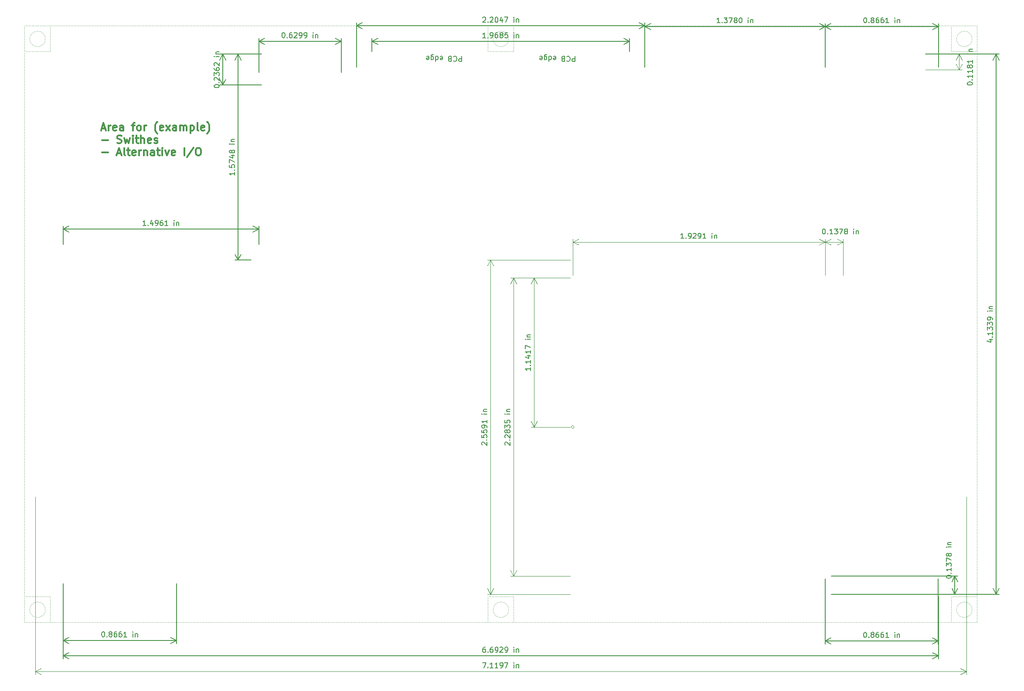
<source format=gbr>
%TF.GenerationSoftware,KiCad,Pcbnew,7.0.1.1-36-gbcf78dbe24-dirty-deb11*%
%TF.CreationDate,2023-04-24T19:27:53+00:00*%
%TF.ProjectId,pedalboard-hw,70656461-6c62-46f6-9172-642d68772e6b,2.0.0*%
%TF.SameCoordinates,Original*%
%TF.FileFunction,OtherDrawing,Comment*%
%FSLAX46Y46*%
G04 Gerber Fmt 4.6, Leading zero omitted, Abs format (unit mm)*
G04 Created by KiCad (PCBNEW 7.0.1.1-36-gbcf78dbe24-dirty-deb11) date 2023-04-24 19:27:53*
%MOMM*%
%LPD*%
G01*
G04 APERTURE LIST*
%ADD10C,0.050000*%
%ADD11C,0.300000*%
%ADD12C,0.150000*%
%ADD13C,0.100000*%
G04 APERTURE END LIST*
D10*
X102500000Y-130500000D02*
X102500000Y-130500000D01*
X102500000Y-130300000D02*
X102500000Y-130300000D01*
X102500000Y-130100000D02*
X102500000Y-130100000D01*
X102500000Y-129900000D02*
X102500000Y-129900000D01*
X102500000Y-129700000D02*
X102500000Y-129700000D01*
X102500000Y-129500000D02*
X102500000Y-129500000D01*
X102500000Y-129300000D02*
X102500000Y-129300000D01*
X102500000Y-129100000D02*
X102500000Y-129100000D01*
X102500000Y-128900000D02*
X102500000Y-128900000D01*
X102500000Y-128700000D02*
X102500000Y-128700000D01*
X102500000Y-128500000D02*
X102500000Y-128500000D01*
X102500000Y-128300000D02*
X102500000Y-128300000D01*
X102500000Y-128100000D02*
X102500000Y-128100000D01*
X102500000Y-127900000D02*
X102500000Y-127900000D01*
X102500000Y-127700000D02*
X102500000Y-127700000D01*
X102500000Y-127500000D02*
X102500000Y-127500000D01*
X102500000Y-127300000D02*
X102500000Y-127300000D01*
X102500000Y-127100000D02*
X102500000Y-127100000D01*
X102500000Y-126900000D02*
X102500000Y-126900000D01*
X102500000Y-126700000D02*
X102500000Y-126700000D01*
X102500000Y-126500000D02*
X102500000Y-126500000D01*
X102500000Y-126300000D02*
X102500000Y-126300000D01*
X102500000Y-126100000D02*
X102500000Y-126100000D01*
X102500000Y-125900000D02*
X102500000Y-125900000D01*
X102500000Y-125700000D02*
X102500000Y-125700000D01*
X102500000Y-125500000D02*
X102500000Y-125500000D01*
X102500000Y-14500000D02*
X102500000Y-14500000D01*
X102500000Y-14700000D02*
X102500000Y-14700000D01*
X102500000Y-14900000D02*
X102500000Y-14900000D01*
X102500000Y-15100000D02*
X102500000Y-15100000D01*
X102500000Y-15300000D02*
X102500000Y-15300000D01*
X102500000Y-15500000D02*
X102500000Y-15500000D01*
X102500000Y-15700000D02*
X102500000Y-15700000D01*
X102500000Y-15900000D02*
X102500000Y-15900000D01*
X102500000Y-16100000D02*
X102500000Y-16100000D01*
X102500000Y-16300000D02*
X102500000Y-16300000D01*
X102500000Y-16500000D02*
X102500000Y-16500000D01*
X102500000Y-16700000D02*
X102500000Y-16700000D01*
X102500000Y-16900000D02*
X102500000Y-16900000D01*
X102500000Y-17100000D02*
X102500000Y-17100000D01*
X102500000Y-17300000D02*
X102500000Y-17300000D01*
X102500000Y-17500000D02*
X102500000Y-17500000D01*
X102500000Y-17700000D02*
X102500000Y-17700000D01*
X102500000Y-17900000D02*
X102500000Y-17900000D01*
X102500000Y-18100000D02*
X102500000Y-18100000D01*
X102500000Y-18300000D02*
X102500000Y-18300000D01*
X102500000Y-18500000D02*
X102500000Y-18500000D01*
X102500000Y-18700000D02*
X102500000Y-18700000D01*
X102500000Y-18900000D02*
X102500000Y-18900000D01*
X102500000Y-19100000D02*
X102500000Y-19100000D01*
X102500000Y-19300000D02*
X102500000Y-19300000D01*
X102500000Y-19500000D02*
X102500000Y-19500000D01*
X12500000Y-14500000D02*
X12500000Y-14500000D01*
X12700000Y-14500000D02*
X12700000Y-14500000D01*
X12900000Y-14500000D02*
X12900000Y-14500000D01*
X13100000Y-14500000D02*
X13100000Y-14500000D01*
X13300000Y-14500000D02*
X13300000Y-14500000D01*
X13500000Y-14500000D02*
X13500000Y-14500000D01*
X13700000Y-14500000D02*
X13700000Y-14500000D01*
X13900000Y-14500000D02*
X13900000Y-14500000D01*
X14100000Y-14500000D02*
X14100000Y-14500000D01*
X14300000Y-14500000D02*
X14300000Y-14500000D01*
X14500000Y-14500000D02*
X14500000Y-14500000D01*
X14700000Y-14500000D02*
X14700000Y-14500000D01*
X14900000Y-14500000D02*
X14900000Y-14500000D01*
X15100000Y-14500000D02*
X15100000Y-14500000D01*
X15300000Y-14500000D02*
X15300000Y-14500000D01*
X15500000Y-14500000D02*
X15500000Y-14500000D01*
X15700000Y-14500000D02*
X15700000Y-14500000D01*
X15900000Y-14500000D02*
X15900000Y-14500000D01*
X16100000Y-14500000D02*
X16100000Y-14500000D01*
X16300000Y-14500000D02*
X16300000Y-14500000D01*
X16500000Y-14500000D02*
X16500000Y-14500000D01*
X16700000Y-14500000D02*
X16700000Y-14500000D01*
X16900000Y-14500000D02*
X16900000Y-14500000D01*
X17100000Y-14500000D02*
X17100000Y-14500000D01*
X17300000Y-14500000D02*
X17300000Y-14500000D01*
X17500000Y-14500000D02*
X17500000Y-14500000D01*
X17700000Y-14500000D02*
X17700000Y-14500000D01*
X17900000Y-14500000D02*
X17900000Y-14500000D01*
X18100000Y-14500000D02*
X18100000Y-14500000D01*
X18300000Y-14500000D02*
X18300000Y-14500000D01*
X18500000Y-14500000D02*
X18500000Y-14500000D01*
X18700000Y-14500000D02*
X18700000Y-14500000D01*
X18900000Y-14500000D02*
X18900000Y-14500000D01*
X19100000Y-14500000D02*
X19100000Y-14500000D01*
X19300000Y-14500000D02*
X19300000Y-14500000D01*
X19500000Y-14500000D02*
X19500000Y-14500000D01*
X19700000Y-14500000D02*
X19700000Y-14500000D01*
X19900000Y-14500000D02*
X19900000Y-14500000D01*
X20100000Y-14500000D02*
X20100000Y-14500000D01*
X20300000Y-14500000D02*
X20300000Y-14500000D01*
X20500000Y-14500000D02*
X20500000Y-14500000D01*
X20700000Y-14500000D02*
X20700000Y-14500000D01*
X20900000Y-14500000D02*
X20900000Y-14500000D01*
X21100000Y-14500000D02*
X21100000Y-14500000D01*
X21300000Y-14500000D02*
X21300000Y-14500000D01*
X21500000Y-14500000D02*
X21500000Y-14500000D01*
X21700000Y-14500000D02*
X21700000Y-14500000D01*
X21900000Y-14500000D02*
X21900000Y-14500000D01*
X22100000Y-14500000D02*
X22100000Y-14500000D01*
X22300000Y-14500000D02*
X22300000Y-14500000D01*
X22500000Y-14500000D02*
X22500000Y-14500000D01*
X22700000Y-14500000D02*
X22700000Y-14500000D01*
X22900000Y-14500000D02*
X22900000Y-14500000D01*
X23100000Y-14500000D02*
X23100000Y-14500000D01*
X23300000Y-14500000D02*
X23300000Y-14500000D01*
X23500000Y-14500000D02*
X23500000Y-14500000D01*
X23700000Y-14500000D02*
X23700000Y-14500000D01*
X23900000Y-14500000D02*
X23900000Y-14500000D01*
X24100000Y-14500000D02*
X24100000Y-14500000D01*
X24300000Y-14500000D02*
X24300000Y-14500000D01*
X24500000Y-14500000D02*
X24500000Y-14500000D01*
X24700000Y-14500000D02*
X24700000Y-14500000D01*
X24900000Y-14500000D02*
X24900000Y-14500000D01*
X25100000Y-14500000D02*
X25100000Y-14500000D01*
X25300000Y-14500000D02*
X25300000Y-14500000D01*
X25500000Y-14500000D02*
X25500000Y-14500000D01*
X25700000Y-14500000D02*
X25700000Y-14500000D01*
X25900000Y-14500000D02*
X25900000Y-14500000D01*
X26100000Y-14500000D02*
X26100000Y-14500000D01*
X26300000Y-14500000D02*
X26300000Y-14500000D01*
X26500000Y-14500000D02*
X26500000Y-14500000D01*
X26700000Y-14500000D02*
X26700000Y-14500000D01*
X26900000Y-14500000D02*
X26900000Y-14500000D01*
X27100000Y-14500000D02*
X27100000Y-14500000D01*
X27300000Y-14500000D02*
X27300000Y-14500000D01*
X27500000Y-14500000D02*
X27500000Y-14500000D01*
X27700000Y-14500000D02*
X27700000Y-14500000D01*
X27900000Y-14500000D02*
X27900000Y-14500000D01*
X28100000Y-14500000D02*
X28100000Y-14500000D01*
X28300000Y-14500000D02*
X28300000Y-14500000D01*
X28500000Y-14500000D02*
X28500000Y-14500000D01*
X28700000Y-14500000D02*
X28700000Y-14500000D01*
X28900000Y-14500000D02*
X28900000Y-14500000D01*
X29100000Y-14500000D02*
X29100000Y-14500000D01*
X29300000Y-14500000D02*
X29300000Y-14500000D01*
X29500000Y-14500000D02*
X29500000Y-14500000D01*
X29700000Y-14500000D02*
X29700000Y-14500000D01*
X29900000Y-14500000D02*
X29900000Y-14500000D01*
X30100000Y-14500000D02*
X30100000Y-14500000D01*
X30300000Y-14500000D02*
X30300000Y-14500000D01*
X30500000Y-14500000D02*
X30500000Y-14500000D01*
X30700000Y-14500000D02*
X30700000Y-14500000D01*
X30900000Y-14500000D02*
X30900000Y-14500000D01*
X31100000Y-14500000D02*
X31100000Y-14500000D01*
X31300000Y-14500000D02*
X31300000Y-14500000D01*
X31500000Y-14500000D02*
X31500000Y-14500000D01*
X31700000Y-14500000D02*
X31700000Y-14500000D01*
X31900000Y-14500000D02*
X31900000Y-14500000D01*
X32100000Y-14500000D02*
X32100000Y-14500000D01*
X32300000Y-14500000D02*
X32300000Y-14500000D01*
X32500000Y-14500000D02*
X32500000Y-14500000D01*
X32700000Y-14500000D02*
X32700000Y-14500000D01*
X32900000Y-14500000D02*
X32900000Y-14500000D01*
X33100000Y-14500000D02*
X33100000Y-14500000D01*
X33300000Y-14500000D02*
X33300000Y-14500000D01*
X33500000Y-14500000D02*
X33500000Y-14500000D01*
X33700000Y-14500000D02*
X33700000Y-14500000D01*
X33900000Y-14500000D02*
X33900000Y-14500000D01*
X34100000Y-14500000D02*
X34100000Y-14500000D01*
X34300000Y-14500000D02*
X34300000Y-14500000D01*
X34500000Y-14500000D02*
X34500000Y-14500000D01*
X34700000Y-14500000D02*
X34700000Y-14500000D01*
X34900000Y-14500000D02*
X34900000Y-14500000D01*
X35100000Y-14500000D02*
X35100000Y-14500000D01*
X35300000Y-14500000D02*
X35300000Y-14500000D01*
X35500000Y-14500000D02*
X35500000Y-14500000D01*
X35700000Y-14500000D02*
X35700000Y-14500000D01*
X35900000Y-14500000D02*
X35900000Y-14500000D01*
X36100000Y-14500000D02*
X36100000Y-14500000D01*
X36300000Y-14500000D02*
X36300000Y-14500000D01*
X36500000Y-14500000D02*
X36500000Y-14500000D01*
X36700000Y-14500000D02*
X36700000Y-14500000D01*
X36900000Y-14500000D02*
X36900000Y-14500000D01*
X37100000Y-14500000D02*
X37100000Y-14500000D01*
X37300000Y-14500000D02*
X37300000Y-14500000D01*
X37500000Y-14500000D02*
X37500000Y-14500000D01*
X37700000Y-14500000D02*
X37700000Y-14500000D01*
X37900000Y-14500000D02*
X37900000Y-14500000D01*
X38100000Y-14500000D02*
X38100000Y-14500000D01*
X38300000Y-14500000D02*
X38300000Y-14500000D01*
X38500000Y-14500000D02*
X38500000Y-14500000D01*
X38700000Y-14500000D02*
X38700000Y-14500000D01*
X38900000Y-14500000D02*
X38900000Y-14500000D01*
X39100000Y-14500000D02*
X39100000Y-14500000D01*
X39300000Y-14500000D02*
X39300000Y-14500000D01*
X39500000Y-14500000D02*
X39500000Y-14500000D01*
X39700000Y-14500000D02*
X39700000Y-14500000D01*
X39900000Y-14500000D02*
X39900000Y-14500000D01*
X40100000Y-14500000D02*
X40100000Y-14500000D01*
X40300000Y-14500000D02*
X40300000Y-14500000D01*
X40500000Y-14500000D02*
X40500000Y-14500000D01*
X40700000Y-14500000D02*
X40700000Y-14500000D01*
X40900000Y-14500000D02*
X40900000Y-14500000D01*
X41100000Y-14500000D02*
X41100000Y-14500000D01*
X41300000Y-14500000D02*
X41300000Y-14500000D01*
X41500000Y-14500000D02*
X41500000Y-14500000D01*
X41700000Y-14500000D02*
X41700000Y-14500000D01*
X41900000Y-14500000D02*
X41900000Y-14500000D01*
X42100000Y-14500000D02*
X42100000Y-14500000D01*
X42300000Y-14500000D02*
X42300000Y-14500000D01*
X42500000Y-14500000D02*
X42500000Y-14500000D01*
X42700000Y-14500000D02*
X42700000Y-14500000D01*
X42900000Y-14500000D02*
X42900000Y-14500000D01*
X43100000Y-14500000D02*
X43100000Y-14500000D01*
X43300000Y-14500000D02*
X43300000Y-14500000D01*
X43500000Y-14500000D02*
X43500000Y-14500000D01*
X43700000Y-14500000D02*
X43700000Y-14500000D01*
X43900000Y-14500000D02*
X43900000Y-14500000D01*
X44100000Y-14500000D02*
X44100000Y-14500000D01*
X44300000Y-14500000D02*
X44300000Y-14500000D01*
X44500000Y-14500000D02*
X44500000Y-14500000D01*
X44700000Y-14500000D02*
X44700000Y-14500000D01*
X44900000Y-14500000D02*
X44900000Y-14500000D01*
X45100000Y-14500000D02*
X45100000Y-14500000D01*
X45300000Y-14500000D02*
X45300000Y-14500000D01*
X45500000Y-14500000D02*
X45500000Y-14500000D01*
X45700000Y-14500000D02*
X45700000Y-14500000D01*
X45900000Y-14500000D02*
X45900000Y-14500000D01*
X46100000Y-14500000D02*
X46100000Y-14500000D01*
X46300000Y-14500000D02*
X46300000Y-14500000D01*
X46500000Y-14500000D02*
X46500000Y-14500000D01*
X46700000Y-14500000D02*
X46700000Y-14500000D01*
X46900000Y-14500000D02*
X46900000Y-14500000D01*
X47100000Y-14500000D02*
X47100000Y-14500000D01*
X47300000Y-14500000D02*
X47300000Y-14500000D01*
X47500000Y-14500000D02*
X47500000Y-14500000D01*
X47700000Y-14500000D02*
X47700000Y-14500000D01*
X47900000Y-14500000D02*
X47900000Y-14500000D01*
X48100000Y-14500000D02*
X48100000Y-14500000D01*
X48300000Y-14500000D02*
X48300000Y-14500000D01*
X48500000Y-14500000D02*
X48500000Y-14500000D01*
X48700000Y-14500000D02*
X48700000Y-14500000D01*
X48900000Y-14500000D02*
X48900000Y-14500000D01*
X49100000Y-14500000D02*
X49100000Y-14500000D01*
X49300000Y-14500000D02*
X49300000Y-14500000D01*
X49500000Y-14500000D02*
X49500000Y-14500000D01*
X49700000Y-14500000D02*
X49700000Y-14500000D01*
X49900000Y-14500000D02*
X49900000Y-14500000D01*
X50100000Y-14500000D02*
X50100000Y-14500000D01*
X50300000Y-14500000D02*
X50300000Y-14500000D01*
X50500000Y-14500000D02*
X50500000Y-14500000D01*
X50700000Y-14500000D02*
X50700000Y-14500000D01*
X50900000Y-14500000D02*
X50900000Y-14500000D01*
X51100000Y-14500000D02*
X51100000Y-14500000D01*
X51300000Y-14500000D02*
X51300000Y-14500000D01*
X51500000Y-14500000D02*
X51500000Y-14500000D01*
X51700000Y-14500000D02*
X51700000Y-14500000D01*
X51900000Y-14500000D02*
X51900000Y-14500000D01*
X52100000Y-14500000D02*
X52100000Y-14500000D01*
X52300000Y-14500000D02*
X52300000Y-14500000D01*
X52500000Y-14500000D02*
X52500000Y-14500000D01*
X52700000Y-14500000D02*
X52700000Y-14500000D01*
X52900000Y-14500000D02*
X52900000Y-14500000D01*
X53100000Y-14500000D02*
X53100000Y-14500000D01*
X53300000Y-14500000D02*
X53300000Y-14500000D01*
X53500000Y-14500000D02*
X53500000Y-14500000D01*
X53700000Y-14500000D02*
X53700000Y-14500000D01*
X53900000Y-14500000D02*
X53900000Y-14500000D01*
X54100000Y-14500000D02*
X54100000Y-14500000D01*
X54300000Y-14500000D02*
X54300000Y-14500000D01*
X54500000Y-14500000D02*
X54500000Y-14500000D01*
X54700000Y-14500000D02*
X54700000Y-14500000D01*
X54900000Y-14500000D02*
X54900000Y-14500000D01*
X55100000Y-14500000D02*
X55100000Y-14500000D01*
X55300000Y-14500000D02*
X55300000Y-14500000D01*
X55500000Y-14500000D02*
X55500000Y-14500000D01*
X55700000Y-14500000D02*
X55700000Y-14500000D01*
X55900000Y-14500000D02*
X55900000Y-14500000D01*
X56100000Y-14500000D02*
X56100000Y-14500000D01*
X56300000Y-14500000D02*
X56300000Y-14500000D01*
X56500000Y-14500000D02*
X56500000Y-14500000D01*
X56700000Y-14500000D02*
X56700000Y-14500000D01*
X56900000Y-14500000D02*
X56900000Y-14500000D01*
X57100000Y-14500000D02*
X57100000Y-14500000D01*
X57300000Y-14500000D02*
X57300000Y-14500000D01*
X57500000Y-14500000D02*
X57500000Y-14500000D01*
X57700000Y-14500000D02*
X57700000Y-14500000D01*
X57900000Y-14500000D02*
X57900000Y-14500000D01*
X58100000Y-14500000D02*
X58100000Y-14500000D01*
X58300000Y-14500000D02*
X58300000Y-14500000D01*
X58500000Y-14500000D02*
X58500000Y-14500000D01*
X58700000Y-14500000D02*
X58700000Y-14500000D01*
X58900000Y-14500000D02*
X58900000Y-14500000D01*
X59100000Y-14500000D02*
X59100000Y-14500000D01*
X59300000Y-14500000D02*
X59300000Y-14500000D01*
X59500000Y-14500000D02*
X59500000Y-14500000D01*
X59700000Y-14500000D02*
X59700000Y-14500000D01*
X59900000Y-14500000D02*
X59900000Y-14500000D01*
X60100000Y-14500000D02*
X60100000Y-14500000D01*
X60300000Y-14500000D02*
X60300000Y-14500000D01*
X60500000Y-14500000D02*
X60500000Y-14500000D01*
X60700000Y-14500000D02*
X60700000Y-14500000D01*
X60900000Y-14500000D02*
X60900000Y-14500000D01*
X61100000Y-14500000D02*
X61100000Y-14500000D01*
X61300000Y-14500000D02*
X61300000Y-14500000D01*
X61500000Y-14500000D02*
X61500000Y-14500000D01*
X61700000Y-14500000D02*
X61700000Y-14500000D01*
X61900000Y-14500000D02*
X61900000Y-14500000D01*
X62100000Y-14500000D02*
X62100000Y-14500000D01*
X62300000Y-14500000D02*
X62300000Y-14500000D01*
X62500000Y-14500000D02*
X62500000Y-14500000D01*
X62700000Y-14500000D02*
X62700000Y-14500000D01*
X62900000Y-14500000D02*
X62900000Y-14500000D01*
X63100000Y-14500000D02*
X63100000Y-14500000D01*
X63300000Y-14500000D02*
X63300000Y-14500000D01*
X63500000Y-14500000D02*
X63500000Y-14500000D01*
X63700000Y-14500000D02*
X63700000Y-14500000D01*
X63900000Y-14500000D02*
X63900000Y-14500000D01*
X64100000Y-14500000D02*
X64100000Y-14500000D01*
X64300000Y-14500000D02*
X64300000Y-14500000D01*
X64500000Y-14500000D02*
X64500000Y-14500000D01*
X64700000Y-14500000D02*
X64700000Y-14500000D01*
X64900000Y-14500000D02*
X64900000Y-14500000D01*
X65100000Y-14500000D02*
X65100000Y-14500000D01*
X65300000Y-14500000D02*
X65300000Y-14500000D01*
X65500000Y-14500000D02*
X65500000Y-14500000D01*
X65700000Y-14500000D02*
X65700000Y-14500000D01*
X65900000Y-14500000D02*
X65900000Y-14500000D01*
X66100000Y-14500000D02*
X66100000Y-14500000D01*
X66300000Y-14500000D02*
X66300000Y-14500000D01*
X66500000Y-14500000D02*
X66500000Y-14500000D01*
X66700000Y-14500000D02*
X66700000Y-14500000D01*
X66900000Y-14500000D02*
X66900000Y-14500000D01*
X67100000Y-14500000D02*
X67100000Y-14500000D01*
X67300000Y-14500000D02*
X67300000Y-14500000D01*
X67500000Y-14500000D02*
X67500000Y-14500000D01*
X67700000Y-14500000D02*
X67700000Y-14500000D01*
X67900000Y-14500000D02*
X67900000Y-14500000D01*
X68100000Y-14500000D02*
X68100000Y-14500000D01*
X68300000Y-14500000D02*
X68300000Y-14500000D01*
X68500000Y-14500000D02*
X68500000Y-14500000D01*
X68700000Y-14500000D02*
X68700000Y-14500000D01*
X68900000Y-14500000D02*
X68900000Y-14500000D01*
X69100000Y-14500000D02*
X69100000Y-14500000D01*
X69300000Y-14500000D02*
X69300000Y-14500000D01*
X69500000Y-14500000D02*
X69500000Y-14500000D01*
X69700000Y-14500000D02*
X69700000Y-14500000D01*
X69900000Y-14500000D02*
X69900000Y-14500000D01*
X70100000Y-14500000D02*
X70100000Y-14500000D01*
X70300000Y-14500000D02*
X70300000Y-14500000D01*
X70500000Y-14500000D02*
X70500000Y-14500000D01*
X70700000Y-14500000D02*
X70700000Y-14500000D01*
X70900000Y-14500000D02*
X70900000Y-14500000D01*
X71100000Y-14500000D02*
X71100000Y-14500000D01*
X71300000Y-14500000D02*
X71300000Y-14500000D01*
X71500000Y-14500000D02*
X71500000Y-14500000D01*
X71700000Y-14500000D02*
X71700000Y-14500000D01*
X71900000Y-14500000D02*
X71900000Y-14500000D01*
X72100000Y-14500000D02*
X72100000Y-14500000D01*
X72300000Y-14500000D02*
X72300000Y-14500000D01*
X72500000Y-14500000D02*
X72500000Y-14500000D01*
X72700000Y-14500000D02*
X72700000Y-14500000D01*
X72900000Y-14500000D02*
X72900000Y-14500000D01*
X73100000Y-14500000D02*
X73100000Y-14500000D01*
X73300000Y-14500000D02*
X73300000Y-14500000D01*
X73500000Y-14500000D02*
X73500000Y-14500000D01*
X73700000Y-14500000D02*
X73700000Y-14500000D01*
X73900000Y-14500000D02*
X73900000Y-14500000D01*
X74100000Y-14500000D02*
X74100000Y-14500000D01*
X74300000Y-14500000D02*
X74300000Y-14500000D01*
X74500000Y-14500000D02*
X74500000Y-14500000D01*
X74700000Y-14500000D02*
X74700000Y-14500000D01*
X74900000Y-14500000D02*
X74900000Y-14500000D01*
X75100000Y-14500000D02*
X75100000Y-14500000D01*
X75300000Y-14500000D02*
X75300000Y-14500000D01*
X75500000Y-14500000D02*
X75500000Y-14500000D01*
X75700000Y-14500000D02*
X75700000Y-14500000D01*
X75900000Y-14500000D02*
X75900000Y-14500000D01*
X76100000Y-14500000D02*
X76100000Y-14500000D01*
X76300000Y-14500000D02*
X76300000Y-14500000D01*
X76500000Y-14500000D02*
X76500000Y-14500000D01*
X76700000Y-14500000D02*
X76700000Y-14500000D01*
X76900000Y-14500000D02*
X76900000Y-14500000D01*
X77100000Y-14500000D02*
X77100000Y-14500000D01*
X77300000Y-14500000D02*
X77300000Y-14500000D01*
X77500000Y-14500000D02*
X77500000Y-14500000D01*
X77700000Y-14500000D02*
X77700000Y-14500000D01*
X77900000Y-14500000D02*
X77900000Y-14500000D01*
X78100000Y-14500000D02*
X78100000Y-14500000D01*
X78300000Y-14500000D02*
X78300000Y-14500000D01*
X78500000Y-14500000D02*
X78500000Y-14500000D01*
X78700000Y-14500000D02*
X78700000Y-14500000D01*
X78900000Y-14500000D02*
X78900000Y-14500000D01*
X79100000Y-14500000D02*
X79100000Y-14500000D01*
X79300000Y-14500000D02*
X79300000Y-14500000D01*
X79500000Y-14500000D02*
X79500000Y-14500000D01*
X79700000Y-14500000D02*
X79700000Y-14500000D01*
X79900000Y-14500000D02*
X79900000Y-14500000D01*
X80100000Y-14500000D02*
X80100000Y-14500000D01*
X80300000Y-14500000D02*
X80300000Y-14500000D01*
X80500000Y-14500000D02*
X80500000Y-14500000D01*
X80700000Y-14500000D02*
X80700000Y-14500000D01*
X80900000Y-14500000D02*
X80900000Y-14500000D01*
X81100000Y-14500000D02*
X81100000Y-14500000D01*
X81300000Y-14500000D02*
X81300000Y-14500000D01*
X81500000Y-14500000D02*
X81500000Y-14500000D01*
X81700000Y-14500000D02*
X81700000Y-14500000D01*
X81900000Y-14500000D02*
X81900000Y-14500000D01*
X82100000Y-14500000D02*
X82100000Y-14500000D01*
X82300000Y-14500000D02*
X82300000Y-14500000D01*
X82500000Y-14500000D02*
X82500000Y-14500000D01*
X82700000Y-14500000D02*
X82700000Y-14500000D01*
X82900000Y-14500000D02*
X82900000Y-14500000D01*
X83100000Y-14500000D02*
X83100000Y-14500000D01*
X83300000Y-14500000D02*
X83300000Y-14500000D01*
X83500000Y-14500000D02*
X83500000Y-14500000D01*
X83700000Y-14500000D02*
X83700000Y-14500000D01*
X83900000Y-14500000D02*
X83900000Y-14500000D01*
X84100000Y-14500000D02*
X84100000Y-14500000D01*
X84300000Y-14500000D02*
X84300000Y-14500000D01*
X84500000Y-14500000D02*
X84500000Y-14500000D01*
X84700000Y-14500000D02*
X84700000Y-14500000D01*
X84900000Y-14500000D02*
X84900000Y-14500000D01*
X85100000Y-14500000D02*
X85100000Y-14500000D01*
X85300000Y-14500000D02*
X85300000Y-14500000D01*
X85500000Y-14500000D02*
X85500000Y-14500000D01*
X85700000Y-14500000D02*
X85700000Y-14500000D01*
X85900000Y-14500000D02*
X85900000Y-14500000D01*
X86100000Y-14500000D02*
X86100000Y-14500000D01*
X86300000Y-14500000D02*
X86300000Y-14500000D01*
X86500000Y-14500000D02*
X86500000Y-14500000D01*
X86700000Y-14500000D02*
X86700000Y-14500000D01*
X86900000Y-14500000D02*
X86900000Y-14500000D01*
X87100000Y-14500000D02*
X87100000Y-14500000D01*
X87300000Y-14500000D02*
X87300000Y-14500000D01*
X87500000Y-14500000D02*
X87500000Y-14500000D01*
X87700000Y-14500000D02*
X87700000Y-14500000D01*
X87900000Y-14500000D02*
X87900000Y-14500000D01*
X88100000Y-14500000D02*
X88100000Y-14500000D01*
X88300000Y-14500000D02*
X88300000Y-14500000D01*
X88500000Y-14500000D02*
X88500000Y-14500000D01*
X88700000Y-14500000D02*
X88700000Y-14500000D01*
X88900000Y-14500000D02*
X88900000Y-14500000D01*
X89100000Y-14500000D02*
X89100000Y-14500000D01*
X89300000Y-14500000D02*
X89300000Y-14500000D01*
X89500000Y-14500000D02*
X89500000Y-14500000D01*
X89700000Y-14500000D02*
X89700000Y-14500000D01*
X89900000Y-14500000D02*
X89900000Y-14500000D01*
X90100000Y-14500000D02*
X90100000Y-14500000D01*
X90300000Y-14500000D02*
X90300000Y-14500000D01*
X90500000Y-14500000D02*
X90500000Y-14500000D01*
X90700000Y-14500000D02*
X90700000Y-14500000D01*
X90900000Y-14500000D02*
X90900000Y-14500000D01*
X91100000Y-14500000D02*
X91100000Y-14500000D01*
X91300000Y-14500000D02*
X91300000Y-14500000D01*
X91500000Y-14500000D02*
X91500000Y-14500000D01*
X91700000Y-14500000D02*
X91700000Y-14500000D01*
X91900000Y-14500000D02*
X91900000Y-14500000D01*
X92100000Y-14500000D02*
X92100000Y-14500000D01*
X92300000Y-14500000D02*
X92300000Y-14500000D01*
X92500000Y-14500000D02*
X92500000Y-14500000D01*
X92700000Y-14500000D02*
X92700000Y-14500000D01*
X92900000Y-14500000D02*
X92900000Y-14500000D01*
X93100000Y-14500000D02*
X93100000Y-14500000D01*
X93300000Y-14500000D02*
X93300000Y-14500000D01*
X93500000Y-14500000D02*
X93500000Y-14500000D01*
X93700000Y-14500000D02*
X93700000Y-14500000D01*
X93900000Y-14500000D02*
X93900000Y-14500000D01*
X94100000Y-14500000D02*
X94100000Y-14500000D01*
X94300000Y-14500000D02*
X94300000Y-14500000D01*
X94500000Y-14500000D02*
X94500000Y-14500000D01*
X94700000Y-14500000D02*
X94700000Y-14500000D01*
X94900000Y-14500000D02*
X94900000Y-14500000D01*
X95100000Y-14500000D02*
X95100000Y-14500000D01*
X95300000Y-14500000D02*
X95300000Y-14500000D01*
X95500000Y-14500000D02*
X95500000Y-14500000D01*
X95700000Y-14500000D02*
X95700000Y-14500000D01*
X95900000Y-14500000D02*
X95900000Y-14500000D01*
X96100000Y-14500000D02*
X96100000Y-14500000D01*
X96300000Y-14500000D02*
X96300000Y-14500000D01*
X96500000Y-14500000D02*
X96500000Y-14500000D01*
X96700000Y-14500000D02*
X96700000Y-14500000D01*
X96900000Y-14500000D02*
X96900000Y-14500000D01*
X97100000Y-14500000D02*
X97100000Y-14500000D01*
X97300000Y-14500000D02*
X97300000Y-14500000D01*
X97500000Y-14500000D02*
X97500000Y-14500000D01*
X97700000Y-14500000D02*
X97700000Y-14500000D01*
X97900000Y-14500000D02*
X97900000Y-14500000D01*
X98100000Y-14500000D02*
X98100000Y-14500000D01*
X98300000Y-14500000D02*
X98300000Y-14500000D01*
X98500000Y-14500000D02*
X98500000Y-14500000D01*
X98700000Y-14500000D02*
X98700000Y-14500000D01*
X98900000Y-14500000D02*
X98900000Y-14500000D01*
X99100000Y-14500000D02*
X99100000Y-14500000D01*
X99300000Y-14500000D02*
X99300000Y-14500000D01*
X99500000Y-14500000D02*
X99500000Y-14500000D01*
X99700000Y-14500000D02*
X99700000Y-14500000D01*
X99900000Y-14500000D02*
X99900000Y-14500000D01*
X100100000Y-14500000D02*
X100100000Y-14500000D01*
X100300000Y-14500000D02*
X100300000Y-14500000D01*
X100500000Y-14500000D02*
X100500000Y-14500000D01*
X100700000Y-14500000D02*
X100700000Y-14500000D01*
X100900000Y-14500000D02*
X100900000Y-14500000D01*
X101100000Y-14500000D02*
X101100000Y-14500000D01*
X101300000Y-14500000D02*
X101300000Y-14500000D01*
X101500000Y-14500000D02*
X101500000Y-14500000D01*
X101700000Y-14500000D02*
X101700000Y-14500000D01*
X101900000Y-14500000D02*
X101900000Y-14500000D01*
X102100000Y-14500000D02*
X102100000Y-14500000D01*
X102300000Y-14500000D02*
X102300000Y-14500000D01*
X102500000Y-14500000D02*
X102500000Y-14500000D01*
X102700000Y-14500000D02*
X102700000Y-14500000D01*
X102900000Y-14500000D02*
X102900000Y-14500000D01*
X103100000Y-14500000D02*
X103100000Y-14500000D01*
X103300000Y-14500000D02*
X103300000Y-14500000D01*
X103500000Y-14500000D02*
X103500000Y-14500000D01*
X103700000Y-14500000D02*
X103700000Y-14500000D01*
X103900000Y-14500000D02*
X103900000Y-14500000D01*
X104100000Y-14500000D02*
X104100000Y-14500000D01*
X104300000Y-14500000D02*
X104300000Y-14500000D01*
X104500000Y-14500000D02*
X104500000Y-14500000D01*
X104700000Y-14500000D02*
X104700000Y-14500000D01*
X104900000Y-14500000D02*
X104900000Y-14500000D01*
X105100000Y-14500000D02*
X105100000Y-14500000D01*
X105300000Y-14500000D02*
X105300000Y-14500000D01*
X105500000Y-14500000D02*
X105500000Y-14500000D01*
X105700000Y-14500000D02*
X105700000Y-14500000D01*
X105900000Y-14500000D02*
X105900000Y-14500000D01*
X106100000Y-14500000D02*
X106100000Y-14500000D01*
X106300000Y-14500000D02*
X106300000Y-14500000D01*
X106500000Y-14500000D02*
X106500000Y-14500000D01*
X106700000Y-14500000D02*
X106700000Y-14500000D01*
X106900000Y-14500000D02*
X106900000Y-14500000D01*
X107100000Y-14500000D02*
X107100000Y-14500000D01*
X107300000Y-14500000D02*
X107300000Y-14500000D01*
X107500000Y-14500000D02*
X107500000Y-14500000D01*
X107700000Y-14500000D02*
X107700000Y-14500000D01*
X107900000Y-14500000D02*
X107900000Y-14500000D01*
X108100000Y-14500000D02*
X108100000Y-14500000D01*
X108300000Y-14500000D02*
X108300000Y-14500000D01*
X108500000Y-14500000D02*
X108500000Y-14500000D01*
X108700000Y-14500000D02*
X108700000Y-14500000D01*
X108900000Y-14500000D02*
X108900000Y-14500000D01*
X109100000Y-14500000D02*
X109100000Y-14500000D01*
X109300000Y-14500000D02*
X109300000Y-14500000D01*
X109500000Y-14500000D02*
X109500000Y-14500000D01*
X109700000Y-14500000D02*
X109700000Y-14500000D01*
X109900000Y-14500000D02*
X109900000Y-14500000D01*
X110100000Y-14500000D02*
X110100000Y-14500000D01*
X110300000Y-14500000D02*
X110300000Y-14500000D01*
X110500000Y-14500000D02*
X110500000Y-14500000D01*
X110700000Y-14500000D02*
X110700000Y-14500000D01*
X110900000Y-14500000D02*
X110900000Y-14500000D01*
X111100000Y-14500000D02*
X111100000Y-14500000D01*
X111300000Y-14500000D02*
X111300000Y-14500000D01*
X111500000Y-14500000D02*
X111500000Y-14500000D01*
X111700000Y-14500000D02*
X111700000Y-14500000D01*
X111900000Y-14500000D02*
X111900000Y-14500000D01*
X112100000Y-14500000D02*
X112100000Y-14500000D01*
X112300000Y-14500000D02*
X112300000Y-14500000D01*
X112500000Y-14500000D02*
X112500000Y-14500000D01*
X112700000Y-14500000D02*
X112700000Y-14500000D01*
X112900000Y-14500000D02*
X112900000Y-14500000D01*
X113100000Y-14500000D02*
X113100000Y-14500000D01*
X113300000Y-14500000D02*
X113300000Y-14500000D01*
X113500000Y-14500000D02*
X113500000Y-14500000D01*
X113700000Y-14500000D02*
X113700000Y-14500000D01*
X113900000Y-14500000D02*
X113900000Y-14500000D01*
X114100000Y-14500000D02*
X114100000Y-14500000D01*
X114300000Y-14500000D02*
X114300000Y-14500000D01*
X114500000Y-14500000D02*
X114500000Y-14500000D01*
X114700000Y-14500000D02*
X114700000Y-14500000D01*
X114900000Y-14500000D02*
X114900000Y-14500000D01*
X115100000Y-14500000D02*
X115100000Y-14500000D01*
X115300000Y-14500000D02*
X115300000Y-14500000D01*
X115500000Y-14500000D02*
X115500000Y-14500000D01*
X115700000Y-14500000D02*
X115700000Y-14500000D01*
X115900000Y-14500000D02*
X115900000Y-14500000D01*
X116100000Y-14500000D02*
X116100000Y-14500000D01*
X116300000Y-14500000D02*
X116300000Y-14500000D01*
X116500000Y-14500000D02*
X116500000Y-14500000D01*
X116700000Y-14500000D02*
X116700000Y-14500000D01*
X116900000Y-14500000D02*
X116900000Y-14500000D01*
X117100000Y-14500000D02*
X117100000Y-14500000D01*
X117300000Y-14500000D02*
X117300000Y-14500000D01*
X117500000Y-14500000D02*
X117500000Y-14500000D01*
X117700000Y-14500000D02*
X117700000Y-14500000D01*
X117900000Y-14500000D02*
X117900000Y-14500000D01*
X118100000Y-14500000D02*
X118100000Y-14500000D01*
X118300000Y-14500000D02*
X118300000Y-14500000D01*
X118500000Y-14500000D02*
X118500000Y-14500000D01*
X118700000Y-14500000D02*
X118700000Y-14500000D01*
X118900000Y-14500000D02*
X118900000Y-14500000D01*
X119100000Y-14500000D02*
X119100000Y-14500000D01*
X119300000Y-14500000D02*
X119300000Y-14500000D01*
X119500000Y-14500000D02*
X119500000Y-14500000D01*
X119700000Y-14500000D02*
X119700000Y-14500000D01*
X119900000Y-14500000D02*
X119900000Y-14500000D01*
X120100000Y-14500000D02*
X120100000Y-14500000D01*
X120300000Y-14500000D02*
X120300000Y-14500000D01*
X120500000Y-14500000D02*
X120500000Y-14500000D01*
X120700000Y-14500000D02*
X120700000Y-14500000D01*
X120900000Y-14500000D02*
X120900000Y-14500000D01*
X121100000Y-14500000D02*
X121100000Y-14500000D01*
X121300000Y-14500000D02*
X121300000Y-14500000D01*
X121500000Y-14500000D02*
X121500000Y-14500000D01*
X121700000Y-14500000D02*
X121700000Y-14500000D01*
X121900000Y-14500000D02*
X121900000Y-14500000D01*
X122100000Y-14500000D02*
X122100000Y-14500000D01*
X122300000Y-14500000D02*
X122300000Y-14500000D01*
X122500000Y-14500000D02*
X122500000Y-14500000D01*
X122700000Y-14500000D02*
X122700000Y-14500000D01*
X122900000Y-14500000D02*
X122900000Y-14500000D01*
X123100000Y-14500000D02*
X123100000Y-14500000D01*
X123300000Y-14500000D02*
X123300000Y-14500000D01*
X123500000Y-14500000D02*
X123500000Y-14500000D01*
X123700000Y-14500000D02*
X123700000Y-14500000D01*
X123900000Y-14500000D02*
X123900000Y-14500000D01*
X124100000Y-14500000D02*
X124100000Y-14500000D01*
X124300000Y-14500000D02*
X124300000Y-14500000D01*
X124500000Y-14500000D02*
X124500000Y-14500000D01*
X124700000Y-14500000D02*
X124700000Y-14500000D01*
X124900000Y-14500000D02*
X124900000Y-14500000D01*
X125100000Y-14500000D02*
X125100000Y-14500000D01*
X125300000Y-14500000D02*
X125300000Y-14500000D01*
X125500000Y-14500000D02*
X125500000Y-14500000D01*
X125700000Y-14500000D02*
X125700000Y-14500000D01*
X125900000Y-14500000D02*
X125900000Y-14500000D01*
X126100000Y-14500000D02*
X126100000Y-14500000D01*
X126300000Y-14500000D02*
X126300000Y-14500000D01*
X126500000Y-14500000D02*
X126500000Y-14500000D01*
X126700000Y-14500000D02*
X126700000Y-14500000D01*
X126900000Y-14500000D02*
X126900000Y-14500000D01*
X127100000Y-14500000D02*
X127100000Y-14500000D01*
X127300000Y-14500000D02*
X127300000Y-14500000D01*
X127500000Y-14500000D02*
X127500000Y-14500000D01*
X127700000Y-14500000D02*
X127700000Y-14500000D01*
X127900000Y-14500000D02*
X127900000Y-14500000D01*
X128100000Y-14500000D02*
X128100000Y-14500000D01*
X128300000Y-14500000D02*
X128300000Y-14500000D01*
X128500000Y-14500000D02*
X128500000Y-14500000D01*
X128700000Y-14500000D02*
X128700000Y-14500000D01*
X128900000Y-14500000D02*
X128900000Y-14500000D01*
X129100000Y-14500000D02*
X129100000Y-14500000D01*
X129300000Y-14500000D02*
X129300000Y-14500000D01*
X129500000Y-14500000D02*
X129500000Y-14500000D01*
X129700000Y-14500000D02*
X129700000Y-14500000D01*
X129900000Y-14500000D02*
X129900000Y-14500000D01*
X130100000Y-14500000D02*
X130100000Y-14500000D01*
X130300000Y-14500000D02*
X130300000Y-14500000D01*
X130500000Y-14500000D02*
X130500000Y-14500000D01*
X130700000Y-14500000D02*
X130700000Y-14500000D01*
X130900000Y-14500000D02*
X130900000Y-14500000D01*
X131100000Y-14500000D02*
X131100000Y-14500000D01*
X131300000Y-14500000D02*
X131300000Y-14500000D01*
X131500000Y-14500000D02*
X131500000Y-14500000D01*
X131700000Y-14500000D02*
X131700000Y-14500000D01*
X131900000Y-14500000D02*
X131900000Y-14500000D01*
X132100000Y-14500000D02*
X132100000Y-14500000D01*
X132300000Y-14500000D02*
X132300000Y-14500000D01*
X132500000Y-14500000D02*
X132500000Y-14500000D01*
X132700000Y-14500000D02*
X132700000Y-14500000D01*
X132900000Y-14500000D02*
X132900000Y-14500000D01*
X133100000Y-14500000D02*
X133100000Y-14500000D01*
X133300000Y-14500000D02*
X133300000Y-14500000D01*
X133500000Y-14500000D02*
X133500000Y-14500000D01*
X133700000Y-14500000D02*
X133700000Y-14500000D01*
X133900000Y-14500000D02*
X133900000Y-14500000D01*
X134100000Y-14500000D02*
X134100000Y-14500000D01*
X134300000Y-14500000D02*
X134300000Y-14500000D01*
X134500000Y-14500000D02*
X134500000Y-14500000D01*
X134700000Y-14500000D02*
X134700000Y-14500000D01*
X134900000Y-14500000D02*
X134900000Y-14500000D01*
X135100000Y-14500000D02*
X135100000Y-14500000D01*
X135300000Y-14500000D02*
X135300000Y-14500000D01*
X135500000Y-14500000D02*
X135500000Y-14500000D01*
X135700000Y-14500000D02*
X135700000Y-14500000D01*
X135900000Y-14500000D02*
X135900000Y-14500000D01*
X136100000Y-14500000D02*
X136100000Y-14500000D01*
X136300000Y-14500000D02*
X136300000Y-14500000D01*
X136500000Y-14500000D02*
X136500000Y-14500000D01*
X136700000Y-14500000D02*
X136700000Y-14500000D01*
X136900000Y-14500000D02*
X136900000Y-14500000D01*
X137100000Y-14500000D02*
X137100000Y-14500000D01*
X137300000Y-14500000D02*
X137300000Y-14500000D01*
X137500000Y-14500000D02*
X137500000Y-14500000D01*
X137700000Y-14500000D02*
X137700000Y-14500000D01*
X137900000Y-14500000D02*
X137900000Y-14500000D01*
X138100000Y-14500000D02*
X138100000Y-14500000D01*
X138300000Y-14500000D02*
X138300000Y-14500000D01*
X138500000Y-14500000D02*
X138500000Y-14500000D01*
X138700000Y-14500000D02*
X138700000Y-14500000D01*
X138900000Y-14500000D02*
X138900000Y-14500000D01*
X139100000Y-14500000D02*
X139100000Y-14500000D01*
X139300000Y-14500000D02*
X139300000Y-14500000D01*
X139500000Y-14500000D02*
X139500000Y-14500000D01*
X139700000Y-14500000D02*
X139700000Y-14500000D01*
X139900000Y-14500000D02*
X139900000Y-14500000D01*
X140100000Y-14500000D02*
X140100000Y-14500000D01*
X140300000Y-14500000D02*
X140300000Y-14500000D01*
X140500000Y-14500000D02*
X140500000Y-14500000D01*
X140700000Y-14500000D02*
X140700000Y-14500000D01*
X140900000Y-14500000D02*
X140900000Y-14500000D01*
X141100000Y-14500000D02*
X141100000Y-14500000D01*
X141300000Y-14500000D02*
X141300000Y-14500000D01*
X141500000Y-14500000D02*
X141500000Y-14500000D01*
X141700000Y-14500000D02*
X141700000Y-14500000D01*
X141900000Y-14500000D02*
X141900000Y-14500000D01*
X142100000Y-14500000D02*
X142100000Y-14500000D01*
X142300000Y-14500000D02*
X142300000Y-14500000D01*
X142500000Y-14500000D02*
X142500000Y-14500000D01*
X142700000Y-14500000D02*
X142700000Y-14500000D01*
X142900000Y-14500000D02*
X142900000Y-14500000D01*
X143100000Y-14500000D02*
X143100000Y-14500000D01*
X143300000Y-14500000D02*
X143300000Y-14500000D01*
X143500000Y-14500000D02*
X143500000Y-14500000D01*
X143700000Y-14500000D02*
X143700000Y-14500000D01*
X143900000Y-14500000D02*
X143900000Y-14500000D01*
X144100000Y-14500000D02*
X144100000Y-14500000D01*
X144300000Y-14500000D02*
X144300000Y-14500000D01*
X144500000Y-14500000D02*
X144500000Y-14500000D01*
X144700000Y-14500000D02*
X144700000Y-14500000D01*
X144900000Y-14500000D02*
X144900000Y-14500000D01*
X145100000Y-14500000D02*
X145100000Y-14500000D01*
X145300000Y-14500000D02*
X145300000Y-14500000D01*
X145500000Y-14500000D02*
X145500000Y-14500000D01*
X145700000Y-14500000D02*
X145700000Y-14500000D01*
X145900000Y-14500000D02*
X145900000Y-14500000D01*
X146100000Y-14500000D02*
X146100000Y-14500000D01*
X146300000Y-14500000D02*
X146300000Y-14500000D01*
X146500000Y-14500000D02*
X146500000Y-14500000D01*
X146700000Y-14500000D02*
X146700000Y-14500000D01*
X146900000Y-14500000D02*
X146900000Y-14500000D01*
X147100000Y-14500000D02*
X147100000Y-14500000D01*
X147300000Y-14500000D02*
X147300000Y-14500000D01*
X147500000Y-14500000D02*
X147500000Y-14500000D01*
X147700000Y-14500000D02*
X147700000Y-14500000D01*
X147900000Y-14500000D02*
X147900000Y-14500000D01*
X148100000Y-14500000D02*
X148100000Y-14500000D01*
X148300000Y-14500000D02*
X148300000Y-14500000D01*
X148500000Y-14500000D02*
X148500000Y-14500000D01*
X148700000Y-14500000D02*
X148700000Y-14500000D01*
X148900000Y-14500000D02*
X148900000Y-14500000D01*
X149100000Y-14500000D02*
X149100000Y-14500000D01*
X149300000Y-14500000D02*
X149300000Y-14500000D01*
X149500000Y-14500000D02*
X149500000Y-14500000D01*
X149700000Y-14500000D02*
X149700000Y-14500000D01*
X149900000Y-14500000D02*
X149900000Y-14500000D01*
X150100000Y-14500000D02*
X150100000Y-14500000D01*
X150300000Y-14500000D02*
X150300000Y-14500000D01*
X150500000Y-14500000D02*
X150500000Y-14500000D01*
X150700000Y-14500000D02*
X150700000Y-14500000D01*
X150900000Y-14500000D02*
X150900000Y-14500000D01*
X151100000Y-14500000D02*
X151100000Y-14500000D01*
X151300000Y-14500000D02*
X151300000Y-14500000D01*
X151500000Y-14500000D02*
X151500000Y-14500000D01*
X151700000Y-14500000D02*
X151700000Y-14500000D01*
X151900000Y-14500000D02*
X151900000Y-14500000D01*
X152100000Y-14500000D02*
X152100000Y-14500000D01*
X152300000Y-14500000D02*
X152300000Y-14500000D01*
X152500000Y-14500000D02*
X152500000Y-14500000D01*
X152700000Y-14500000D02*
X152700000Y-14500000D01*
X152900000Y-14500000D02*
X152900000Y-14500000D01*
X153100000Y-14500000D02*
X153100000Y-14500000D01*
X153300000Y-14500000D02*
X153300000Y-14500000D01*
X153500000Y-14500000D02*
X153500000Y-14500000D01*
X153700000Y-14500000D02*
X153700000Y-14500000D01*
X153900000Y-14500000D02*
X153900000Y-14500000D01*
X154100000Y-14500000D02*
X154100000Y-14500000D01*
X154300000Y-14500000D02*
X154300000Y-14500000D01*
X154500000Y-14500000D02*
X154500000Y-14500000D01*
X154700000Y-14500000D02*
X154700000Y-14500000D01*
X154900000Y-14500000D02*
X154900000Y-14500000D01*
X155100000Y-14500000D02*
X155100000Y-14500000D01*
X155300000Y-14500000D02*
X155300000Y-14500000D01*
X155500000Y-14500000D02*
X155500000Y-14500000D01*
X155700000Y-14500000D02*
X155700000Y-14500000D01*
X155900000Y-14500000D02*
X155900000Y-14500000D01*
X156100000Y-14500000D02*
X156100000Y-14500000D01*
X156300000Y-14500000D02*
X156300000Y-14500000D01*
X156500000Y-14500000D02*
X156500000Y-14500000D01*
X156700000Y-14500000D02*
X156700000Y-14500000D01*
X156900000Y-14500000D02*
X156900000Y-14500000D01*
X157100000Y-14500000D02*
X157100000Y-14500000D01*
X157300000Y-14500000D02*
X157300000Y-14500000D01*
X157500000Y-14500000D02*
X157500000Y-14500000D01*
X157700000Y-14500000D02*
X157700000Y-14500000D01*
X157900000Y-14500000D02*
X157900000Y-14500000D01*
X158100000Y-14500000D02*
X158100000Y-14500000D01*
X158300000Y-14500000D02*
X158300000Y-14500000D01*
X158500000Y-14500000D02*
X158500000Y-14500000D01*
X158700000Y-14500000D02*
X158700000Y-14500000D01*
X158900000Y-14500000D02*
X158900000Y-14500000D01*
X159100000Y-14500000D02*
X159100000Y-14500000D01*
X159300000Y-14500000D02*
X159300000Y-14500000D01*
X159500000Y-14500000D02*
X159500000Y-14500000D01*
X159700000Y-14500000D02*
X159700000Y-14500000D01*
X159900000Y-14500000D02*
X159900000Y-14500000D01*
X160100000Y-14500000D02*
X160100000Y-14500000D01*
X160300000Y-14500000D02*
X160300000Y-14500000D01*
X160500000Y-14500000D02*
X160500000Y-14500000D01*
X160700000Y-14500000D02*
X160700000Y-14500000D01*
X160900000Y-14500000D02*
X160900000Y-14500000D01*
X161100000Y-14500000D02*
X161100000Y-14500000D01*
X161300000Y-14500000D02*
X161300000Y-14500000D01*
X161500000Y-14500000D02*
X161500000Y-14500000D01*
X161700000Y-14500000D02*
X161700000Y-14500000D01*
X161900000Y-14500000D02*
X161900000Y-14500000D01*
X162100000Y-14500000D02*
X162100000Y-14500000D01*
X162300000Y-14500000D02*
X162300000Y-14500000D01*
X162500000Y-14500000D02*
X162500000Y-14500000D01*
X162700000Y-14500000D02*
X162700000Y-14500000D01*
X162900000Y-14500000D02*
X162900000Y-14500000D01*
X163100000Y-14500000D02*
X163100000Y-14500000D01*
X163300000Y-14500000D02*
X163300000Y-14500000D01*
X163500000Y-14500000D02*
X163500000Y-14500000D01*
X163700000Y-14500000D02*
X163700000Y-14500000D01*
X163900000Y-14500000D02*
X163900000Y-14500000D01*
X164100000Y-14500000D02*
X164100000Y-14500000D01*
X164300000Y-14500000D02*
X164300000Y-14500000D01*
X164500000Y-14500000D02*
X164500000Y-14500000D01*
X164700000Y-14500000D02*
X164700000Y-14500000D01*
X164900000Y-14500000D02*
X164900000Y-14500000D01*
X165100000Y-14500000D02*
X165100000Y-14500000D01*
X165300000Y-14500000D02*
X165300000Y-14500000D01*
X165500000Y-14500000D02*
X165500000Y-14500000D01*
X165700000Y-14500000D02*
X165700000Y-14500000D01*
X165900000Y-14500000D02*
X165900000Y-14500000D01*
X166100000Y-14500000D02*
X166100000Y-14500000D01*
X166300000Y-14500000D02*
X166300000Y-14500000D01*
X166500000Y-14500000D02*
X166500000Y-14500000D01*
X166700000Y-14500000D02*
X166700000Y-14500000D01*
X166900000Y-14500000D02*
X166900000Y-14500000D01*
X167100000Y-14500000D02*
X167100000Y-14500000D01*
X167300000Y-14500000D02*
X167300000Y-14500000D01*
X167500000Y-14500000D02*
X167500000Y-14500000D01*
X167700000Y-14500000D02*
X167700000Y-14500000D01*
X167900000Y-14500000D02*
X167900000Y-14500000D01*
X168100000Y-14500000D02*
X168100000Y-14500000D01*
X168300000Y-14500000D02*
X168300000Y-14500000D01*
X168500000Y-14500000D02*
X168500000Y-14500000D01*
X168700000Y-14500000D02*
X168700000Y-14500000D01*
X168900000Y-14500000D02*
X168900000Y-14500000D01*
X169100000Y-14500000D02*
X169100000Y-14500000D01*
X169300000Y-14500000D02*
X169300000Y-14500000D01*
X169500000Y-14500000D02*
X169500000Y-14500000D01*
X169700000Y-14500000D02*
X169700000Y-14500000D01*
X169900000Y-14500000D02*
X169900000Y-14500000D01*
X170100000Y-14500000D02*
X170100000Y-14500000D01*
X170300000Y-14500000D02*
X170300000Y-14500000D01*
X170500000Y-14500000D02*
X170500000Y-14500000D01*
X170700000Y-14500000D02*
X170700000Y-14500000D01*
X170900000Y-14500000D02*
X170900000Y-14500000D01*
X171100000Y-14500000D02*
X171100000Y-14500000D01*
X171300000Y-14500000D02*
X171300000Y-14500000D01*
X171500000Y-14500000D02*
X171500000Y-14500000D01*
X171700000Y-14500000D02*
X171700000Y-14500000D01*
X171900000Y-14500000D02*
X171900000Y-14500000D01*
X172100000Y-14500000D02*
X172100000Y-14500000D01*
X172300000Y-14500000D02*
X172300000Y-14500000D01*
X172500000Y-14500000D02*
X172500000Y-14500000D01*
X172700000Y-14500000D02*
X172700000Y-14500000D01*
X172900000Y-14500000D02*
X172900000Y-14500000D01*
X173100000Y-14500000D02*
X173100000Y-14500000D01*
X173300000Y-14500000D02*
X173300000Y-14500000D01*
X173500000Y-14500000D02*
X173500000Y-14500000D01*
X173700000Y-14500000D02*
X173700000Y-14500000D01*
X173900000Y-14500000D02*
X173900000Y-14500000D01*
X174100000Y-14500000D02*
X174100000Y-14500000D01*
X174300000Y-14500000D02*
X174300000Y-14500000D01*
X174500000Y-14500000D02*
X174500000Y-14500000D01*
X174700000Y-14500000D02*
X174700000Y-14500000D01*
X174900000Y-14500000D02*
X174900000Y-14500000D01*
X175100000Y-14500000D02*
X175100000Y-14500000D01*
X175300000Y-14500000D02*
X175300000Y-14500000D01*
X175500000Y-14500000D02*
X175500000Y-14500000D01*
X175700000Y-14500000D02*
X175700000Y-14500000D01*
X175900000Y-14500000D02*
X175900000Y-14500000D01*
X176100000Y-14500000D02*
X176100000Y-14500000D01*
X176300000Y-14500000D02*
X176300000Y-14500000D01*
X176500000Y-14500000D02*
X176500000Y-14500000D01*
X176700000Y-14500000D02*
X176700000Y-14500000D01*
X176900000Y-14500000D02*
X176900000Y-14500000D01*
X177100000Y-14500000D02*
X177100000Y-14500000D01*
X177300000Y-14500000D02*
X177300000Y-14500000D01*
X177500000Y-14500000D02*
X177500000Y-14500000D01*
X177700000Y-14500000D02*
X177700000Y-14500000D01*
X177900000Y-14500000D02*
X177900000Y-14500000D01*
X178100000Y-14500000D02*
X178100000Y-14500000D01*
X178300000Y-14500000D02*
X178300000Y-14500000D01*
X178500000Y-14500000D02*
X178500000Y-14500000D01*
X178700000Y-14500000D02*
X178700000Y-14500000D01*
X178900000Y-14500000D02*
X178900000Y-14500000D01*
X179100000Y-14500000D02*
X179100000Y-14500000D01*
X179300000Y-14500000D02*
X179300000Y-14500000D01*
X179500000Y-14500000D02*
X179500000Y-14500000D01*
X179700000Y-14500000D02*
X179700000Y-14500000D01*
X179900000Y-14500000D02*
X179900000Y-14500000D01*
X180100000Y-14500000D02*
X180100000Y-14500000D01*
X180300000Y-14500000D02*
X180300000Y-14500000D01*
X180500000Y-14500000D02*
X180500000Y-14500000D01*
X180700000Y-14500000D02*
X180700000Y-14500000D01*
X180900000Y-14500000D02*
X180900000Y-14500000D01*
X181100000Y-14500000D02*
X181100000Y-14500000D01*
X181300000Y-14500000D02*
X181300000Y-14500000D01*
X181500000Y-14500000D02*
X181500000Y-14500000D01*
X181700000Y-14500000D02*
X181700000Y-14500000D01*
X181900000Y-14500000D02*
X181900000Y-14500000D01*
X182100000Y-14500000D02*
X182100000Y-14500000D01*
X182300000Y-14500000D02*
X182300000Y-14500000D01*
X182500000Y-14500000D02*
X182500000Y-14500000D01*
X182700000Y-14500000D02*
X182700000Y-14500000D01*
X182900000Y-14500000D02*
X182900000Y-14500000D01*
X183100000Y-14500000D02*
X183100000Y-14500000D01*
X183300000Y-14500000D02*
X183300000Y-14500000D01*
X183500000Y-14500000D02*
X183500000Y-14500000D01*
X183700000Y-14500000D02*
X183700000Y-14500000D01*
X183900000Y-14500000D02*
X183900000Y-14500000D01*
X184100000Y-14500000D02*
X184100000Y-14500000D01*
X184300000Y-14500000D02*
X184300000Y-14500000D01*
X184500000Y-14500000D02*
X184500000Y-14500000D01*
X184700000Y-14500000D02*
X184700000Y-14500000D01*
X184900000Y-14500000D02*
X184900000Y-14500000D01*
X185100000Y-14500000D02*
X185100000Y-14500000D01*
X185300000Y-14500000D02*
X185300000Y-14500000D01*
X185500000Y-14500000D02*
X185500000Y-14500000D01*
X185700000Y-14500000D02*
X185700000Y-14500000D01*
X185900000Y-14500000D02*
X185900000Y-14500000D01*
X186100000Y-14500000D02*
X186100000Y-14500000D01*
X186300000Y-14500000D02*
X186300000Y-14500000D01*
X186500000Y-14500000D02*
X186500000Y-14500000D01*
X186700000Y-14500000D02*
X186700000Y-14500000D01*
X186900000Y-14500000D02*
X186900000Y-14500000D01*
X187100000Y-14500000D02*
X187100000Y-14500000D01*
X187300000Y-14500000D02*
X187300000Y-14500000D01*
X187500000Y-14500000D02*
X187500000Y-14500000D01*
X187700000Y-14500000D02*
X187700000Y-14500000D01*
X187900000Y-14500000D02*
X187900000Y-14500000D01*
X188100000Y-14500000D02*
X188100000Y-14500000D01*
X188300000Y-14500000D02*
X188300000Y-14500000D01*
X188500000Y-14500000D02*
X188500000Y-14500000D01*
X188700000Y-14500000D02*
X188700000Y-14500000D01*
X188900000Y-14500000D02*
X188900000Y-14500000D01*
X189100000Y-14500000D02*
X189100000Y-14500000D01*
X189300000Y-14500000D02*
X189300000Y-14500000D01*
X189500000Y-14500000D02*
X189500000Y-14500000D01*
X189700000Y-14500000D02*
X189700000Y-14500000D01*
X189900000Y-14500000D02*
X189900000Y-14500000D01*
X190100000Y-14500000D02*
X190100000Y-14500000D01*
X190300000Y-14500000D02*
X190300000Y-14500000D01*
X190500000Y-14500000D02*
X190500000Y-14500000D01*
X190700000Y-14500000D02*
X190700000Y-14500000D01*
X190900000Y-14500000D02*
X190900000Y-14500000D01*
X191100000Y-14500000D02*
X191100000Y-14500000D01*
X191300000Y-14500000D02*
X191300000Y-14500000D01*
X191500000Y-14500000D02*
X191500000Y-14500000D01*
X191700000Y-14500000D02*
X191700000Y-14500000D01*
X191900000Y-14500000D02*
X191900000Y-14500000D01*
X192100000Y-14500000D02*
X192100000Y-14500000D01*
X192300000Y-14500000D02*
X192300000Y-14500000D01*
X192500000Y-14500000D02*
X192500000Y-14500000D01*
X192700000Y-14500000D02*
X192700000Y-14500000D01*
X192900000Y-14500000D02*
X192900000Y-14500000D01*
X193100000Y-14500000D02*
X193100000Y-14500000D01*
X193300000Y-14500000D02*
X193300000Y-14500000D01*
X193500000Y-14500000D02*
X193500000Y-14500000D01*
X193700000Y-14500000D02*
X193700000Y-14500000D01*
X193900000Y-14500000D02*
X193900000Y-14500000D01*
X194100000Y-14500000D02*
X194100000Y-14500000D01*
X194300000Y-14500000D02*
X194300000Y-14500000D01*
X194500000Y-14500000D02*
X194500000Y-14500000D01*
X194700000Y-14500000D02*
X194700000Y-14500000D01*
X194900000Y-14500000D02*
X194900000Y-14500000D01*
X195100000Y-14500000D02*
X195100000Y-14500000D01*
X195300000Y-14500000D02*
X195300000Y-14500000D01*
X195500000Y-14500000D02*
X195500000Y-14500000D01*
X195700000Y-14500000D02*
X195700000Y-14500000D01*
X195900000Y-14500000D02*
X195900000Y-14500000D01*
X196100000Y-14500000D02*
X196100000Y-14500000D01*
X196300000Y-14500000D02*
X196300000Y-14500000D01*
X196500000Y-14500000D02*
X196500000Y-14500000D01*
X196700000Y-14500000D02*
X196700000Y-14500000D01*
X196900000Y-14500000D02*
X196900000Y-14500000D01*
X197100000Y-14500000D02*
X197100000Y-14500000D01*
X197300000Y-14500000D02*
X197300000Y-14500000D01*
X197500000Y-14500000D02*
X197500000Y-14500000D01*
X197500000Y-14500000D02*
X197500000Y-14500000D01*
X197500000Y-14700000D02*
X197500000Y-14700000D01*
X197500000Y-14900000D02*
X197500000Y-14900000D01*
X197500000Y-15100000D02*
X197500000Y-15100000D01*
X197500000Y-15300000D02*
X197500000Y-15300000D01*
X197500000Y-15500000D02*
X197500000Y-15500000D01*
X197500000Y-15700000D02*
X197500000Y-15700000D01*
X197500000Y-15900000D02*
X197500000Y-15900000D01*
X197500000Y-16100000D02*
X197500000Y-16100000D01*
X197500000Y-16300000D02*
X197500000Y-16300000D01*
X197500000Y-16500000D02*
X197500000Y-16500000D01*
X197500000Y-16700000D02*
X197500000Y-16700000D01*
X197500000Y-16900000D02*
X197500000Y-16900000D01*
X197500000Y-17100000D02*
X197500000Y-17100000D01*
X197500000Y-17300000D02*
X197500000Y-17300000D01*
X197500000Y-17500000D02*
X197500000Y-17500000D01*
X197500000Y-17700000D02*
X197500000Y-17700000D01*
X197500000Y-17900000D02*
X197500000Y-17900000D01*
X197500000Y-18100000D02*
X197500000Y-18100000D01*
X197500000Y-18300000D02*
X197500000Y-18300000D01*
X197500000Y-18500000D02*
X197500000Y-18500000D01*
X197500000Y-18700000D02*
X197500000Y-18700000D01*
X197500000Y-18900000D02*
X197500000Y-18900000D01*
X197500000Y-19100000D02*
X197500000Y-19100000D01*
X197500000Y-19300000D02*
X197500000Y-19300000D01*
X197500000Y-19500000D02*
X197500000Y-19500000D01*
X197500000Y-19700000D02*
X197500000Y-19700000D01*
X197500000Y-19900000D02*
X197500000Y-19900000D01*
X197500000Y-20100000D02*
X197500000Y-20100000D01*
X197500000Y-20300000D02*
X197500000Y-20300000D01*
X197500000Y-20500000D02*
X197500000Y-20500000D01*
X197500000Y-20700000D02*
X197500000Y-20700000D01*
X197500000Y-20900000D02*
X197500000Y-20900000D01*
X197500000Y-21100000D02*
X197500000Y-21100000D01*
X197500000Y-21300000D02*
X197500000Y-21300000D01*
X197500000Y-21500000D02*
X197500000Y-21500000D01*
X197500000Y-21700000D02*
X197500000Y-21700000D01*
X197500000Y-21900000D02*
X197500000Y-21900000D01*
X197500000Y-22100000D02*
X197500000Y-22100000D01*
X197500000Y-22300000D02*
X197500000Y-22300000D01*
X197500000Y-22500000D02*
X197500000Y-22500000D01*
X197500000Y-22700000D02*
X197500000Y-22700000D01*
X197500000Y-22900000D02*
X197500000Y-22900000D01*
X197500000Y-23100000D02*
X197500000Y-23100000D01*
X197500000Y-23300000D02*
X197500000Y-23300000D01*
X197500000Y-23500000D02*
X197500000Y-23500000D01*
X197500000Y-23700000D02*
X197500000Y-23700000D01*
X197500000Y-23900000D02*
X197500000Y-23900000D01*
X197500000Y-24100000D02*
X197500000Y-24100000D01*
X197500000Y-24300000D02*
X197500000Y-24300000D01*
X197500000Y-24500000D02*
X197500000Y-24500000D01*
X197500000Y-24700000D02*
X197500000Y-24700000D01*
X197500000Y-24900000D02*
X197500000Y-24900000D01*
X197500000Y-25100000D02*
X197500000Y-25100000D01*
X197500000Y-25300000D02*
X197500000Y-25300000D01*
X197500000Y-25500000D02*
X197500000Y-25500000D01*
X197500000Y-25700000D02*
X197500000Y-25700000D01*
X197500000Y-25900000D02*
X197500000Y-25900000D01*
X197500000Y-26100000D02*
X197500000Y-26100000D01*
X197500000Y-26300000D02*
X197500000Y-26300000D01*
X197500000Y-26500000D02*
X197500000Y-26500000D01*
X197500000Y-26700000D02*
X197500000Y-26700000D01*
X197500000Y-26900000D02*
X197500000Y-26900000D01*
X197500000Y-27100000D02*
X197500000Y-27100000D01*
X197500000Y-27300000D02*
X197500000Y-27300000D01*
X197500000Y-27500000D02*
X197500000Y-27500000D01*
X197500000Y-27700000D02*
X197500000Y-27700000D01*
X197500000Y-27900000D02*
X197500000Y-27900000D01*
X197500000Y-28100000D02*
X197500000Y-28100000D01*
X197500000Y-28300000D02*
X197500000Y-28300000D01*
X197500000Y-28500000D02*
X197500000Y-28500000D01*
X197500000Y-28700000D02*
X197500000Y-28700000D01*
X197500000Y-28900000D02*
X197500000Y-28900000D01*
X197500000Y-29100000D02*
X197500000Y-29100000D01*
X197500000Y-29300000D02*
X197500000Y-29300000D01*
X197500000Y-29500000D02*
X197500000Y-29500000D01*
X197500000Y-29700000D02*
X197500000Y-29700000D01*
X197500000Y-29900000D02*
X197500000Y-29900000D01*
X197500000Y-30100000D02*
X197500000Y-30100000D01*
X197500000Y-30300000D02*
X197500000Y-30300000D01*
X197500000Y-30500000D02*
X197500000Y-30500000D01*
X197500000Y-30700000D02*
X197500000Y-30700000D01*
X197500000Y-30900000D02*
X197500000Y-30900000D01*
X197500000Y-31100000D02*
X197500000Y-31100000D01*
X197500000Y-31300000D02*
X197500000Y-31300000D01*
X197500000Y-31500000D02*
X197500000Y-31500000D01*
X197500000Y-31700000D02*
X197500000Y-31700000D01*
X197500000Y-31900000D02*
X197500000Y-31900000D01*
X197500000Y-32100000D02*
X197500000Y-32100000D01*
X197500000Y-32300000D02*
X197500000Y-32300000D01*
X197500000Y-32500000D02*
X197500000Y-32500000D01*
X197500000Y-32700000D02*
X197500000Y-32700000D01*
X197500000Y-32900000D02*
X197500000Y-32900000D01*
X197500000Y-33100000D02*
X197500000Y-33100000D01*
X197500000Y-33300000D02*
X197500000Y-33300000D01*
X197500000Y-33500000D02*
X197500000Y-33500000D01*
X197500000Y-33700000D02*
X197500000Y-33700000D01*
X197500000Y-33900000D02*
X197500000Y-33900000D01*
X197500000Y-34100000D02*
X197500000Y-34100000D01*
X197500000Y-34300000D02*
X197500000Y-34300000D01*
X197500000Y-34500000D02*
X197500000Y-34500000D01*
X197500000Y-34700000D02*
X197500000Y-34700000D01*
X197500000Y-34900000D02*
X197500000Y-34900000D01*
X197500000Y-35100000D02*
X197500000Y-35100000D01*
X197500000Y-35300000D02*
X197500000Y-35300000D01*
X197500000Y-35500000D02*
X197500000Y-35500000D01*
X197500000Y-35700000D02*
X197500000Y-35700000D01*
X197500000Y-35900000D02*
X197500000Y-35900000D01*
X197500000Y-36100000D02*
X197500000Y-36100000D01*
X197500000Y-36300000D02*
X197500000Y-36300000D01*
X197500000Y-36500000D02*
X197500000Y-36500000D01*
X197500000Y-36700000D02*
X197500000Y-36700000D01*
X197500000Y-36900000D02*
X197500000Y-36900000D01*
X197500000Y-37100000D02*
X197500000Y-37100000D01*
X197500000Y-37300000D02*
X197500000Y-37300000D01*
X197500000Y-37500000D02*
X197500000Y-37500000D01*
X197500000Y-37700000D02*
X197500000Y-37700000D01*
X197500000Y-37900000D02*
X197500000Y-37900000D01*
X197500000Y-38100000D02*
X197500000Y-38100000D01*
X197500000Y-38300000D02*
X197500000Y-38300000D01*
X197500000Y-38500000D02*
X197500000Y-38500000D01*
X197500000Y-38700000D02*
X197500000Y-38700000D01*
X197500000Y-38900000D02*
X197500000Y-38900000D01*
X197500000Y-39100000D02*
X197500000Y-39100000D01*
X197500000Y-39300000D02*
X197500000Y-39300000D01*
X197500000Y-39500000D02*
X197500000Y-39500000D01*
X197500000Y-39700000D02*
X197500000Y-39700000D01*
X197500000Y-39900000D02*
X197500000Y-39900000D01*
X197500000Y-40100000D02*
X197500000Y-40100000D01*
X197500000Y-40300000D02*
X197500000Y-40300000D01*
X197500000Y-40500000D02*
X197500000Y-40500000D01*
X197500000Y-40700000D02*
X197500000Y-40700000D01*
X197500000Y-40900000D02*
X197500000Y-40900000D01*
X197500000Y-41100000D02*
X197500000Y-41100000D01*
X197500000Y-41300000D02*
X197500000Y-41300000D01*
X197500000Y-41500000D02*
X197500000Y-41500000D01*
X197500000Y-41700000D02*
X197500000Y-41700000D01*
X197500000Y-41900000D02*
X197500000Y-41900000D01*
X197500000Y-42100000D02*
X197500000Y-42100000D01*
X197500000Y-42300000D02*
X197500000Y-42300000D01*
X197500000Y-42500000D02*
X197500000Y-42500000D01*
X197500000Y-42700000D02*
X197500000Y-42700000D01*
X197500000Y-42900000D02*
X197500000Y-42900000D01*
X197500000Y-43100000D02*
X197500000Y-43100000D01*
X197500000Y-43300000D02*
X197500000Y-43300000D01*
X197500000Y-43500000D02*
X197500000Y-43500000D01*
X197500000Y-43700000D02*
X197500000Y-43700000D01*
X197500000Y-43900000D02*
X197500000Y-43900000D01*
X197500000Y-44100000D02*
X197500000Y-44100000D01*
X197500000Y-44300000D02*
X197500000Y-44300000D01*
X197500000Y-44500000D02*
X197500000Y-44500000D01*
X197500000Y-44700000D02*
X197500000Y-44700000D01*
X197500000Y-44900000D02*
X197500000Y-44900000D01*
X197500000Y-45100000D02*
X197500000Y-45100000D01*
X197500000Y-45300000D02*
X197500000Y-45300000D01*
X197500000Y-45500000D02*
X197500000Y-45500000D01*
X197500000Y-45700000D02*
X197500000Y-45700000D01*
X197500000Y-45900000D02*
X197500000Y-45900000D01*
X197500000Y-46100000D02*
X197500000Y-46100000D01*
X197500000Y-46300000D02*
X197500000Y-46300000D01*
X197500000Y-46500000D02*
X197500000Y-46500000D01*
X197500000Y-46700000D02*
X197500000Y-46700000D01*
X197500000Y-46900000D02*
X197500000Y-46900000D01*
X197500000Y-47100000D02*
X197500000Y-47100000D01*
X197500000Y-47300000D02*
X197500000Y-47300000D01*
X197500000Y-47500000D02*
X197500000Y-47500000D01*
X197500000Y-47700000D02*
X197500000Y-47700000D01*
X197500000Y-47900000D02*
X197500000Y-47900000D01*
X197500000Y-48100000D02*
X197500000Y-48100000D01*
X197500000Y-48300000D02*
X197500000Y-48300000D01*
X197500000Y-48500000D02*
X197500000Y-48500000D01*
X197500000Y-48700000D02*
X197500000Y-48700000D01*
X197500000Y-48900000D02*
X197500000Y-48900000D01*
X197500000Y-49100000D02*
X197500000Y-49100000D01*
X197500000Y-49300000D02*
X197500000Y-49300000D01*
X197500000Y-49500000D02*
X197500000Y-49500000D01*
X197500000Y-49700000D02*
X197500000Y-49700000D01*
X197500000Y-49900000D02*
X197500000Y-49900000D01*
X197500000Y-50100000D02*
X197500000Y-50100000D01*
X197500000Y-50300000D02*
X197500000Y-50300000D01*
X197500000Y-50500000D02*
X197500000Y-50500000D01*
X197500000Y-50700000D02*
X197500000Y-50700000D01*
X197500000Y-50900000D02*
X197500000Y-50900000D01*
X197500000Y-51100000D02*
X197500000Y-51100000D01*
X197500000Y-51300000D02*
X197500000Y-51300000D01*
X197500000Y-51500000D02*
X197500000Y-51500000D01*
X197500000Y-51700000D02*
X197500000Y-51700000D01*
X197500000Y-51900000D02*
X197500000Y-51900000D01*
X197500000Y-52100000D02*
X197500000Y-52100000D01*
X197500000Y-52300000D02*
X197500000Y-52300000D01*
X197500000Y-52500000D02*
X197500000Y-52500000D01*
X197500000Y-52700000D02*
X197500000Y-52700000D01*
X197500000Y-52900000D02*
X197500000Y-52900000D01*
X197500000Y-53100000D02*
X197500000Y-53100000D01*
X197500000Y-53300000D02*
X197500000Y-53300000D01*
X197500000Y-53500000D02*
X197500000Y-53500000D01*
X197500000Y-53700000D02*
X197500000Y-53700000D01*
X197500000Y-53900000D02*
X197500000Y-53900000D01*
X197500000Y-54100000D02*
X197500000Y-54100000D01*
X197500000Y-54300000D02*
X197500000Y-54300000D01*
X197500000Y-54500000D02*
X197500000Y-54500000D01*
X197500000Y-54700000D02*
X197500000Y-54700000D01*
X197500000Y-54900000D02*
X197500000Y-54900000D01*
X197500000Y-55100000D02*
X197500000Y-55100000D01*
X197500000Y-55300000D02*
X197500000Y-55300000D01*
X197500000Y-55500000D02*
X197500000Y-55500000D01*
X197500000Y-55700000D02*
X197500000Y-55700000D01*
X197500000Y-55900000D02*
X197500000Y-55900000D01*
X197500000Y-56100000D02*
X197500000Y-56100000D01*
X197500000Y-56300000D02*
X197500000Y-56300000D01*
X197500000Y-56500000D02*
X197500000Y-56500000D01*
X197500000Y-56700000D02*
X197500000Y-56700000D01*
X197500000Y-56900000D02*
X197500000Y-56900000D01*
X197500000Y-57100000D02*
X197500000Y-57100000D01*
X197500000Y-57300000D02*
X197500000Y-57300000D01*
X197500000Y-57500000D02*
X197500000Y-57500000D01*
X197500000Y-57700000D02*
X197500000Y-57700000D01*
X197500000Y-57900000D02*
X197500000Y-57900000D01*
X197500000Y-58100000D02*
X197500000Y-58100000D01*
X197500000Y-58300000D02*
X197500000Y-58300000D01*
X197500000Y-58500000D02*
X197500000Y-58500000D01*
X197500000Y-58700000D02*
X197500000Y-58700000D01*
X197500000Y-58900000D02*
X197500000Y-58900000D01*
X197500000Y-59100000D02*
X197500000Y-59100000D01*
X197500000Y-59300000D02*
X197500000Y-59300000D01*
X197500000Y-59500000D02*
X197500000Y-59500000D01*
X197500000Y-59700000D02*
X197500000Y-59700000D01*
X197500000Y-59900000D02*
X197500000Y-59900000D01*
X197500000Y-60100000D02*
X197500000Y-60100000D01*
X197500000Y-60300000D02*
X197500000Y-60300000D01*
X197500000Y-60500000D02*
X197500000Y-60500000D01*
X197500000Y-60700000D02*
X197500000Y-60700000D01*
X197500000Y-60900000D02*
X197500000Y-60900000D01*
X197500000Y-61100000D02*
X197500000Y-61100000D01*
X197500000Y-61300000D02*
X197500000Y-61300000D01*
X197500000Y-61500000D02*
X197500000Y-61500000D01*
X197500000Y-61700000D02*
X197500000Y-61700000D01*
X197500000Y-61900000D02*
X197500000Y-61900000D01*
X197500000Y-62100000D02*
X197500000Y-62100000D01*
X197500000Y-62300000D02*
X197500000Y-62300000D01*
X197500000Y-62500000D02*
X197500000Y-62500000D01*
X197500000Y-62700000D02*
X197500000Y-62700000D01*
X197500000Y-62900000D02*
X197500000Y-62900000D01*
X197500000Y-63100000D02*
X197500000Y-63100000D01*
X197500000Y-63300000D02*
X197500000Y-63300000D01*
X197500000Y-63500000D02*
X197500000Y-63500000D01*
X197500000Y-63700000D02*
X197500000Y-63700000D01*
X197500000Y-63900000D02*
X197500000Y-63900000D01*
X197500000Y-64100000D02*
X197500000Y-64100000D01*
X197500000Y-64300000D02*
X197500000Y-64300000D01*
X197500000Y-64500000D02*
X197500000Y-64500000D01*
X197500000Y-64700000D02*
X197500000Y-64700000D01*
X197500000Y-64900000D02*
X197500000Y-64900000D01*
X197500000Y-65100000D02*
X197500000Y-65100000D01*
X197500000Y-65300000D02*
X197500000Y-65300000D01*
X197500000Y-65500000D02*
X197500000Y-65500000D01*
X197500000Y-65700000D02*
X197500000Y-65700000D01*
X197500000Y-65900000D02*
X197500000Y-65900000D01*
X197500000Y-66100000D02*
X197500000Y-66100000D01*
X197500000Y-66300000D02*
X197500000Y-66300000D01*
X197500000Y-66500000D02*
X197500000Y-66500000D01*
X197500000Y-66700000D02*
X197500000Y-66700000D01*
X197500000Y-66900000D02*
X197500000Y-66900000D01*
X197500000Y-67100000D02*
X197500000Y-67100000D01*
X197500000Y-67300000D02*
X197500000Y-67300000D01*
X197500000Y-67500000D02*
X197500000Y-67500000D01*
X197500000Y-67700000D02*
X197500000Y-67700000D01*
X197500000Y-67900000D02*
X197500000Y-67900000D01*
X197500000Y-68100000D02*
X197500000Y-68100000D01*
X197500000Y-68300000D02*
X197500000Y-68300000D01*
X197500000Y-68500000D02*
X197500000Y-68500000D01*
X197500000Y-68700000D02*
X197500000Y-68700000D01*
X197500000Y-68900000D02*
X197500000Y-68900000D01*
X197500000Y-69100000D02*
X197500000Y-69100000D01*
X197500000Y-69300000D02*
X197500000Y-69300000D01*
X197500000Y-69500000D02*
X197500000Y-69500000D01*
X197500000Y-69700000D02*
X197500000Y-69700000D01*
X197500000Y-69900000D02*
X197500000Y-69900000D01*
X197500000Y-70100000D02*
X197500000Y-70100000D01*
X197500000Y-70300000D02*
X197500000Y-70300000D01*
X197500000Y-70500000D02*
X197500000Y-70500000D01*
X197500000Y-70700000D02*
X197500000Y-70700000D01*
X197500000Y-70900000D02*
X197500000Y-70900000D01*
X197500000Y-71100000D02*
X197500000Y-71100000D01*
X197500000Y-71300000D02*
X197500000Y-71300000D01*
X197500000Y-71500000D02*
X197500000Y-71500000D01*
X197500000Y-71700000D02*
X197500000Y-71700000D01*
X197500000Y-71900000D02*
X197500000Y-71900000D01*
X197500000Y-72100000D02*
X197500000Y-72100000D01*
X197500000Y-72300000D02*
X197500000Y-72300000D01*
X197500000Y-72500000D02*
X197500000Y-72500000D01*
X197500000Y-72700000D02*
X197500000Y-72700000D01*
X197500000Y-72900000D02*
X197500000Y-72900000D01*
X197500000Y-73100000D02*
X197500000Y-73100000D01*
X197500000Y-73300000D02*
X197500000Y-73300000D01*
X197500000Y-73500000D02*
X197500000Y-73500000D01*
X197500000Y-73700000D02*
X197500000Y-73700000D01*
X197500000Y-73900000D02*
X197500000Y-73900000D01*
X197500000Y-74100000D02*
X197500000Y-74100000D01*
X197500000Y-74300000D02*
X197500000Y-74300000D01*
X197500000Y-74500000D02*
X197500000Y-74500000D01*
X197500000Y-74700000D02*
X197500000Y-74700000D01*
X197500000Y-74900000D02*
X197500000Y-74900000D01*
X197500000Y-75100000D02*
X197500000Y-75100000D01*
X197500000Y-75300000D02*
X197500000Y-75300000D01*
X197500000Y-75500000D02*
X197500000Y-75500000D01*
X197500000Y-75700000D02*
X197500000Y-75700000D01*
X197500000Y-75900000D02*
X197500000Y-75900000D01*
X197500000Y-76100000D02*
X197500000Y-76100000D01*
X197500000Y-76300000D02*
X197500000Y-76300000D01*
X197500000Y-76500000D02*
X197500000Y-76500000D01*
X197500000Y-76700000D02*
X197500000Y-76700000D01*
X197500000Y-76900000D02*
X197500000Y-76900000D01*
X197500000Y-77100000D02*
X197500000Y-77100000D01*
X197500000Y-77300000D02*
X197500000Y-77300000D01*
X197500000Y-77500000D02*
X197500000Y-77500000D01*
X197500000Y-77700000D02*
X197500000Y-77700000D01*
X197500000Y-77900000D02*
X197500000Y-77900000D01*
X197500000Y-78100000D02*
X197500000Y-78100000D01*
X197500000Y-78300000D02*
X197500000Y-78300000D01*
X197500000Y-78500000D02*
X197500000Y-78500000D01*
X197500000Y-78700000D02*
X197500000Y-78700000D01*
X197500000Y-78900000D02*
X197500000Y-78900000D01*
X197500000Y-79100000D02*
X197500000Y-79100000D01*
X197500000Y-79300000D02*
X197500000Y-79300000D01*
X197500000Y-79500000D02*
X197500000Y-79500000D01*
X197500000Y-79700000D02*
X197500000Y-79700000D01*
X197500000Y-79900000D02*
X197500000Y-79900000D01*
X197500000Y-80100000D02*
X197500000Y-80100000D01*
X197500000Y-80300000D02*
X197500000Y-80300000D01*
X197500000Y-80500000D02*
X197500000Y-80500000D01*
X197500000Y-80700000D02*
X197500000Y-80700000D01*
X197500000Y-80900000D02*
X197500000Y-80900000D01*
X197500000Y-81100000D02*
X197500000Y-81100000D01*
X197500000Y-81300000D02*
X197500000Y-81300000D01*
X197500000Y-81500000D02*
X197500000Y-81500000D01*
X197500000Y-81700000D02*
X197500000Y-81700000D01*
X197500000Y-81900000D02*
X197500000Y-81900000D01*
X197500000Y-82100000D02*
X197500000Y-82100000D01*
X197500000Y-82300000D02*
X197500000Y-82300000D01*
X197500000Y-82500000D02*
X197500000Y-82500000D01*
X197500000Y-82700000D02*
X197500000Y-82700000D01*
X197500000Y-82900000D02*
X197500000Y-82900000D01*
X197500000Y-83100000D02*
X197500000Y-83100000D01*
X197500000Y-83300000D02*
X197500000Y-83300000D01*
X197500000Y-83500000D02*
X197500000Y-83500000D01*
X197500000Y-83700000D02*
X197500000Y-83700000D01*
X197500000Y-83900000D02*
X197500000Y-83900000D01*
X197500000Y-84100000D02*
X197500000Y-84100000D01*
X197500000Y-84300000D02*
X197500000Y-84300000D01*
X197500000Y-84500000D02*
X197500000Y-84500000D01*
X197500000Y-84700000D02*
X197500000Y-84700000D01*
X197500000Y-84900000D02*
X197500000Y-84900000D01*
X197500000Y-85100000D02*
X197500000Y-85100000D01*
X197500000Y-85300000D02*
X197500000Y-85300000D01*
X197500000Y-85500000D02*
X197500000Y-85500000D01*
X197500000Y-85700000D02*
X197500000Y-85700000D01*
X197500000Y-85900000D02*
X197500000Y-85900000D01*
X197500000Y-86100000D02*
X197500000Y-86100000D01*
X197500000Y-86300000D02*
X197500000Y-86300000D01*
X197500000Y-86500000D02*
X197500000Y-86500000D01*
X197500000Y-86700000D02*
X197500000Y-86700000D01*
X197500000Y-86900000D02*
X197500000Y-86900000D01*
X197500000Y-87100000D02*
X197500000Y-87100000D01*
X197500000Y-87300000D02*
X197500000Y-87300000D01*
X197500000Y-87500000D02*
X197500000Y-87500000D01*
X197500000Y-87700000D02*
X197500000Y-87700000D01*
X197500000Y-87900000D02*
X197500000Y-87900000D01*
X197500000Y-88100000D02*
X197500000Y-88100000D01*
X197500000Y-88300000D02*
X197500000Y-88300000D01*
X197500000Y-88500000D02*
X197500000Y-88500000D01*
X197500000Y-88700000D02*
X197500000Y-88700000D01*
X197500000Y-88900000D02*
X197500000Y-88900000D01*
X197500000Y-89100000D02*
X197500000Y-89100000D01*
X197500000Y-89300000D02*
X197500000Y-89300000D01*
X197500000Y-89500000D02*
X197500000Y-89500000D01*
X197500000Y-89700000D02*
X197500000Y-89700000D01*
X197500000Y-89900000D02*
X197500000Y-89900000D01*
X197500000Y-90100000D02*
X197500000Y-90100000D01*
X197500000Y-90300000D02*
X197500000Y-90300000D01*
X197500000Y-90500000D02*
X197500000Y-90500000D01*
X197500000Y-90700000D02*
X197500000Y-90700000D01*
X197500000Y-90900000D02*
X197500000Y-90900000D01*
X197500000Y-91100000D02*
X197500000Y-91100000D01*
X197500000Y-91300000D02*
X197500000Y-91300000D01*
X197500000Y-91500000D02*
X197500000Y-91500000D01*
X197500000Y-91700000D02*
X197500000Y-91700000D01*
X197500000Y-91900000D02*
X197500000Y-91900000D01*
X197500000Y-92100000D02*
X197500000Y-92100000D01*
X197500000Y-92300000D02*
X197500000Y-92300000D01*
X197500000Y-92500000D02*
X197500000Y-92500000D01*
X197500000Y-92700000D02*
X197500000Y-92700000D01*
X197500000Y-92900000D02*
X197500000Y-92900000D01*
X197500000Y-93100000D02*
X197500000Y-93100000D01*
X197500000Y-93300000D02*
X197500000Y-93300000D01*
X197500000Y-93500000D02*
X197500000Y-93500000D01*
X197500000Y-93700000D02*
X197500000Y-93700000D01*
X197500000Y-93900000D02*
X197500000Y-93900000D01*
X197500000Y-94100000D02*
X197500000Y-94100000D01*
X197500000Y-94300000D02*
X197500000Y-94300000D01*
X197500000Y-94500000D02*
X197500000Y-94500000D01*
X197500000Y-94700000D02*
X197500000Y-94700000D01*
X197500000Y-94900000D02*
X197500000Y-94900000D01*
X197500000Y-95100000D02*
X197500000Y-95100000D01*
X197500000Y-95300000D02*
X197500000Y-95300000D01*
X197500000Y-95500000D02*
X197500000Y-95500000D01*
X197500000Y-95700000D02*
X197500000Y-95700000D01*
X197500000Y-95900000D02*
X197500000Y-95900000D01*
X197500000Y-96100000D02*
X197500000Y-96100000D01*
X197500000Y-96300000D02*
X197500000Y-96300000D01*
X197500000Y-96500000D02*
X197500000Y-96500000D01*
X197500000Y-96700000D02*
X197500000Y-96700000D01*
X197500000Y-96900000D02*
X197500000Y-96900000D01*
X197500000Y-97100000D02*
X197500000Y-97100000D01*
X197500000Y-97300000D02*
X197500000Y-97300000D01*
X197500000Y-97500000D02*
X197500000Y-97500000D01*
X197500000Y-97700000D02*
X197500000Y-97700000D01*
X197500000Y-97900000D02*
X197500000Y-97900000D01*
X197500000Y-98100000D02*
X197500000Y-98100000D01*
X197500000Y-98300000D02*
X197500000Y-98300000D01*
X197500000Y-98500000D02*
X197500000Y-98500000D01*
X197500000Y-98700000D02*
X197500000Y-98700000D01*
X197500000Y-98900000D02*
X197500000Y-98900000D01*
X197500000Y-99100000D02*
X197500000Y-99100000D01*
X197500000Y-99300000D02*
X197500000Y-99300000D01*
X197500000Y-99500000D02*
X197500000Y-99500000D01*
X197500000Y-99700000D02*
X197500000Y-99700000D01*
X197500000Y-99900000D02*
X197500000Y-99900000D01*
X197500000Y-100100000D02*
X197500000Y-100100000D01*
X197500000Y-100300000D02*
X197500000Y-100300000D01*
X197500000Y-100500000D02*
X197500000Y-100500000D01*
X197500000Y-100700000D02*
X197500000Y-100700000D01*
X197500000Y-100900000D02*
X197500000Y-100900000D01*
X197500000Y-101100000D02*
X197500000Y-101100000D01*
X197500000Y-101300000D02*
X197500000Y-101300000D01*
X197500000Y-101500000D02*
X197500000Y-101500000D01*
X197500000Y-101700000D02*
X197500000Y-101700000D01*
X197500000Y-101900000D02*
X197500000Y-101900000D01*
X197500000Y-102100000D02*
X197500000Y-102100000D01*
X197500000Y-102300000D02*
X197500000Y-102300000D01*
X197500000Y-102500000D02*
X197500000Y-102500000D01*
X197500000Y-102700000D02*
X197500000Y-102700000D01*
X197500000Y-102900000D02*
X197500000Y-102900000D01*
X197500000Y-103100000D02*
X197500000Y-103100000D01*
X197500000Y-103300000D02*
X197500000Y-103300000D01*
X197500000Y-103500000D02*
X197500000Y-103500000D01*
X197500000Y-103700000D02*
X197500000Y-103700000D01*
X197500000Y-103900000D02*
X197500000Y-103900000D01*
X197500000Y-104100000D02*
X197500000Y-104100000D01*
X197500000Y-104300000D02*
X197500000Y-104300000D01*
X197500000Y-104500000D02*
X197500000Y-104500000D01*
X197500000Y-104700000D02*
X197500000Y-104700000D01*
X197500000Y-104900000D02*
X197500000Y-104900000D01*
X197500000Y-105100000D02*
X197500000Y-105100000D01*
X197500000Y-105300000D02*
X197500000Y-105300000D01*
X197500000Y-105500000D02*
X197500000Y-105500000D01*
X197500000Y-105700000D02*
X197500000Y-105700000D01*
X197500000Y-105900000D02*
X197500000Y-105900000D01*
X197500000Y-106100000D02*
X197500000Y-106100000D01*
X197500000Y-106300000D02*
X197500000Y-106300000D01*
X197500000Y-106500000D02*
X197500000Y-106500000D01*
X197500000Y-106700000D02*
X197500000Y-106700000D01*
X197500000Y-106900000D02*
X197500000Y-106900000D01*
X197500000Y-107100000D02*
X197500000Y-107100000D01*
X197500000Y-107300000D02*
X197500000Y-107300000D01*
X197500000Y-107500000D02*
X197500000Y-107500000D01*
X197500000Y-107700000D02*
X197500000Y-107700000D01*
X197500000Y-107900000D02*
X197500000Y-107900000D01*
X197500000Y-108100000D02*
X197500000Y-108100000D01*
X197500000Y-108300000D02*
X197500000Y-108300000D01*
X197500000Y-108500000D02*
X197500000Y-108500000D01*
X197500000Y-108700000D02*
X197500000Y-108700000D01*
X197500000Y-108900000D02*
X197500000Y-108900000D01*
X197500000Y-109100000D02*
X197500000Y-109100000D01*
X197500000Y-109300000D02*
X197500000Y-109300000D01*
X197500000Y-109500000D02*
X197500000Y-109500000D01*
X197500000Y-109700000D02*
X197500000Y-109700000D01*
X197500000Y-109900000D02*
X197500000Y-109900000D01*
X197500000Y-110100000D02*
X197500000Y-110100000D01*
X197500000Y-110300000D02*
X197500000Y-110300000D01*
X197500000Y-110500000D02*
X197500000Y-110500000D01*
X197500000Y-110700000D02*
X197500000Y-110700000D01*
X197500000Y-110900000D02*
X197500000Y-110900000D01*
X197500000Y-111100000D02*
X197500000Y-111100000D01*
X197500000Y-111300000D02*
X197500000Y-111300000D01*
X197500000Y-111500000D02*
X197500000Y-111500000D01*
X197500000Y-111700000D02*
X197500000Y-111700000D01*
X197500000Y-111900000D02*
X197500000Y-111900000D01*
X197500000Y-112100000D02*
X197500000Y-112100000D01*
X197500000Y-112300000D02*
X197500000Y-112300000D01*
X197500000Y-112500000D02*
X197500000Y-112500000D01*
X197500000Y-112700000D02*
X197500000Y-112700000D01*
X197500000Y-112900000D02*
X197500000Y-112900000D01*
X197500000Y-113100000D02*
X197500000Y-113100000D01*
X197500000Y-113300000D02*
X197500000Y-113300000D01*
X197500000Y-113500000D02*
X197500000Y-113500000D01*
X197500000Y-113700000D02*
X197500000Y-113700000D01*
X197500000Y-113900000D02*
X197500000Y-113900000D01*
X197500000Y-114100000D02*
X197500000Y-114100000D01*
X197500000Y-114300000D02*
X197500000Y-114300000D01*
X197500000Y-114500000D02*
X197500000Y-114500000D01*
X197500000Y-114700000D02*
X197500000Y-114700000D01*
X197500000Y-114900000D02*
X197500000Y-114900000D01*
X197500000Y-115100000D02*
X197500000Y-115100000D01*
X197500000Y-115300000D02*
X197500000Y-115300000D01*
X197500000Y-115500000D02*
X197500000Y-115500000D01*
X197500000Y-115700000D02*
X197500000Y-115700000D01*
X197500000Y-115900000D02*
X197500000Y-115900000D01*
X197500000Y-116100000D02*
X197500000Y-116100000D01*
X197500000Y-116300000D02*
X197500000Y-116300000D01*
X197500000Y-116500000D02*
X197500000Y-116500000D01*
X197500000Y-116700000D02*
X197500000Y-116700000D01*
X197500000Y-116900000D02*
X197500000Y-116900000D01*
X197500000Y-117100000D02*
X197500000Y-117100000D01*
X197500000Y-117300000D02*
X197500000Y-117300000D01*
X197500000Y-117500000D02*
X197500000Y-117500000D01*
X197500000Y-117700000D02*
X197500000Y-117700000D01*
X197500000Y-117900000D02*
X197500000Y-117900000D01*
X197500000Y-118100000D02*
X197500000Y-118100000D01*
X197500000Y-118300000D02*
X197500000Y-118300000D01*
X197500000Y-118500000D02*
X197500000Y-118500000D01*
X197500000Y-118700000D02*
X197500000Y-118700000D01*
X197500000Y-118900000D02*
X197500000Y-118900000D01*
X197500000Y-119100000D02*
X197500000Y-119100000D01*
X197500000Y-119300000D02*
X197500000Y-119300000D01*
X197500000Y-119500000D02*
X197500000Y-119500000D01*
X197500000Y-119700000D02*
X197500000Y-119700000D01*
X197500000Y-119900000D02*
X197500000Y-119900000D01*
X197500000Y-120100000D02*
X197500000Y-120100000D01*
X197500000Y-120300000D02*
X197500000Y-120300000D01*
X197500000Y-120500000D02*
X197500000Y-120500000D01*
X197500000Y-120700000D02*
X197500000Y-120700000D01*
X197500000Y-120900000D02*
X197500000Y-120900000D01*
X197500000Y-121100000D02*
X197500000Y-121100000D01*
X197500000Y-121300000D02*
X197500000Y-121300000D01*
X197500000Y-121500000D02*
X197500000Y-121500000D01*
X197500000Y-121700000D02*
X197500000Y-121700000D01*
X197500000Y-121900000D02*
X197500000Y-121900000D01*
X197500000Y-122100000D02*
X197500000Y-122100000D01*
X197500000Y-122300000D02*
X197500000Y-122300000D01*
X197500000Y-122500000D02*
X197500000Y-122500000D01*
X197500000Y-122700000D02*
X197500000Y-122700000D01*
X197500000Y-122900000D02*
X197500000Y-122900000D01*
X197500000Y-123100000D02*
X197500000Y-123100000D01*
X197500000Y-123300000D02*
X197500000Y-123300000D01*
X197500000Y-123500000D02*
X197500000Y-123500000D01*
X197500000Y-123700000D02*
X197500000Y-123700000D01*
X197500000Y-123900000D02*
X197500000Y-123900000D01*
X197500000Y-124100000D02*
X197500000Y-124100000D01*
X197500000Y-124300000D02*
X197500000Y-124300000D01*
X197500000Y-124500000D02*
X197500000Y-124500000D01*
X197500000Y-124700000D02*
X197500000Y-124700000D01*
X197500000Y-124900000D02*
X197500000Y-124900000D01*
X197500000Y-125100000D02*
X197500000Y-125100000D01*
X197500000Y-125300000D02*
X197500000Y-125300000D01*
X197500000Y-125500000D02*
X197500000Y-125500000D01*
X197500000Y-125700000D02*
X197500000Y-125700000D01*
X197500000Y-125900000D02*
X197500000Y-125900000D01*
X197500000Y-126100000D02*
X197500000Y-126100000D01*
X197500000Y-126300000D02*
X197500000Y-126300000D01*
X197500000Y-126500000D02*
X197500000Y-126500000D01*
X197500000Y-126700000D02*
X197500000Y-126700000D01*
X197500000Y-126900000D02*
X197500000Y-126900000D01*
X197500000Y-127100000D02*
X197500000Y-127100000D01*
X197500000Y-127300000D02*
X197500000Y-127300000D01*
X197500000Y-127500000D02*
X197500000Y-127500000D01*
X197500000Y-127700000D02*
X197500000Y-127700000D01*
X197500000Y-127900000D02*
X197500000Y-127900000D01*
X197500000Y-128100000D02*
X197500000Y-128100000D01*
X197500000Y-128300000D02*
X197500000Y-128300000D01*
X197500000Y-128500000D02*
X197500000Y-128500000D01*
X197500000Y-128700000D02*
X197500000Y-128700000D01*
X197500000Y-128900000D02*
X197500000Y-128900000D01*
X197500000Y-129100000D02*
X197500000Y-129100000D01*
X197500000Y-129300000D02*
X197500000Y-129300000D01*
X197500000Y-129500000D02*
X197500000Y-129500000D01*
X197500000Y-129700000D02*
X197500000Y-129700000D01*
X197500000Y-129900000D02*
X197500000Y-129900000D01*
X197500000Y-130100000D02*
X197500000Y-130100000D01*
X197500000Y-130300000D02*
X197500000Y-130300000D01*
X197500000Y-130500000D02*
X197500000Y-130500000D01*
X197500000Y-130500000D02*
X197500000Y-130500000D01*
X197300000Y-130500000D02*
X197300000Y-130500000D01*
X197100000Y-130500000D02*
X197100000Y-130500000D01*
X196900000Y-130500000D02*
X196900000Y-130500000D01*
X196700000Y-130500000D02*
X196700000Y-130500000D01*
X196500000Y-130500000D02*
X196500000Y-130500000D01*
X196300000Y-130500000D02*
X196300000Y-130500000D01*
X196100000Y-130500000D02*
X196100000Y-130500000D01*
X195900000Y-130500000D02*
X195900000Y-130500000D01*
X195700000Y-130500000D02*
X195700000Y-130500000D01*
X195500000Y-130500000D02*
X195500000Y-130500000D01*
X195300000Y-130500000D02*
X195300000Y-130500000D01*
X195100000Y-130500000D02*
X195100000Y-130500000D01*
X194900000Y-130500000D02*
X194900000Y-130500000D01*
X194700000Y-130500000D02*
X194700000Y-130500000D01*
X194500000Y-130500000D02*
X194500000Y-130500000D01*
X194300000Y-130500000D02*
X194300000Y-130500000D01*
X194100000Y-130500000D02*
X194100000Y-130500000D01*
X193900000Y-130500000D02*
X193900000Y-130500000D01*
X193700000Y-130500000D02*
X193700000Y-130500000D01*
X193500000Y-130500000D02*
X193500000Y-130500000D01*
X193300000Y-130500000D02*
X193300000Y-130500000D01*
X193100000Y-130500000D02*
X193100000Y-130500000D01*
X192900000Y-130500000D02*
X192900000Y-130500000D01*
X192700000Y-130500000D02*
X192700000Y-130500000D01*
X192500000Y-130500000D02*
X192500000Y-130500000D01*
X192300000Y-130500000D02*
X192300000Y-130500000D01*
X192100000Y-130500000D02*
X192100000Y-130500000D01*
X191900000Y-130500000D02*
X191900000Y-130500000D01*
X191700000Y-130500000D02*
X191700000Y-130500000D01*
X191500000Y-130500000D02*
X191500000Y-130500000D01*
X191300000Y-130500000D02*
X191300000Y-130500000D01*
X191100000Y-130500000D02*
X191100000Y-130500000D01*
X190900000Y-130500000D02*
X190900000Y-130500000D01*
X190700000Y-130500000D02*
X190700000Y-130500000D01*
X190500000Y-130500000D02*
X190500000Y-130500000D01*
X190300000Y-130500000D02*
X190300000Y-130500000D01*
X190100000Y-130500000D02*
X190100000Y-130500000D01*
X189900000Y-130500000D02*
X189900000Y-130500000D01*
X189700000Y-130500000D02*
X189700000Y-130500000D01*
X189500000Y-130500000D02*
X189500000Y-130500000D01*
X189300000Y-130500000D02*
X189300000Y-130500000D01*
X189100000Y-130500000D02*
X189100000Y-130500000D01*
X188900000Y-130500000D02*
X188900000Y-130500000D01*
X188700000Y-130500000D02*
X188700000Y-130500000D01*
X188500000Y-130500000D02*
X188500000Y-130500000D01*
X188300000Y-130500000D02*
X188300000Y-130500000D01*
X188100000Y-130500000D02*
X188100000Y-130500000D01*
X187900000Y-130500000D02*
X187900000Y-130500000D01*
X187700000Y-130500000D02*
X187700000Y-130500000D01*
X187500000Y-130500000D02*
X187500000Y-130500000D01*
X187300000Y-130500000D02*
X187300000Y-130500000D01*
X187100000Y-130500000D02*
X187100000Y-130500000D01*
X186900000Y-130500000D02*
X186900000Y-130500000D01*
X186700000Y-130500000D02*
X186700000Y-130500000D01*
X186500000Y-130500000D02*
X186500000Y-130500000D01*
X186300000Y-130500000D02*
X186300000Y-130500000D01*
X186100000Y-130500000D02*
X186100000Y-130500000D01*
X185900000Y-130500000D02*
X185900000Y-130500000D01*
X185700000Y-130500000D02*
X185700000Y-130500000D01*
X185500000Y-130500000D02*
X185500000Y-130500000D01*
X185300000Y-130500000D02*
X185300000Y-130500000D01*
X185100000Y-130500000D02*
X185100000Y-130500000D01*
X184900000Y-130500000D02*
X184900000Y-130500000D01*
X184700000Y-130500000D02*
X184700000Y-130500000D01*
X184500000Y-130500000D02*
X184500000Y-130500000D01*
X184300000Y-130500000D02*
X184300000Y-130500000D01*
X184100000Y-130500000D02*
X184100000Y-130500000D01*
X183900000Y-130500000D02*
X183900000Y-130500000D01*
X183700000Y-130500000D02*
X183700000Y-130500000D01*
X183500000Y-130500000D02*
X183500000Y-130500000D01*
X183300000Y-130500000D02*
X183300000Y-130500000D01*
X183100000Y-130500000D02*
X183100000Y-130500000D01*
X182900000Y-130500000D02*
X182900000Y-130500000D01*
X182700000Y-130500000D02*
X182700000Y-130500000D01*
X182500000Y-130500000D02*
X182500000Y-130500000D01*
X182300000Y-130500000D02*
X182300000Y-130500000D01*
X182100000Y-130500000D02*
X182100000Y-130500000D01*
X181900000Y-130500000D02*
X181900000Y-130500000D01*
X181700000Y-130500000D02*
X181700000Y-130500000D01*
X181500000Y-130500000D02*
X181500000Y-130500000D01*
X181300000Y-130500000D02*
X181300000Y-130500000D01*
X181100000Y-130500000D02*
X181100000Y-130500000D01*
X180900000Y-130500000D02*
X180900000Y-130500000D01*
X180700000Y-130500000D02*
X180700000Y-130500000D01*
X180500000Y-130500000D02*
X180500000Y-130500000D01*
X180300000Y-130500000D02*
X180300000Y-130500000D01*
X180100000Y-130500000D02*
X180100000Y-130500000D01*
X179900000Y-130500000D02*
X179900000Y-130500000D01*
X179700000Y-130500000D02*
X179700000Y-130500000D01*
X179500000Y-130500000D02*
X179500000Y-130500000D01*
X179300000Y-130500000D02*
X179300000Y-130500000D01*
X179100000Y-130500000D02*
X179100000Y-130500000D01*
X178900000Y-130500000D02*
X178900000Y-130500000D01*
X178700000Y-130500000D02*
X178700000Y-130500000D01*
X178500000Y-130500000D02*
X178500000Y-130500000D01*
X178300000Y-130500000D02*
X178300000Y-130500000D01*
X178100000Y-130500000D02*
X178100000Y-130500000D01*
X177900000Y-130500000D02*
X177900000Y-130500000D01*
X177700000Y-130500000D02*
X177700000Y-130500000D01*
X177500000Y-130500000D02*
X177500000Y-130500000D01*
X177300000Y-130500000D02*
X177300000Y-130500000D01*
X177100000Y-130500000D02*
X177100000Y-130500000D01*
X176900000Y-130500000D02*
X176900000Y-130500000D01*
X176700000Y-130500000D02*
X176700000Y-130500000D01*
X176500000Y-130500000D02*
X176500000Y-130500000D01*
X176300000Y-130500000D02*
X176300000Y-130500000D01*
X176100000Y-130500000D02*
X176100000Y-130500000D01*
X175900000Y-130500000D02*
X175900000Y-130500000D01*
X175700000Y-130500000D02*
X175700000Y-130500000D01*
X175500000Y-130500000D02*
X175500000Y-130500000D01*
X175300000Y-130500000D02*
X175300000Y-130500000D01*
X175100000Y-130500000D02*
X175100000Y-130500000D01*
X174900000Y-130500000D02*
X174900000Y-130500000D01*
X174700000Y-130500000D02*
X174700000Y-130500000D01*
X174500000Y-130500000D02*
X174500000Y-130500000D01*
X174300000Y-130500000D02*
X174300000Y-130500000D01*
X174100000Y-130500000D02*
X174100000Y-130500000D01*
X173900000Y-130500000D02*
X173900000Y-130500000D01*
X173700000Y-130500000D02*
X173700000Y-130500000D01*
X173500000Y-130500000D02*
X173500000Y-130500000D01*
X173300000Y-130500000D02*
X173300000Y-130500000D01*
X173100000Y-130500000D02*
X173100000Y-130500000D01*
X172900000Y-130500000D02*
X172900000Y-130500000D01*
X172700000Y-130500000D02*
X172700000Y-130500000D01*
X172500000Y-130500000D02*
X172500000Y-130500000D01*
X172300000Y-130500000D02*
X172300000Y-130500000D01*
X172100000Y-130500000D02*
X172100000Y-130500000D01*
X171900000Y-130500000D02*
X171900000Y-130500000D01*
X171700000Y-130500000D02*
X171700000Y-130500000D01*
X171500000Y-130500000D02*
X171500000Y-130500000D01*
X171300000Y-130500000D02*
X171300000Y-130500000D01*
X171100000Y-130500000D02*
X171100000Y-130500000D01*
X170900000Y-130500000D02*
X170900000Y-130500000D01*
X170700000Y-130500000D02*
X170700000Y-130500000D01*
X170500000Y-130500000D02*
X170500000Y-130500000D01*
X170300000Y-130500000D02*
X170300000Y-130500000D01*
X170100000Y-130500000D02*
X170100000Y-130500000D01*
X169900000Y-130500000D02*
X169900000Y-130500000D01*
X169700000Y-130500000D02*
X169700000Y-130500000D01*
X169500000Y-130500000D02*
X169500000Y-130500000D01*
X169300000Y-130500000D02*
X169300000Y-130500000D01*
X169100000Y-130500000D02*
X169100000Y-130500000D01*
X168900000Y-130500000D02*
X168900000Y-130500000D01*
X168700000Y-130500000D02*
X168700000Y-130500000D01*
X168500000Y-130500000D02*
X168500000Y-130500000D01*
X168300000Y-130500000D02*
X168300000Y-130500000D01*
X168100000Y-130500000D02*
X168100000Y-130500000D01*
X167900000Y-130500000D02*
X167900000Y-130500000D01*
X167700000Y-130500000D02*
X167700000Y-130500000D01*
X167500000Y-130500000D02*
X167500000Y-130500000D01*
X167300000Y-130500000D02*
X167300000Y-130500000D01*
X167100000Y-130500000D02*
X167100000Y-130500000D01*
X166900000Y-130500000D02*
X166900000Y-130500000D01*
X166700000Y-130500000D02*
X166700000Y-130500000D01*
X166500000Y-130500000D02*
X166500000Y-130500000D01*
X166300000Y-130500000D02*
X166300000Y-130500000D01*
X166100000Y-130500000D02*
X166100000Y-130500000D01*
X165900000Y-130500000D02*
X165900000Y-130500000D01*
X165700000Y-130500000D02*
X165700000Y-130500000D01*
X165500000Y-130500000D02*
X165500000Y-130500000D01*
X165300000Y-130500000D02*
X165300000Y-130500000D01*
X165100000Y-130500000D02*
X165100000Y-130500000D01*
X164900000Y-130500000D02*
X164900000Y-130500000D01*
X164700000Y-130500000D02*
X164700000Y-130500000D01*
X164500000Y-130500000D02*
X164500000Y-130500000D01*
X164300000Y-130500000D02*
X164300000Y-130500000D01*
X164100000Y-130500000D02*
X164100000Y-130500000D01*
X163900000Y-130500000D02*
X163900000Y-130500000D01*
X163700000Y-130500000D02*
X163700000Y-130500000D01*
X163500000Y-130500000D02*
X163500000Y-130500000D01*
X163300000Y-130500000D02*
X163300000Y-130500000D01*
X163100000Y-130500000D02*
X163100000Y-130500000D01*
X162900000Y-130500000D02*
X162900000Y-130500000D01*
X162700000Y-130500000D02*
X162700000Y-130500000D01*
X162500000Y-130500000D02*
X162500000Y-130500000D01*
X162300000Y-130500000D02*
X162300000Y-130500000D01*
X162100000Y-130500000D02*
X162100000Y-130500000D01*
X161900000Y-130500000D02*
X161900000Y-130500000D01*
X161700000Y-130500000D02*
X161700000Y-130500000D01*
X161500000Y-130500000D02*
X161500000Y-130500000D01*
X161300000Y-130500000D02*
X161300000Y-130500000D01*
X161100000Y-130500000D02*
X161100000Y-130500000D01*
X160900000Y-130500000D02*
X160900000Y-130500000D01*
X160700000Y-130500000D02*
X160700000Y-130500000D01*
X160500000Y-130500000D02*
X160500000Y-130500000D01*
X160300000Y-130500000D02*
X160300000Y-130500000D01*
X160100000Y-130500000D02*
X160100000Y-130500000D01*
X159900000Y-130500000D02*
X159900000Y-130500000D01*
X159700000Y-130500000D02*
X159700000Y-130500000D01*
X159500000Y-130500000D02*
X159500000Y-130500000D01*
X159300000Y-130500000D02*
X159300000Y-130500000D01*
X159100000Y-130500000D02*
X159100000Y-130500000D01*
X158900000Y-130500000D02*
X158900000Y-130500000D01*
X158700000Y-130500000D02*
X158700000Y-130500000D01*
X158500000Y-130500000D02*
X158500000Y-130500000D01*
X158300000Y-130500000D02*
X158300000Y-130500000D01*
X158100000Y-130500000D02*
X158100000Y-130500000D01*
X157900000Y-130500000D02*
X157900000Y-130500000D01*
X157700000Y-130500000D02*
X157700000Y-130500000D01*
X157500000Y-130500000D02*
X157500000Y-130500000D01*
X157300000Y-130500000D02*
X157300000Y-130500000D01*
X157100000Y-130500000D02*
X157100000Y-130500000D01*
X156900000Y-130500000D02*
X156900000Y-130500000D01*
X156700000Y-130500000D02*
X156700000Y-130500000D01*
X156500000Y-130500000D02*
X156500000Y-130500000D01*
X156300000Y-130500000D02*
X156300000Y-130500000D01*
X156100000Y-130500000D02*
X156100000Y-130500000D01*
X155900000Y-130500000D02*
X155900000Y-130500000D01*
X155700000Y-130500000D02*
X155700000Y-130500000D01*
X155500000Y-130500000D02*
X155500000Y-130500000D01*
X155300000Y-130500000D02*
X155300000Y-130500000D01*
X155100000Y-130500000D02*
X155100000Y-130500000D01*
X154900000Y-130500000D02*
X154900000Y-130500000D01*
X154700000Y-130500000D02*
X154700000Y-130500000D01*
X154500000Y-130500000D02*
X154500000Y-130500000D01*
X154300000Y-130500000D02*
X154300000Y-130500000D01*
X154100000Y-130500000D02*
X154100000Y-130500000D01*
X153900000Y-130500000D02*
X153900000Y-130500000D01*
X153700000Y-130500000D02*
X153700000Y-130500000D01*
X153500000Y-130500000D02*
X153500000Y-130500000D01*
X153300000Y-130500000D02*
X153300000Y-130500000D01*
X153100000Y-130500000D02*
X153100000Y-130500000D01*
X152900000Y-130500000D02*
X152900000Y-130500000D01*
X152700000Y-130500000D02*
X152700000Y-130500000D01*
X152500000Y-130500000D02*
X152500000Y-130500000D01*
X152300000Y-130500000D02*
X152300000Y-130500000D01*
X152100000Y-130500000D02*
X152100000Y-130500000D01*
X151900000Y-130500000D02*
X151900000Y-130500000D01*
X151700000Y-130500000D02*
X151700000Y-130500000D01*
X151500000Y-130500000D02*
X151500000Y-130500000D01*
X151300000Y-130500000D02*
X151300000Y-130500000D01*
X151100000Y-130500000D02*
X151100000Y-130500000D01*
X150900000Y-130500000D02*
X150900000Y-130500000D01*
X150700000Y-130500000D02*
X150700000Y-130500000D01*
X150500000Y-130500000D02*
X150500000Y-130500000D01*
X150300000Y-130500000D02*
X150300000Y-130500000D01*
X150100000Y-130500000D02*
X150100000Y-130500000D01*
X149900000Y-130500000D02*
X149900000Y-130500000D01*
X149700000Y-130500000D02*
X149700000Y-130500000D01*
X149500000Y-130500000D02*
X149500000Y-130500000D01*
X149300000Y-130500000D02*
X149300000Y-130500000D01*
X149100000Y-130500000D02*
X149100000Y-130500000D01*
X148900000Y-130500000D02*
X148900000Y-130500000D01*
X148700000Y-130500000D02*
X148700000Y-130500000D01*
X148500000Y-130500000D02*
X148500000Y-130500000D01*
X148300000Y-130500000D02*
X148300000Y-130500000D01*
X148100000Y-130500000D02*
X148100000Y-130500000D01*
X147900000Y-130500000D02*
X147900000Y-130500000D01*
X147700000Y-130500000D02*
X147700000Y-130500000D01*
X147500000Y-130500000D02*
X147500000Y-130500000D01*
X147300000Y-130500000D02*
X147300000Y-130500000D01*
X147100000Y-130500000D02*
X147100000Y-130500000D01*
X146900000Y-130500000D02*
X146900000Y-130500000D01*
X146700000Y-130500000D02*
X146700000Y-130500000D01*
X146500000Y-130500000D02*
X146500000Y-130500000D01*
X146300000Y-130500000D02*
X146300000Y-130500000D01*
X146100000Y-130500000D02*
X146100000Y-130500000D01*
X145900000Y-130500000D02*
X145900000Y-130500000D01*
X145700000Y-130500000D02*
X145700000Y-130500000D01*
X145500000Y-130500000D02*
X145500000Y-130500000D01*
X145300000Y-130500000D02*
X145300000Y-130500000D01*
X145100000Y-130500000D02*
X145100000Y-130500000D01*
X144900000Y-130500000D02*
X144900000Y-130500000D01*
X144700000Y-130500000D02*
X144700000Y-130500000D01*
X144500000Y-130500000D02*
X144500000Y-130500000D01*
X144300000Y-130500000D02*
X144300000Y-130500000D01*
X144100000Y-130500000D02*
X144100000Y-130500000D01*
X143900000Y-130500000D02*
X143900000Y-130500000D01*
X143700000Y-130500000D02*
X143700000Y-130500000D01*
X143500000Y-130500000D02*
X143500000Y-130500000D01*
X143300000Y-130500000D02*
X143300000Y-130500000D01*
X143100000Y-130500000D02*
X143100000Y-130500000D01*
X142900000Y-130500000D02*
X142900000Y-130500000D01*
X142700000Y-130500000D02*
X142700000Y-130500000D01*
X142500000Y-130500000D02*
X142500000Y-130500000D01*
X142300000Y-130500000D02*
X142300000Y-130500000D01*
X142100000Y-130500000D02*
X142100000Y-130500000D01*
X141900000Y-130500000D02*
X141900000Y-130500000D01*
X141700000Y-130500000D02*
X141700000Y-130500000D01*
X141500000Y-130500000D02*
X141500000Y-130500000D01*
X141300000Y-130500000D02*
X141300000Y-130500000D01*
X141100000Y-130500000D02*
X141100000Y-130500000D01*
X140900000Y-130500000D02*
X140900000Y-130500000D01*
X140700000Y-130500000D02*
X140700000Y-130500000D01*
X140500000Y-130500000D02*
X140500000Y-130500000D01*
X140300000Y-130500000D02*
X140300000Y-130500000D01*
X140100000Y-130500000D02*
X140100000Y-130500000D01*
X139900000Y-130500000D02*
X139900000Y-130500000D01*
X139700000Y-130500000D02*
X139700000Y-130500000D01*
X139500000Y-130500000D02*
X139500000Y-130500000D01*
X139300000Y-130500000D02*
X139300000Y-130500000D01*
X139100000Y-130500000D02*
X139100000Y-130500000D01*
X138900000Y-130500000D02*
X138900000Y-130500000D01*
X138700000Y-130500000D02*
X138700000Y-130500000D01*
X138500000Y-130500000D02*
X138500000Y-130500000D01*
X138300000Y-130500000D02*
X138300000Y-130500000D01*
X138100000Y-130500000D02*
X138100000Y-130500000D01*
X137900000Y-130500000D02*
X137900000Y-130500000D01*
X137700000Y-130500000D02*
X137700000Y-130500000D01*
X137500000Y-130500000D02*
X137500000Y-130500000D01*
X137300000Y-130500000D02*
X137300000Y-130500000D01*
X137100000Y-130500000D02*
X137100000Y-130500000D01*
X136900000Y-130500000D02*
X136900000Y-130500000D01*
X136700000Y-130500000D02*
X136700000Y-130500000D01*
X136500000Y-130500000D02*
X136500000Y-130500000D01*
X136300000Y-130500000D02*
X136300000Y-130500000D01*
X136100000Y-130500000D02*
X136100000Y-130500000D01*
X135900000Y-130500000D02*
X135900000Y-130500000D01*
X135700000Y-130500000D02*
X135700000Y-130500000D01*
X135500000Y-130500000D02*
X135500000Y-130500000D01*
X135300000Y-130500000D02*
X135300000Y-130500000D01*
X135100000Y-130500000D02*
X135100000Y-130500000D01*
X134900000Y-130500000D02*
X134900000Y-130500000D01*
X134700000Y-130500000D02*
X134700000Y-130500000D01*
X134500000Y-130500000D02*
X134500000Y-130500000D01*
X134300000Y-130500000D02*
X134300000Y-130500000D01*
X134100000Y-130500000D02*
X134100000Y-130500000D01*
X133900000Y-130500000D02*
X133900000Y-130500000D01*
X133700000Y-130500000D02*
X133700000Y-130500000D01*
X133500000Y-130500000D02*
X133500000Y-130500000D01*
X133300000Y-130500000D02*
X133300000Y-130500000D01*
X133100000Y-130500000D02*
X133100000Y-130500000D01*
X132900000Y-130500000D02*
X132900000Y-130500000D01*
X132700000Y-130500000D02*
X132700000Y-130500000D01*
X132500000Y-130500000D02*
X132500000Y-130500000D01*
X132300000Y-130500000D02*
X132300000Y-130500000D01*
X132100000Y-130500000D02*
X132100000Y-130500000D01*
X131900000Y-130500000D02*
X131900000Y-130500000D01*
X131700000Y-130500000D02*
X131700000Y-130500000D01*
X131500000Y-130500000D02*
X131500000Y-130500000D01*
X131300000Y-130500000D02*
X131300000Y-130500000D01*
X131100000Y-130500000D02*
X131100000Y-130500000D01*
X130900000Y-130500000D02*
X130900000Y-130500000D01*
X130700000Y-130500000D02*
X130700000Y-130500000D01*
X130500000Y-130500000D02*
X130500000Y-130500000D01*
X130300000Y-130500000D02*
X130300000Y-130500000D01*
X130100000Y-130500000D02*
X130100000Y-130500000D01*
X129900000Y-130500000D02*
X129900000Y-130500000D01*
X129700000Y-130500000D02*
X129700000Y-130500000D01*
X129500000Y-130500000D02*
X129500000Y-130500000D01*
X129300000Y-130500000D02*
X129300000Y-130500000D01*
X129100000Y-130500000D02*
X129100000Y-130500000D01*
X128900000Y-130500000D02*
X128900000Y-130500000D01*
X128700000Y-130500000D02*
X128700000Y-130500000D01*
X128500000Y-130500000D02*
X128500000Y-130500000D01*
X128300000Y-130500000D02*
X128300000Y-130500000D01*
X128100000Y-130500000D02*
X128100000Y-130500000D01*
X127900000Y-130500000D02*
X127900000Y-130500000D01*
X127700000Y-130500000D02*
X127700000Y-130500000D01*
X127500000Y-130500000D02*
X127500000Y-130500000D01*
X127300000Y-130500000D02*
X127300000Y-130500000D01*
X127100000Y-130500000D02*
X127100000Y-130500000D01*
X126900000Y-130500000D02*
X126900000Y-130500000D01*
X126700000Y-130500000D02*
X126700000Y-130500000D01*
X126500000Y-130500000D02*
X126500000Y-130500000D01*
X126300000Y-130500000D02*
X126300000Y-130500000D01*
X126100000Y-130500000D02*
X126100000Y-130500000D01*
X125900000Y-130500000D02*
X125900000Y-130500000D01*
X125700000Y-130500000D02*
X125700000Y-130500000D01*
X125500000Y-130500000D02*
X125500000Y-130500000D01*
X125300000Y-130500000D02*
X125300000Y-130500000D01*
X125100000Y-130500000D02*
X125100000Y-130500000D01*
X124900000Y-130500000D02*
X124900000Y-130500000D01*
X124700000Y-130500000D02*
X124700000Y-130500000D01*
X124500000Y-130500000D02*
X124500000Y-130500000D01*
X124300000Y-130500000D02*
X124300000Y-130500000D01*
X124100000Y-130500000D02*
X124100000Y-130500000D01*
X123900000Y-130500000D02*
X123900000Y-130500000D01*
X123700000Y-130500000D02*
X123700000Y-130500000D01*
X123500000Y-130500000D02*
X123500000Y-130500000D01*
X123300000Y-130500000D02*
X123300000Y-130500000D01*
X123100000Y-130500000D02*
X123100000Y-130500000D01*
X122900000Y-130500000D02*
X122900000Y-130500000D01*
X122700000Y-130500000D02*
X122700000Y-130500000D01*
X122500000Y-130500000D02*
X122500000Y-130500000D01*
X122300000Y-130500000D02*
X122300000Y-130500000D01*
X122100000Y-130500000D02*
X122100000Y-130500000D01*
X121900000Y-130500000D02*
X121900000Y-130500000D01*
X121700000Y-130500000D02*
X121700000Y-130500000D01*
X121500000Y-130500000D02*
X121500000Y-130500000D01*
X121300000Y-130500000D02*
X121300000Y-130500000D01*
X121100000Y-130500000D02*
X121100000Y-130500000D01*
X120900000Y-130500000D02*
X120900000Y-130500000D01*
X120700000Y-130500000D02*
X120700000Y-130500000D01*
X120500000Y-130500000D02*
X120500000Y-130500000D01*
X120300000Y-130500000D02*
X120300000Y-130500000D01*
X120100000Y-130500000D02*
X120100000Y-130500000D01*
X119900000Y-130500000D02*
X119900000Y-130500000D01*
X119700000Y-130500000D02*
X119700000Y-130500000D01*
X119500000Y-130500000D02*
X119500000Y-130500000D01*
X119300000Y-130500000D02*
X119300000Y-130500000D01*
X119100000Y-130500000D02*
X119100000Y-130500000D01*
X118900000Y-130500000D02*
X118900000Y-130500000D01*
X118700000Y-130500000D02*
X118700000Y-130500000D01*
X118500000Y-130500000D02*
X118500000Y-130500000D01*
X118300000Y-130500000D02*
X118300000Y-130500000D01*
X118100000Y-130500000D02*
X118100000Y-130500000D01*
X117900000Y-130500000D02*
X117900000Y-130500000D01*
X117700000Y-130500000D02*
X117700000Y-130500000D01*
X117500000Y-130500000D02*
X117500000Y-130500000D01*
X117300000Y-130500000D02*
X117300000Y-130500000D01*
X117100000Y-130500000D02*
X117100000Y-130500000D01*
X116900000Y-130500000D02*
X116900000Y-130500000D01*
X116700000Y-130500000D02*
X116700000Y-130500000D01*
X116500000Y-130500000D02*
X116500000Y-130500000D01*
X116300000Y-130500000D02*
X116300000Y-130500000D01*
X116100000Y-130500000D02*
X116100000Y-130500000D01*
X115900000Y-130500000D02*
X115900000Y-130500000D01*
X115700000Y-130500000D02*
X115700000Y-130500000D01*
X115500000Y-130500000D02*
X115500000Y-130500000D01*
X115300000Y-130500000D02*
X115300000Y-130500000D01*
X115100000Y-130500000D02*
X115100000Y-130500000D01*
X114900000Y-130500000D02*
X114900000Y-130500000D01*
X114700000Y-130500000D02*
X114700000Y-130500000D01*
X114500000Y-130500000D02*
X114500000Y-130500000D01*
X114300000Y-130500000D02*
X114300000Y-130500000D01*
X114100000Y-130500000D02*
X114100000Y-130500000D01*
X113900000Y-130500000D02*
X113900000Y-130500000D01*
X113700000Y-130500000D02*
X113700000Y-130500000D01*
X113500000Y-130500000D02*
X113500000Y-130500000D01*
X113300000Y-130500000D02*
X113300000Y-130500000D01*
X113100000Y-130500000D02*
X113100000Y-130500000D01*
X112900000Y-130500000D02*
X112900000Y-130500000D01*
X112700000Y-130500000D02*
X112700000Y-130500000D01*
X112500000Y-130500000D02*
X112500000Y-130500000D01*
X112300000Y-130500000D02*
X112300000Y-130500000D01*
X112100000Y-130500000D02*
X112100000Y-130500000D01*
X111900000Y-130500000D02*
X111900000Y-130500000D01*
X111700000Y-130500000D02*
X111700000Y-130500000D01*
X111500000Y-130500000D02*
X111500000Y-130500000D01*
X111300000Y-130500000D02*
X111300000Y-130500000D01*
X111100000Y-130500000D02*
X111100000Y-130500000D01*
X110900000Y-130500000D02*
X110900000Y-130500000D01*
X110700000Y-130500000D02*
X110700000Y-130500000D01*
X110500000Y-130500000D02*
X110500000Y-130500000D01*
X110300000Y-130500000D02*
X110300000Y-130500000D01*
X110100000Y-130500000D02*
X110100000Y-130500000D01*
X109900000Y-130500000D02*
X109900000Y-130500000D01*
X109700000Y-130500000D02*
X109700000Y-130500000D01*
X109500000Y-130500000D02*
X109500000Y-130500000D01*
X109300000Y-130500000D02*
X109300000Y-130500000D01*
X109100000Y-130500000D02*
X109100000Y-130500000D01*
X108900000Y-130500000D02*
X108900000Y-130500000D01*
X108700000Y-130500000D02*
X108700000Y-130500000D01*
X108500000Y-130500000D02*
X108500000Y-130500000D01*
X108300000Y-130500000D02*
X108300000Y-130500000D01*
X108100000Y-130500000D02*
X108100000Y-130500000D01*
X107900000Y-130500000D02*
X107900000Y-130500000D01*
X107700000Y-130500000D02*
X107700000Y-130500000D01*
X107500000Y-130500000D02*
X107500000Y-130500000D01*
X107300000Y-130500000D02*
X107300000Y-130500000D01*
X107100000Y-130500000D02*
X107100000Y-130500000D01*
X106900000Y-130500000D02*
X106900000Y-130500000D01*
X106700000Y-130500000D02*
X106700000Y-130500000D01*
X106500000Y-130500000D02*
X106500000Y-130500000D01*
X106300000Y-130500000D02*
X106300000Y-130500000D01*
X106100000Y-130500000D02*
X106100000Y-130500000D01*
X105900000Y-130500000D02*
X105900000Y-130500000D01*
X105700000Y-130500000D02*
X105700000Y-130500000D01*
X105500000Y-130500000D02*
X105500000Y-130500000D01*
X105300000Y-130500000D02*
X105300000Y-130500000D01*
X105100000Y-130500000D02*
X105100000Y-130500000D01*
X104900000Y-130500000D02*
X104900000Y-130500000D01*
X104700000Y-130500000D02*
X104700000Y-130500000D01*
X104500000Y-130500000D02*
X104500000Y-130500000D01*
X104300000Y-130500000D02*
X104300000Y-130500000D01*
X104100000Y-130500000D02*
X104100000Y-130500000D01*
X103900000Y-130500000D02*
X103900000Y-130500000D01*
X103700000Y-130500000D02*
X103700000Y-130500000D01*
X103500000Y-130500000D02*
X103500000Y-130500000D01*
X103300000Y-130500000D02*
X103300000Y-130500000D01*
X103100000Y-130500000D02*
X103100000Y-130500000D01*
X102900000Y-130500000D02*
X102900000Y-130500000D01*
X102700000Y-130500000D02*
X102700000Y-130500000D01*
X102500000Y-130500000D02*
X102500000Y-130500000D01*
X102300000Y-130500000D02*
X102300000Y-130500000D01*
X102100000Y-130500000D02*
X102100000Y-130500000D01*
X101900000Y-130500000D02*
X101900000Y-130500000D01*
X101700000Y-130500000D02*
X101700000Y-130500000D01*
X101500000Y-130500000D02*
X101500000Y-130500000D01*
X101300000Y-130500000D02*
X101300000Y-130500000D01*
X101100000Y-130500000D02*
X101100000Y-130500000D01*
X100900000Y-130500000D02*
X100900000Y-130500000D01*
X100700000Y-130500000D02*
X100700000Y-130500000D01*
X100500000Y-130500000D02*
X100500000Y-130500000D01*
X100300000Y-130500000D02*
X100300000Y-130500000D01*
X100100000Y-130500000D02*
X100100000Y-130500000D01*
X99900000Y-130500000D02*
X99900000Y-130500000D01*
X99700000Y-130500000D02*
X99700000Y-130500000D01*
X99500000Y-130500000D02*
X99500000Y-130500000D01*
X99300000Y-130500000D02*
X99300000Y-130500000D01*
X99100000Y-130500000D02*
X99100000Y-130500000D01*
X98900000Y-130500000D02*
X98900000Y-130500000D01*
X98700000Y-130500000D02*
X98700000Y-130500000D01*
X98500000Y-130500000D02*
X98500000Y-130500000D01*
X98300000Y-130500000D02*
X98300000Y-130500000D01*
X98100000Y-130500000D02*
X98100000Y-130500000D01*
X97900000Y-130500000D02*
X97900000Y-130500000D01*
X97700000Y-130500000D02*
X97700000Y-130500000D01*
X97500000Y-130500000D02*
X97500000Y-130500000D01*
X97300000Y-130500000D02*
X97300000Y-130500000D01*
X97100000Y-130500000D02*
X97100000Y-130500000D01*
X96900000Y-130500000D02*
X96900000Y-130500000D01*
X96700000Y-130500000D02*
X96700000Y-130500000D01*
X96500000Y-130500000D02*
X96500000Y-130500000D01*
X96300000Y-130500000D02*
X96300000Y-130500000D01*
X96100000Y-130500000D02*
X96100000Y-130500000D01*
X95900000Y-130500000D02*
X95900000Y-130500000D01*
X95700000Y-130500000D02*
X95700000Y-130500000D01*
X95500000Y-130500000D02*
X95500000Y-130500000D01*
X95300000Y-130500000D02*
X95300000Y-130500000D01*
X95100000Y-130500000D02*
X95100000Y-130500000D01*
X94900000Y-130500000D02*
X94900000Y-130500000D01*
X94700000Y-130500000D02*
X94700000Y-130500000D01*
X94500000Y-130500000D02*
X94500000Y-130500000D01*
X94300000Y-130500000D02*
X94300000Y-130500000D01*
X94100000Y-130500000D02*
X94100000Y-130500000D01*
X93900000Y-130500000D02*
X93900000Y-130500000D01*
X93700000Y-130500000D02*
X93700000Y-130500000D01*
X93500000Y-130500000D02*
X93500000Y-130500000D01*
X93300000Y-130500000D02*
X93300000Y-130500000D01*
X93100000Y-130500000D02*
X93100000Y-130500000D01*
X92900000Y-130500000D02*
X92900000Y-130500000D01*
X92700000Y-130500000D02*
X92700000Y-130500000D01*
X92500000Y-130500000D02*
X92500000Y-130500000D01*
X92300000Y-130500000D02*
X92300000Y-130500000D01*
X92100000Y-130500000D02*
X92100000Y-130500000D01*
X91900000Y-130500000D02*
X91900000Y-130500000D01*
X91700000Y-130500000D02*
X91700000Y-130500000D01*
X91500000Y-130500000D02*
X91500000Y-130500000D01*
X91300000Y-130500000D02*
X91300000Y-130500000D01*
X91100000Y-130500000D02*
X91100000Y-130500000D01*
X90900000Y-130500000D02*
X90900000Y-130500000D01*
X90700000Y-130500000D02*
X90700000Y-130500000D01*
X90500000Y-130500000D02*
X90500000Y-130500000D01*
X90300000Y-130500000D02*
X90300000Y-130500000D01*
X90100000Y-130500000D02*
X90100000Y-130500000D01*
X89900000Y-130500000D02*
X89900000Y-130500000D01*
X89700000Y-130500000D02*
X89700000Y-130500000D01*
X89500000Y-130500000D02*
X89500000Y-130500000D01*
X89300000Y-130500000D02*
X89300000Y-130500000D01*
X89100000Y-130500000D02*
X89100000Y-130500000D01*
X88900000Y-130500000D02*
X88900000Y-130500000D01*
X88700000Y-130500000D02*
X88700000Y-130500000D01*
X88500000Y-130500000D02*
X88500000Y-130500000D01*
X88300000Y-130500000D02*
X88300000Y-130500000D01*
X88100000Y-130500000D02*
X88100000Y-130500000D01*
X87900000Y-130500000D02*
X87900000Y-130500000D01*
X87700000Y-130500000D02*
X87700000Y-130500000D01*
X87500000Y-130500000D02*
X87500000Y-130500000D01*
X87300000Y-130500000D02*
X87300000Y-130500000D01*
X87100000Y-130500000D02*
X87100000Y-130500000D01*
X86900000Y-130500000D02*
X86900000Y-130500000D01*
X86700000Y-130500000D02*
X86700000Y-130500000D01*
X86500000Y-130500000D02*
X86500000Y-130500000D01*
X86300000Y-130500000D02*
X86300000Y-130500000D01*
X86100000Y-130500000D02*
X86100000Y-130500000D01*
X85900000Y-130500000D02*
X85900000Y-130500000D01*
X85700000Y-130500000D02*
X85700000Y-130500000D01*
X85500000Y-130500000D02*
X85500000Y-130500000D01*
X85300000Y-130500000D02*
X85300000Y-130500000D01*
X85100000Y-130500000D02*
X85100000Y-130500000D01*
X84900000Y-130500000D02*
X84900000Y-130500000D01*
X84700000Y-130500000D02*
X84700000Y-130500000D01*
X84500000Y-130500000D02*
X84500000Y-130500000D01*
X84300000Y-130500000D02*
X84300000Y-130500000D01*
X84100000Y-130500000D02*
X84100000Y-130500000D01*
X83900000Y-130500000D02*
X83900000Y-130500000D01*
X83700000Y-130500000D02*
X83700000Y-130500000D01*
X83500000Y-130500000D02*
X83500000Y-130500000D01*
X83300000Y-130500000D02*
X83300000Y-130500000D01*
X83100000Y-130500000D02*
X83100000Y-130500000D01*
X82900000Y-130500000D02*
X82900000Y-130500000D01*
X82700000Y-130500000D02*
X82700000Y-130500000D01*
X82500000Y-130500000D02*
X82500000Y-130500000D01*
X82300000Y-130500000D02*
X82300000Y-130500000D01*
X82100000Y-130500000D02*
X82100000Y-130500000D01*
X81900000Y-130500000D02*
X81900000Y-130500000D01*
X81700000Y-130500000D02*
X81700000Y-130500000D01*
X81500000Y-130500000D02*
X81500000Y-130500000D01*
X81300000Y-130500000D02*
X81300000Y-130500000D01*
X81100000Y-130500000D02*
X81100000Y-130500000D01*
X80900000Y-130500000D02*
X80900000Y-130500000D01*
X80700000Y-130500000D02*
X80700000Y-130500000D01*
X80500000Y-130500000D02*
X80500000Y-130500000D01*
X80300000Y-130500000D02*
X80300000Y-130500000D01*
X80100000Y-130500000D02*
X80100000Y-130500000D01*
X79900000Y-130500000D02*
X79900000Y-130500000D01*
X79700000Y-130500000D02*
X79700000Y-130500000D01*
X79500000Y-130500000D02*
X79500000Y-130500000D01*
X79300000Y-130500000D02*
X79300000Y-130500000D01*
X79100000Y-130500000D02*
X79100000Y-130500000D01*
X78900000Y-130500000D02*
X78900000Y-130500000D01*
X78700000Y-130500000D02*
X78700000Y-130500000D01*
X78500000Y-130500000D02*
X78500000Y-130500000D01*
X78300000Y-130500000D02*
X78300000Y-130500000D01*
X78100000Y-130500000D02*
X78100000Y-130500000D01*
X77900000Y-130500000D02*
X77900000Y-130500000D01*
X77700000Y-130500000D02*
X77700000Y-130500000D01*
X77500000Y-130500000D02*
X77500000Y-130500000D01*
X77300000Y-130500000D02*
X77300000Y-130500000D01*
X77100000Y-130500000D02*
X77100000Y-130500000D01*
X76900000Y-130500000D02*
X76900000Y-130500000D01*
X76700000Y-130500000D02*
X76700000Y-130500000D01*
X76500000Y-130500000D02*
X76500000Y-130500000D01*
X76300000Y-130500000D02*
X76300000Y-130500000D01*
X76100000Y-130500000D02*
X76100000Y-130500000D01*
X75900000Y-130500000D02*
X75900000Y-130500000D01*
X75700000Y-130500000D02*
X75700000Y-130500000D01*
X75500000Y-130500000D02*
X75500000Y-130500000D01*
X75300000Y-130500000D02*
X75300000Y-130500000D01*
X75100000Y-130500000D02*
X75100000Y-130500000D01*
X74900000Y-130500000D02*
X74900000Y-130500000D01*
X74700000Y-130500000D02*
X74700000Y-130500000D01*
X74500000Y-130500000D02*
X74500000Y-130500000D01*
X74300000Y-130500000D02*
X74300000Y-130500000D01*
X74100000Y-130500000D02*
X74100000Y-130500000D01*
X73900000Y-130500000D02*
X73900000Y-130500000D01*
X73700000Y-130500000D02*
X73700000Y-130500000D01*
X73500000Y-130500000D02*
X73500000Y-130500000D01*
X73300000Y-130500000D02*
X73300000Y-130500000D01*
X73100000Y-130500000D02*
X73100000Y-130500000D01*
X72900000Y-130500000D02*
X72900000Y-130500000D01*
X72700000Y-130500000D02*
X72700000Y-130500000D01*
X72500000Y-130500000D02*
X72500000Y-130500000D01*
X72300000Y-130500000D02*
X72300000Y-130500000D01*
X72100000Y-130500000D02*
X72100000Y-130500000D01*
X71900000Y-130500000D02*
X71900000Y-130500000D01*
X71700000Y-130500000D02*
X71700000Y-130500000D01*
X71500000Y-130500000D02*
X71500000Y-130500000D01*
X71300000Y-130500000D02*
X71300000Y-130500000D01*
X71100000Y-130500000D02*
X71100000Y-130500000D01*
X70900000Y-130500000D02*
X70900000Y-130500000D01*
X70700000Y-130500000D02*
X70700000Y-130500000D01*
X70500000Y-130500000D02*
X70500000Y-130500000D01*
X70300000Y-130500000D02*
X70300000Y-130500000D01*
X70100000Y-130500000D02*
X70100000Y-130500000D01*
X69900000Y-130500000D02*
X69900000Y-130500000D01*
X69700000Y-130500000D02*
X69700000Y-130500000D01*
X69500000Y-130500000D02*
X69500000Y-130500000D01*
X69300000Y-130500000D02*
X69300000Y-130500000D01*
X69100000Y-130500000D02*
X69100000Y-130500000D01*
X68900000Y-130500000D02*
X68900000Y-130500000D01*
X68700000Y-130500000D02*
X68700000Y-130500000D01*
X68500000Y-130500000D02*
X68500000Y-130500000D01*
X68300000Y-130500000D02*
X68300000Y-130500000D01*
X68100000Y-130500000D02*
X68100000Y-130500000D01*
X67900000Y-130500000D02*
X67900000Y-130500000D01*
X67700000Y-130500000D02*
X67700000Y-130500000D01*
X67500000Y-130500000D02*
X67500000Y-130500000D01*
X67300000Y-130500000D02*
X67300000Y-130500000D01*
X67100000Y-130500000D02*
X67100000Y-130500000D01*
X66900000Y-130500000D02*
X66900000Y-130500000D01*
X66700000Y-130500000D02*
X66700000Y-130500000D01*
X66500000Y-130500000D02*
X66500000Y-130500000D01*
X66300000Y-130500000D02*
X66300000Y-130500000D01*
X66100000Y-130500000D02*
X66100000Y-130500000D01*
X65900000Y-130500000D02*
X65900000Y-130500000D01*
X65700000Y-130500000D02*
X65700000Y-130500000D01*
X65500000Y-130500000D02*
X65500000Y-130500000D01*
X65300000Y-130500000D02*
X65300000Y-130500000D01*
X65100000Y-130500000D02*
X65100000Y-130500000D01*
X64900000Y-130500000D02*
X64900000Y-130500000D01*
X64700000Y-130500000D02*
X64700000Y-130500000D01*
X64500000Y-130500000D02*
X64500000Y-130500000D01*
X64300000Y-130500000D02*
X64300000Y-130500000D01*
X64100000Y-130500000D02*
X64100000Y-130500000D01*
X63900000Y-130500000D02*
X63900000Y-130500000D01*
X63700000Y-130500000D02*
X63700000Y-130500000D01*
X63500000Y-130500000D02*
X63500000Y-130500000D01*
X63300000Y-130500000D02*
X63300000Y-130500000D01*
X63100000Y-130500000D02*
X63100000Y-130500000D01*
X62900000Y-130500000D02*
X62900000Y-130500000D01*
X62700000Y-130500000D02*
X62700000Y-130500000D01*
X62500000Y-130500000D02*
X62500000Y-130500000D01*
X62300000Y-130500000D02*
X62300000Y-130500000D01*
X62100000Y-130500000D02*
X62100000Y-130500000D01*
X61900000Y-130500000D02*
X61900000Y-130500000D01*
X61700000Y-130500000D02*
X61700000Y-130500000D01*
X61500000Y-130500000D02*
X61500000Y-130500000D01*
X61300000Y-130500000D02*
X61300000Y-130500000D01*
X61100000Y-130500000D02*
X61100000Y-130500000D01*
X60900000Y-130500000D02*
X60900000Y-130500000D01*
X60700000Y-130500000D02*
X60700000Y-130500000D01*
X60500000Y-130500000D02*
X60500000Y-130500000D01*
X60300000Y-130500000D02*
X60300000Y-130500000D01*
X60100000Y-130500000D02*
X60100000Y-130500000D01*
X59900000Y-130500000D02*
X59900000Y-130500000D01*
X59700000Y-130500000D02*
X59700000Y-130500000D01*
X59500000Y-130500000D02*
X59500000Y-130500000D01*
X59300000Y-130500000D02*
X59300000Y-130500000D01*
X59100000Y-130500000D02*
X59100000Y-130500000D01*
X58900000Y-130500000D02*
X58900000Y-130500000D01*
X58700000Y-130500000D02*
X58700000Y-130500000D01*
X58500000Y-130500000D02*
X58500000Y-130500000D01*
X58300000Y-130500000D02*
X58300000Y-130500000D01*
X58100000Y-130500000D02*
X58100000Y-130500000D01*
X57900000Y-130500000D02*
X57900000Y-130500000D01*
X57700000Y-130500000D02*
X57700000Y-130500000D01*
X57500000Y-130500000D02*
X57500000Y-130500000D01*
X57300000Y-130500000D02*
X57300000Y-130500000D01*
X57100000Y-130500000D02*
X57100000Y-130500000D01*
X56900000Y-130500000D02*
X56900000Y-130500000D01*
X56700000Y-130500000D02*
X56700000Y-130500000D01*
X56500000Y-130500000D02*
X56500000Y-130500000D01*
X56300000Y-130500000D02*
X56300000Y-130500000D01*
X56100000Y-130500000D02*
X56100000Y-130500000D01*
X55900000Y-130500000D02*
X55900000Y-130500000D01*
X55700000Y-130500000D02*
X55700000Y-130500000D01*
X55500000Y-130500000D02*
X55500000Y-130500000D01*
X55300000Y-130500000D02*
X55300000Y-130500000D01*
X55100000Y-130500000D02*
X55100000Y-130500000D01*
X54900000Y-130500000D02*
X54900000Y-130500000D01*
X54700000Y-130500000D02*
X54700000Y-130500000D01*
X54500000Y-130500000D02*
X54500000Y-130500000D01*
X54300000Y-130500000D02*
X54300000Y-130500000D01*
X54100000Y-130500000D02*
X54100000Y-130500000D01*
X53900000Y-130500000D02*
X53900000Y-130500000D01*
X53700000Y-130500000D02*
X53700000Y-130500000D01*
X53500000Y-130500000D02*
X53500000Y-130500000D01*
X53300000Y-130500000D02*
X53300000Y-130500000D01*
X53100000Y-130500000D02*
X53100000Y-130500000D01*
X52900000Y-130500000D02*
X52900000Y-130500000D01*
X52700000Y-130500000D02*
X52700000Y-130500000D01*
X52500000Y-130500000D02*
X52500000Y-130500000D01*
X52300000Y-130500000D02*
X52300000Y-130500000D01*
X52100000Y-130500000D02*
X52100000Y-130500000D01*
X51900000Y-130500000D02*
X51900000Y-130500000D01*
X51700000Y-130500000D02*
X51700000Y-130500000D01*
X51500000Y-130500000D02*
X51500000Y-130500000D01*
X51300000Y-130500000D02*
X51300000Y-130500000D01*
X51100000Y-130500000D02*
X51100000Y-130500000D01*
X50900000Y-130500000D02*
X50900000Y-130500000D01*
X50700000Y-130500000D02*
X50700000Y-130500000D01*
X50500000Y-130500000D02*
X50500000Y-130500000D01*
X50300000Y-130500000D02*
X50300000Y-130500000D01*
X50100000Y-130500000D02*
X50100000Y-130500000D01*
X49900000Y-130500000D02*
X49900000Y-130500000D01*
X49700000Y-130500000D02*
X49700000Y-130500000D01*
X49500000Y-130500000D02*
X49500000Y-130500000D01*
X49300000Y-130500000D02*
X49300000Y-130500000D01*
X49100000Y-130500000D02*
X49100000Y-130500000D01*
X48900000Y-130500000D02*
X48900000Y-130500000D01*
X48700000Y-130500000D02*
X48700000Y-130500000D01*
X48500000Y-130500000D02*
X48500000Y-130500000D01*
X48300000Y-130500000D02*
X48300000Y-130500000D01*
X48100000Y-130500000D02*
X48100000Y-130500000D01*
X47900000Y-130500000D02*
X47900000Y-130500000D01*
X47700000Y-130500000D02*
X47700000Y-130500000D01*
X47500000Y-130500000D02*
X47500000Y-130500000D01*
X47300000Y-130500000D02*
X47300000Y-130500000D01*
X47100000Y-130500000D02*
X47100000Y-130500000D01*
X46900000Y-130500000D02*
X46900000Y-130500000D01*
X46700000Y-130500000D02*
X46700000Y-130500000D01*
X46500000Y-130500000D02*
X46500000Y-130500000D01*
X46300000Y-130500000D02*
X46300000Y-130500000D01*
X46100000Y-130500000D02*
X46100000Y-130500000D01*
X45900000Y-130500000D02*
X45900000Y-130500000D01*
X45700000Y-130500000D02*
X45700000Y-130500000D01*
X45500000Y-130500000D02*
X45500000Y-130500000D01*
X45300000Y-130500000D02*
X45300000Y-130500000D01*
X45100000Y-130500000D02*
X45100000Y-130500000D01*
X44900000Y-130500000D02*
X44900000Y-130500000D01*
X44700000Y-130500000D02*
X44700000Y-130500000D01*
X44500000Y-130500000D02*
X44500000Y-130500000D01*
X44300000Y-130500000D02*
X44300000Y-130500000D01*
X44100000Y-130500000D02*
X44100000Y-130500000D01*
X43900000Y-130500000D02*
X43900000Y-130500000D01*
X43700000Y-130500000D02*
X43700000Y-130500000D01*
X43500000Y-130500000D02*
X43500000Y-130500000D01*
X43300000Y-130500000D02*
X43300000Y-130500000D01*
X43100000Y-130500000D02*
X43100000Y-130500000D01*
X42900000Y-130500000D02*
X42900000Y-130500000D01*
X42700000Y-130500000D02*
X42700000Y-130500000D01*
X42500000Y-130500000D02*
X42500000Y-130500000D01*
X42300000Y-130500000D02*
X42300000Y-130500000D01*
X42100000Y-130500000D02*
X42100000Y-130500000D01*
X41900000Y-130500000D02*
X41900000Y-130500000D01*
X41700000Y-130500000D02*
X41700000Y-130500000D01*
X41500000Y-130500000D02*
X41500000Y-130500000D01*
X41300000Y-130500000D02*
X41300000Y-130500000D01*
X41100000Y-130500000D02*
X41100000Y-130500000D01*
X40900000Y-130500000D02*
X40900000Y-130500000D01*
X40700000Y-130500000D02*
X40700000Y-130500000D01*
X40500000Y-130500000D02*
X40500000Y-130500000D01*
X40300000Y-130500000D02*
X40300000Y-130500000D01*
X40100000Y-130500000D02*
X40100000Y-130500000D01*
X39900000Y-130500000D02*
X39900000Y-130500000D01*
X39700000Y-130500000D02*
X39700000Y-130500000D01*
X39500000Y-130500000D02*
X39500000Y-130500000D01*
X39300000Y-130500000D02*
X39300000Y-130500000D01*
X39100000Y-130500000D02*
X39100000Y-130500000D01*
X38900000Y-130500000D02*
X38900000Y-130500000D01*
X38700000Y-130500000D02*
X38700000Y-130500000D01*
X38500000Y-130500000D02*
X38500000Y-130500000D01*
X38300000Y-130500000D02*
X38300000Y-130500000D01*
X38100000Y-130500000D02*
X38100000Y-130500000D01*
X37900000Y-130500000D02*
X37900000Y-130500000D01*
X37700000Y-130500000D02*
X37700000Y-130500000D01*
X37500000Y-130500000D02*
X37500000Y-130500000D01*
X37300000Y-130500000D02*
X37300000Y-130500000D01*
X37100000Y-130500000D02*
X37100000Y-130500000D01*
X36900000Y-130500000D02*
X36900000Y-130500000D01*
X36700000Y-130500000D02*
X36700000Y-130500000D01*
X36500000Y-130500000D02*
X36500000Y-130500000D01*
X36300000Y-130500000D02*
X36300000Y-130500000D01*
X36100000Y-130500000D02*
X36100000Y-130500000D01*
X35900000Y-130500000D02*
X35900000Y-130500000D01*
X35700000Y-130500000D02*
X35700000Y-130500000D01*
X35500000Y-130500000D02*
X35500000Y-130500000D01*
X35300000Y-130500000D02*
X35300000Y-130500000D01*
X35100000Y-130500000D02*
X35100000Y-130500000D01*
X34900000Y-130500000D02*
X34900000Y-130500000D01*
X34700000Y-130500000D02*
X34700000Y-130500000D01*
X34500000Y-130500000D02*
X34500000Y-130500000D01*
X34300000Y-130500000D02*
X34300000Y-130500000D01*
X34100000Y-130500000D02*
X34100000Y-130500000D01*
X33900000Y-130500000D02*
X33900000Y-130500000D01*
X33700000Y-130500000D02*
X33700000Y-130500000D01*
X33500000Y-130500000D02*
X33500000Y-130500000D01*
X33300000Y-130500000D02*
X33300000Y-130500000D01*
X33100000Y-130500000D02*
X33100000Y-130500000D01*
X32900000Y-130500000D02*
X32900000Y-130500000D01*
X32700000Y-130500000D02*
X32700000Y-130500000D01*
X32500000Y-130500000D02*
X32500000Y-130500000D01*
X32300000Y-130500000D02*
X32300000Y-130500000D01*
X32100000Y-130500000D02*
X32100000Y-130500000D01*
X31900000Y-130500000D02*
X31900000Y-130500000D01*
X31700000Y-130500000D02*
X31700000Y-130500000D01*
X31500000Y-130500000D02*
X31500000Y-130500000D01*
X31300000Y-130500000D02*
X31300000Y-130500000D01*
X31100000Y-130500000D02*
X31100000Y-130500000D01*
X30900000Y-130500000D02*
X30900000Y-130500000D01*
X30700000Y-130500000D02*
X30700000Y-130500000D01*
X30500000Y-130500000D02*
X30500000Y-130500000D01*
X30300000Y-130500000D02*
X30300000Y-130500000D01*
X30100000Y-130500000D02*
X30100000Y-130500000D01*
X29900000Y-130500000D02*
X29900000Y-130500000D01*
X29700000Y-130500000D02*
X29700000Y-130500000D01*
X29500000Y-130500000D02*
X29500000Y-130500000D01*
X29300000Y-130500000D02*
X29300000Y-130500000D01*
X29100000Y-130500000D02*
X29100000Y-130500000D01*
X28900000Y-130500000D02*
X28900000Y-130500000D01*
X28700000Y-130500000D02*
X28700000Y-130500000D01*
X28500000Y-130500000D02*
X28500000Y-130500000D01*
X28300000Y-130500000D02*
X28300000Y-130500000D01*
X28100000Y-130500000D02*
X28100000Y-130500000D01*
X27900000Y-130500000D02*
X27900000Y-130500000D01*
X27700000Y-130500000D02*
X27700000Y-130500000D01*
X27500000Y-130500000D02*
X27500000Y-130500000D01*
X27300000Y-130500000D02*
X27300000Y-130500000D01*
X27100000Y-130500000D02*
X27100000Y-130500000D01*
X26900000Y-130500000D02*
X26900000Y-130500000D01*
X26700000Y-130500000D02*
X26700000Y-130500000D01*
X26500000Y-130500000D02*
X26500000Y-130500000D01*
X26300000Y-130500000D02*
X26300000Y-130500000D01*
X26100000Y-130500000D02*
X26100000Y-130500000D01*
X25900000Y-130500000D02*
X25900000Y-130500000D01*
X25700000Y-130500000D02*
X25700000Y-130500000D01*
X25500000Y-130500000D02*
X25500000Y-130500000D01*
X25300000Y-130500000D02*
X25300000Y-130500000D01*
X25100000Y-130500000D02*
X25100000Y-130500000D01*
X24900000Y-130500000D02*
X24900000Y-130500000D01*
X24700000Y-130500000D02*
X24700000Y-130500000D01*
X24500000Y-130500000D02*
X24500000Y-130500000D01*
X24300000Y-130500000D02*
X24300000Y-130500000D01*
X24100000Y-130500000D02*
X24100000Y-130500000D01*
X23900000Y-130500000D02*
X23900000Y-130500000D01*
X23700000Y-130500000D02*
X23700000Y-130500000D01*
X23500000Y-130500000D02*
X23500000Y-130500000D01*
X23300000Y-130500000D02*
X23300000Y-130500000D01*
X23100000Y-130500000D02*
X23100000Y-130500000D01*
X22900000Y-130500000D02*
X22900000Y-130500000D01*
X22700000Y-130500000D02*
X22700000Y-130500000D01*
X22500000Y-130500000D02*
X22500000Y-130500000D01*
X22300000Y-130500000D02*
X22300000Y-130500000D01*
X22100000Y-130500000D02*
X22100000Y-130500000D01*
X21900000Y-130500000D02*
X21900000Y-130500000D01*
X21700000Y-130500000D02*
X21700000Y-130500000D01*
X21500000Y-130500000D02*
X21500000Y-130500000D01*
X21300000Y-130500000D02*
X21300000Y-130500000D01*
X21100000Y-130500000D02*
X21100000Y-130500000D01*
X20900000Y-130500000D02*
X20900000Y-130500000D01*
X20700000Y-130500000D02*
X20700000Y-130500000D01*
X20500000Y-130500000D02*
X20500000Y-130500000D01*
X20300000Y-130500000D02*
X20300000Y-130500000D01*
X20100000Y-130500000D02*
X20100000Y-130500000D01*
X19900000Y-130500000D02*
X19900000Y-130500000D01*
X19700000Y-130500000D02*
X19700000Y-130500000D01*
X19500000Y-130500000D02*
X19500000Y-130500000D01*
X19300000Y-130500000D02*
X19300000Y-130500000D01*
X19100000Y-130500000D02*
X19100000Y-130500000D01*
X18900000Y-130500000D02*
X18900000Y-130500000D01*
X18700000Y-130500000D02*
X18700000Y-130500000D01*
X18500000Y-130500000D02*
X18500000Y-130500000D01*
X18300000Y-130500000D02*
X18300000Y-130500000D01*
X18100000Y-130500000D02*
X18100000Y-130500000D01*
X17900000Y-130500000D02*
X17900000Y-130500000D01*
X17700000Y-130500000D02*
X17700000Y-130500000D01*
X17500000Y-130500000D02*
X17500000Y-130500000D01*
X17300000Y-130500000D02*
X17300000Y-130500000D01*
X17100000Y-130500000D02*
X17100000Y-130500000D01*
X16900000Y-130500000D02*
X16900000Y-130500000D01*
X16700000Y-130500000D02*
X16700000Y-130500000D01*
X16500000Y-130500000D02*
X16500000Y-130500000D01*
X16300000Y-130500000D02*
X16300000Y-130500000D01*
X16100000Y-130500000D02*
X16100000Y-130500000D01*
X15900000Y-130500000D02*
X15900000Y-130500000D01*
X15700000Y-130500000D02*
X15700000Y-130500000D01*
X15500000Y-130500000D02*
X15500000Y-130500000D01*
X15300000Y-130500000D02*
X15300000Y-130500000D01*
X15100000Y-130500000D02*
X15100000Y-130500000D01*
X14900000Y-130500000D02*
X14900000Y-130500000D01*
X14700000Y-130500000D02*
X14700000Y-130500000D01*
X14500000Y-130500000D02*
X14500000Y-130500000D01*
X14300000Y-130500000D02*
X14300000Y-130500000D01*
X14100000Y-130500000D02*
X14100000Y-130500000D01*
X13900000Y-130500000D02*
X13900000Y-130500000D01*
X13700000Y-130500000D02*
X13700000Y-130500000D01*
X13500000Y-130500000D02*
X13500000Y-130500000D01*
X13300000Y-130500000D02*
X13300000Y-130500000D01*
X13100000Y-130500000D02*
X13100000Y-130500000D01*
X12900000Y-130500000D02*
X12900000Y-130500000D01*
X12700000Y-130500000D02*
X12700000Y-130500000D01*
X12500000Y-130500000D02*
X12500000Y-130500000D01*
X12500000Y-130500000D02*
X12500000Y-130500000D01*
X12500000Y-130300000D02*
X12500000Y-130300000D01*
X12500000Y-130100000D02*
X12500000Y-130100000D01*
X12500000Y-129900000D02*
X12500000Y-129900000D01*
X12500000Y-129700000D02*
X12500000Y-129700000D01*
X12500000Y-129500000D02*
X12500000Y-129500000D01*
X12500000Y-129300000D02*
X12500000Y-129300000D01*
X12500000Y-129100000D02*
X12500000Y-129100000D01*
X12500000Y-128900000D02*
X12500000Y-128900000D01*
X12500000Y-128700000D02*
X12500000Y-128700000D01*
X12500000Y-128500000D02*
X12500000Y-128500000D01*
X12500000Y-128300000D02*
X12500000Y-128300000D01*
X12500000Y-128100000D02*
X12500000Y-128100000D01*
X12500000Y-127900000D02*
X12500000Y-127900000D01*
X12500000Y-127700000D02*
X12500000Y-127700000D01*
X12500000Y-127500000D02*
X12500000Y-127500000D01*
X12500000Y-127300000D02*
X12500000Y-127300000D01*
X12500000Y-127100000D02*
X12500000Y-127100000D01*
X12500000Y-126900000D02*
X12500000Y-126900000D01*
X12500000Y-126700000D02*
X12500000Y-126700000D01*
X12500000Y-126500000D02*
X12500000Y-126500000D01*
X12500000Y-126300000D02*
X12500000Y-126300000D01*
X12500000Y-126100000D02*
X12500000Y-126100000D01*
X12500000Y-125900000D02*
X12500000Y-125900000D01*
X12500000Y-125700000D02*
X12500000Y-125700000D01*
X12500000Y-125500000D02*
X12500000Y-125500000D01*
X12500000Y-125300000D02*
X12500000Y-125300000D01*
X12500000Y-125100000D02*
X12500000Y-125100000D01*
X12500000Y-124900000D02*
X12500000Y-124900000D01*
X12500000Y-124700000D02*
X12500000Y-124700000D01*
X12500000Y-124500000D02*
X12500000Y-124500000D01*
X12500000Y-124300000D02*
X12500000Y-124300000D01*
X12500000Y-124100000D02*
X12500000Y-124100000D01*
X12500000Y-123900000D02*
X12500000Y-123900000D01*
X12500000Y-123700000D02*
X12500000Y-123700000D01*
X12500000Y-123500000D02*
X12500000Y-123500000D01*
X12500000Y-123300000D02*
X12500000Y-123300000D01*
X12500000Y-123100000D02*
X12500000Y-123100000D01*
X12500000Y-122900000D02*
X12500000Y-122900000D01*
X12500000Y-122700000D02*
X12500000Y-122700000D01*
X12500000Y-122500000D02*
X12500000Y-122500000D01*
X12500000Y-122300000D02*
X12500000Y-122300000D01*
X12500000Y-122100000D02*
X12500000Y-122100000D01*
X12500000Y-121900000D02*
X12500000Y-121900000D01*
X12500000Y-121700000D02*
X12500000Y-121700000D01*
X12500000Y-121500000D02*
X12500000Y-121500000D01*
X12500000Y-121300000D02*
X12500000Y-121300000D01*
X12500000Y-121100000D02*
X12500000Y-121100000D01*
X12500000Y-120900000D02*
X12500000Y-120900000D01*
X12500000Y-120700000D02*
X12500000Y-120700000D01*
X12500000Y-120500000D02*
X12500000Y-120500000D01*
X12500000Y-120300000D02*
X12500000Y-120300000D01*
X12500000Y-120100000D02*
X12500000Y-120100000D01*
X12500000Y-119900000D02*
X12500000Y-119900000D01*
X12500000Y-119700000D02*
X12500000Y-119700000D01*
X12500000Y-119500000D02*
X12500000Y-119500000D01*
X12500000Y-119300000D02*
X12500000Y-119300000D01*
X12500000Y-119100000D02*
X12500000Y-119100000D01*
X12500000Y-118900000D02*
X12500000Y-118900000D01*
X12500000Y-118700000D02*
X12500000Y-118700000D01*
X12500000Y-118500000D02*
X12500000Y-118500000D01*
X12500000Y-118300000D02*
X12500000Y-118300000D01*
X12500000Y-118100000D02*
X12500000Y-118100000D01*
X12500000Y-117900000D02*
X12500000Y-117900000D01*
X12500000Y-117700000D02*
X12500000Y-117700000D01*
X12500000Y-117500000D02*
X12500000Y-117500000D01*
X12500000Y-117300000D02*
X12500000Y-117300000D01*
X12500000Y-117100000D02*
X12500000Y-117100000D01*
X12500000Y-116900000D02*
X12500000Y-116900000D01*
X12500000Y-116700000D02*
X12500000Y-116700000D01*
X12500000Y-116500000D02*
X12500000Y-116500000D01*
X12500000Y-116300000D02*
X12500000Y-116300000D01*
X12500000Y-116100000D02*
X12500000Y-116100000D01*
X12500000Y-115900000D02*
X12500000Y-115900000D01*
X12500000Y-115700000D02*
X12500000Y-115700000D01*
X12500000Y-115500000D02*
X12500000Y-115500000D01*
X12500000Y-115300000D02*
X12500000Y-115300000D01*
X12500000Y-115100000D02*
X12500000Y-115100000D01*
X12500000Y-114900000D02*
X12500000Y-114900000D01*
X12500000Y-114700000D02*
X12500000Y-114700000D01*
X12500000Y-114500000D02*
X12500000Y-114500000D01*
X12500000Y-114300000D02*
X12500000Y-114300000D01*
X12500000Y-114100000D02*
X12500000Y-114100000D01*
X12500000Y-113900000D02*
X12500000Y-113900000D01*
X12500000Y-113700000D02*
X12500000Y-113700000D01*
X12500000Y-113500000D02*
X12500000Y-113500000D01*
X12500000Y-113300000D02*
X12500000Y-113300000D01*
X12500000Y-113100000D02*
X12500000Y-113100000D01*
X12500000Y-112900000D02*
X12500000Y-112900000D01*
X12500000Y-112700000D02*
X12500000Y-112700000D01*
X12500000Y-112500000D02*
X12500000Y-112500000D01*
X12500000Y-112300000D02*
X12500000Y-112300000D01*
X12500000Y-112100000D02*
X12500000Y-112100000D01*
X12500000Y-111900000D02*
X12500000Y-111900000D01*
X12500000Y-111700000D02*
X12500000Y-111700000D01*
X12500000Y-111500000D02*
X12500000Y-111500000D01*
X12500000Y-111300000D02*
X12500000Y-111300000D01*
X12500000Y-111100000D02*
X12500000Y-111100000D01*
X12500000Y-110900000D02*
X12500000Y-110900000D01*
X12500000Y-110700000D02*
X12500000Y-110700000D01*
X12500000Y-110500000D02*
X12500000Y-110500000D01*
X12500000Y-110300000D02*
X12500000Y-110300000D01*
X12500000Y-110100000D02*
X12500000Y-110100000D01*
X12500000Y-109900000D02*
X12500000Y-109900000D01*
X12500000Y-109700000D02*
X12500000Y-109700000D01*
X12500000Y-109500000D02*
X12500000Y-109500000D01*
X12500000Y-109300000D02*
X12500000Y-109300000D01*
X12500000Y-109100000D02*
X12500000Y-109100000D01*
X12500000Y-108900000D02*
X12500000Y-108900000D01*
X12500000Y-108700000D02*
X12500000Y-108700000D01*
X12500000Y-108500000D02*
X12500000Y-108500000D01*
X12500000Y-108300000D02*
X12500000Y-108300000D01*
X12500000Y-108100000D02*
X12500000Y-108100000D01*
X12500000Y-107900000D02*
X12500000Y-107900000D01*
X12500000Y-107700000D02*
X12500000Y-107700000D01*
X12500000Y-107500000D02*
X12500000Y-107500000D01*
X12500000Y-107300000D02*
X12500000Y-107300000D01*
X12500000Y-107100000D02*
X12500000Y-107100000D01*
X12500000Y-106900000D02*
X12500000Y-106900000D01*
X12500000Y-106700000D02*
X12500000Y-106700000D01*
X12500000Y-106500000D02*
X12500000Y-106500000D01*
X12500000Y-106300000D02*
X12500000Y-106300000D01*
X12500000Y-106100000D02*
X12500000Y-106100000D01*
X12500000Y-105900000D02*
X12500000Y-105900000D01*
X12500000Y-105700000D02*
X12500000Y-105700000D01*
X12500000Y-105500000D02*
X12500000Y-105500000D01*
X12500000Y-105300000D02*
X12500000Y-105300000D01*
X12500000Y-105100000D02*
X12500000Y-105100000D01*
X12500000Y-104900000D02*
X12500000Y-104900000D01*
X12500000Y-104700000D02*
X12500000Y-104700000D01*
X12500000Y-104500000D02*
X12500000Y-104500000D01*
X12500000Y-104300000D02*
X12500000Y-104300000D01*
X12500000Y-104100000D02*
X12500000Y-104100000D01*
X12500000Y-103900000D02*
X12500000Y-103900000D01*
X12500000Y-103700000D02*
X12500000Y-103700000D01*
X12500000Y-103500000D02*
X12500000Y-103500000D01*
X12500000Y-103300000D02*
X12500000Y-103300000D01*
X12500000Y-103100000D02*
X12500000Y-103100000D01*
X12500000Y-102900000D02*
X12500000Y-102900000D01*
X12500000Y-102700000D02*
X12500000Y-102700000D01*
X12500000Y-102500000D02*
X12500000Y-102500000D01*
X12500000Y-102300000D02*
X12500000Y-102300000D01*
X12500000Y-102100000D02*
X12500000Y-102100000D01*
X12500000Y-101900000D02*
X12500000Y-101900000D01*
X12500000Y-101700000D02*
X12500000Y-101700000D01*
X12500000Y-101500000D02*
X12500000Y-101500000D01*
X12500000Y-101300000D02*
X12500000Y-101300000D01*
X12500000Y-101100000D02*
X12500000Y-101100000D01*
X12500000Y-100900000D02*
X12500000Y-100900000D01*
X12500000Y-100700000D02*
X12500000Y-100700000D01*
X12500000Y-100500000D02*
X12500000Y-100500000D01*
X12500000Y-100300000D02*
X12500000Y-100300000D01*
X12500000Y-100100000D02*
X12500000Y-100100000D01*
X12500000Y-99900000D02*
X12500000Y-99900000D01*
X12500000Y-99700000D02*
X12500000Y-99700000D01*
X12500000Y-99500000D02*
X12500000Y-99500000D01*
X12500000Y-99300000D02*
X12500000Y-99300000D01*
X12500000Y-99100000D02*
X12500000Y-99100000D01*
X12500000Y-98900000D02*
X12500000Y-98900000D01*
X12500000Y-98700000D02*
X12500000Y-98700000D01*
X12500000Y-98500000D02*
X12500000Y-98500000D01*
X12500000Y-98300000D02*
X12500000Y-98300000D01*
X12500000Y-98100000D02*
X12500000Y-98100000D01*
X12500000Y-97900000D02*
X12500000Y-97900000D01*
X12500000Y-97700000D02*
X12500000Y-97700000D01*
X12500000Y-97500000D02*
X12500000Y-97500000D01*
X12500000Y-97300000D02*
X12500000Y-97300000D01*
X12500000Y-97100000D02*
X12500000Y-97100000D01*
X12500000Y-96900000D02*
X12500000Y-96900000D01*
X12500000Y-96700000D02*
X12500000Y-96700000D01*
X12500000Y-96500000D02*
X12500000Y-96500000D01*
X12500000Y-96300000D02*
X12500000Y-96300000D01*
X12500000Y-96100000D02*
X12500000Y-96100000D01*
X12500000Y-95900000D02*
X12500000Y-95900000D01*
X12500000Y-95700000D02*
X12500000Y-95700000D01*
X12500000Y-95500000D02*
X12500000Y-95500000D01*
X12500000Y-95300000D02*
X12500000Y-95300000D01*
X12500000Y-95100000D02*
X12500000Y-95100000D01*
X12500000Y-94900000D02*
X12500000Y-94900000D01*
X12500000Y-94700000D02*
X12500000Y-94700000D01*
X12500000Y-94500000D02*
X12500000Y-94500000D01*
X12500000Y-94300000D02*
X12500000Y-94300000D01*
X12500000Y-94100000D02*
X12500000Y-94100000D01*
X12500000Y-93900000D02*
X12500000Y-93900000D01*
X12500000Y-93700000D02*
X12500000Y-93700000D01*
X12500000Y-93500000D02*
X12500000Y-93500000D01*
X12500000Y-93300000D02*
X12500000Y-93300000D01*
X12500000Y-93100000D02*
X12500000Y-93100000D01*
X12500000Y-92900000D02*
X12500000Y-92900000D01*
X12500000Y-92700000D02*
X12500000Y-92700000D01*
X12500000Y-92500000D02*
X12500000Y-92500000D01*
X12500000Y-92300000D02*
X12500000Y-92300000D01*
X12500000Y-92100000D02*
X12500000Y-92100000D01*
X12500000Y-91900000D02*
X12500000Y-91900000D01*
X12500000Y-91700000D02*
X12500000Y-91700000D01*
X12500000Y-91500000D02*
X12500000Y-91500000D01*
X12500000Y-91300000D02*
X12500000Y-91300000D01*
X12500000Y-91100000D02*
X12500000Y-91100000D01*
X12500000Y-90900000D02*
X12500000Y-90900000D01*
X12500000Y-90700000D02*
X12500000Y-90700000D01*
X12500000Y-90500000D02*
X12500000Y-90500000D01*
X12500000Y-90300000D02*
X12500000Y-90300000D01*
X12500000Y-90100000D02*
X12500000Y-90100000D01*
X12500000Y-89900000D02*
X12500000Y-89900000D01*
X12500000Y-89700000D02*
X12500000Y-89700000D01*
X12500000Y-89500000D02*
X12500000Y-89500000D01*
X12500000Y-89300000D02*
X12500000Y-89300000D01*
X12500000Y-89100000D02*
X12500000Y-89100000D01*
X12500000Y-88900000D02*
X12500000Y-88900000D01*
X12500000Y-88700000D02*
X12500000Y-88700000D01*
X12500000Y-88500000D02*
X12500000Y-88500000D01*
X12500000Y-88300000D02*
X12500000Y-88300000D01*
X12500000Y-88100000D02*
X12500000Y-88100000D01*
X12500000Y-87900000D02*
X12500000Y-87900000D01*
X12500000Y-87700000D02*
X12500000Y-87700000D01*
X12500000Y-87500000D02*
X12500000Y-87500000D01*
X12500000Y-87300000D02*
X12500000Y-87300000D01*
X12500000Y-87100000D02*
X12500000Y-87100000D01*
X12500000Y-86900000D02*
X12500000Y-86900000D01*
X12500000Y-86700000D02*
X12500000Y-86700000D01*
X12500000Y-86500000D02*
X12500000Y-86500000D01*
X12500000Y-86300000D02*
X12500000Y-86300000D01*
X12500000Y-86100000D02*
X12500000Y-86100000D01*
X12500000Y-85900000D02*
X12500000Y-85900000D01*
X12500000Y-85700000D02*
X12500000Y-85700000D01*
X12500000Y-85500000D02*
X12500000Y-85500000D01*
X12500000Y-85300000D02*
X12500000Y-85300000D01*
X12500000Y-85100000D02*
X12500000Y-85100000D01*
X12500000Y-84900000D02*
X12500000Y-84900000D01*
X12500000Y-84700000D02*
X12500000Y-84700000D01*
X12500000Y-84500000D02*
X12500000Y-84500000D01*
X12500000Y-84300000D02*
X12500000Y-84300000D01*
X12500000Y-84100000D02*
X12500000Y-84100000D01*
X12500000Y-83900000D02*
X12500000Y-83900000D01*
X12500000Y-83700000D02*
X12500000Y-83700000D01*
X12500000Y-83500000D02*
X12500000Y-83500000D01*
X12500000Y-83300000D02*
X12500000Y-83300000D01*
X12500000Y-83100000D02*
X12500000Y-83100000D01*
X12500000Y-82900000D02*
X12500000Y-82900000D01*
X12500000Y-82700000D02*
X12500000Y-82700000D01*
X12500000Y-82500000D02*
X12500000Y-82500000D01*
X12500000Y-82300000D02*
X12500000Y-82300000D01*
X12500000Y-82100000D02*
X12500000Y-82100000D01*
X12500000Y-81900000D02*
X12500000Y-81900000D01*
X12500000Y-81700000D02*
X12500000Y-81700000D01*
X12500000Y-81500000D02*
X12500000Y-81500000D01*
X12500000Y-81300000D02*
X12500000Y-81300000D01*
X12500000Y-81100000D02*
X12500000Y-81100000D01*
X12500000Y-80900000D02*
X12500000Y-80900000D01*
X12500000Y-80700000D02*
X12500000Y-80700000D01*
X12500000Y-80500000D02*
X12500000Y-80500000D01*
X12500000Y-80300000D02*
X12500000Y-80300000D01*
X12500000Y-80100000D02*
X12500000Y-80100000D01*
X12500000Y-79900000D02*
X12500000Y-79900000D01*
X12500000Y-79700000D02*
X12500000Y-79700000D01*
X12500000Y-79500000D02*
X12500000Y-79500000D01*
X12500000Y-79300000D02*
X12500000Y-79300000D01*
X12500000Y-79100000D02*
X12500000Y-79100000D01*
X12500000Y-78900000D02*
X12500000Y-78900000D01*
X12500000Y-78700000D02*
X12500000Y-78700000D01*
X12500000Y-78500000D02*
X12500000Y-78500000D01*
X12500000Y-78300000D02*
X12500000Y-78300000D01*
X12500000Y-78100000D02*
X12500000Y-78100000D01*
X12500000Y-77900000D02*
X12500000Y-77900000D01*
X12500000Y-77700000D02*
X12500000Y-77700000D01*
X12500000Y-77500000D02*
X12500000Y-77500000D01*
X12500000Y-77300000D02*
X12500000Y-77300000D01*
X12500000Y-77100000D02*
X12500000Y-77100000D01*
X12500000Y-76900000D02*
X12500000Y-76900000D01*
X12500000Y-76700000D02*
X12500000Y-76700000D01*
X12500000Y-76500000D02*
X12500000Y-76500000D01*
X12500000Y-76300000D02*
X12500000Y-76300000D01*
X12500000Y-76100000D02*
X12500000Y-76100000D01*
X12500000Y-75900000D02*
X12500000Y-75900000D01*
X12500000Y-75700000D02*
X12500000Y-75700000D01*
X12500000Y-75500000D02*
X12500000Y-75500000D01*
X12500000Y-75300000D02*
X12500000Y-75300000D01*
X12500000Y-75100000D02*
X12500000Y-75100000D01*
X12500000Y-74900000D02*
X12500000Y-74900000D01*
X12500000Y-74700000D02*
X12500000Y-74700000D01*
X12500000Y-74500000D02*
X12500000Y-74500000D01*
X12500000Y-74300000D02*
X12500000Y-74300000D01*
X12500000Y-74100000D02*
X12500000Y-74100000D01*
X12500000Y-73900000D02*
X12500000Y-73900000D01*
X12500000Y-73700000D02*
X12500000Y-73700000D01*
X12500000Y-73500000D02*
X12500000Y-73500000D01*
X12500000Y-73300000D02*
X12500000Y-73300000D01*
X12500000Y-73100000D02*
X12500000Y-73100000D01*
X12500000Y-72900000D02*
X12500000Y-72900000D01*
X12500000Y-72700000D02*
X12500000Y-72700000D01*
X12500000Y-72500000D02*
X12500000Y-72500000D01*
X12500000Y-72300000D02*
X12500000Y-72300000D01*
X12500000Y-72100000D02*
X12500000Y-72100000D01*
X12500000Y-71900000D02*
X12500000Y-71900000D01*
X12500000Y-71700000D02*
X12500000Y-71700000D01*
X12500000Y-71500000D02*
X12500000Y-71500000D01*
X12500000Y-71300000D02*
X12500000Y-71300000D01*
X12500000Y-71100000D02*
X12500000Y-71100000D01*
X12500000Y-70900000D02*
X12500000Y-70900000D01*
X12500000Y-70700000D02*
X12500000Y-70700000D01*
X12500000Y-70500000D02*
X12500000Y-70500000D01*
X12500000Y-70300000D02*
X12500000Y-70300000D01*
X12500000Y-70100000D02*
X12500000Y-70100000D01*
X12500000Y-69900000D02*
X12500000Y-69900000D01*
X12500000Y-69700000D02*
X12500000Y-69700000D01*
X12500000Y-69500000D02*
X12500000Y-69500000D01*
X12500000Y-69300000D02*
X12500000Y-69300000D01*
X12500000Y-69100000D02*
X12500000Y-69100000D01*
X12500000Y-68900000D02*
X12500000Y-68900000D01*
X12500000Y-68700000D02*
X12500000Y-68700000D01*
X12500000Y-68500000D02*
X12500000Y-68500000D01*
X12500000Y-68300000D02*
X12500000Y-68300000D01*
X12500000Y-68100000D02*
X12500000Y-68100000D01*
X12500000Y-67900000D02*
X12500000Y-67900000D01*
X12500000Y-67700000D02*
X12500000Y-67700000D01*
X12500000Y-67500000D02*
X12500000Y-67500000D01*
X12500000Y-67300000D02*
X12500000Y-67300000D01*
X12500000Y-67100000D02*
X12500000Y-67100000D01*
X12500000Y-66900000D02*
X12500000Y-66900000D01*
X12500000Y-66700000D02*
X12500000Y-66700000D01*
X12500000Y-66500000D02*
X12500000Y-66500000D01*
X12500000Y-66300000D02*
X12500000Y-66300000D01*
X12500000Y-66100000D02*
X12500000Y-66100000D01*
X12500000Y-65900000D02*
X12500000Y-65900000D01*
X12500000Y-65700000D02*
X12500000Y-65700000D01*
X12500000Y-65500000D02*
X12500000Y-65500000D01*
X12500000Y-65300000D02*
X12500000Y-65300000D01*
X12500000Y-65100000D02*
X12500000Y-65100000D01*
X12500000Y-64900000D02*
X12500000Y-64900000D01*
X12500000Y-64700000D02*
X12500000Y-64700000D01*
X12500000Y-64500000D02*
X12500000Y-64500000D01*
X12500000Y-64300000D02*
X12500000Y-64300000D01*
X12500000Y-64100000D02*
X12500000Y-64100000D01*
X12500000Y-63900000D02*
X12500000Y-63900000D01*
X12500000Y-63700000D02*
X12500000Y-63700000D01*
X12500000Y-63500000D02*
X12500000Y-63500000D01*
X12500000Y-63300000D02*
X12500000Y-63300000D01*
X12500000Y-63100000D02*
X12500000Y-63100000D01*
X12500000Y-62900000D02*
X12500000Y-62900000D01*
X12500000Y-62700000D02*
X12500000Y-62700000D01*
X12500000Y-62500000D02*
X12500000Y-62500000D01*
X12500000Y-62300000D02*
X12500000Y-62300000D01*
X12500000Y-62100000D02*
X12500000Y-62100000D01*
X12500000Y-61900000D02*
X12500000Y-61900000D01*
X12500000Y-61700000D02*
X12500000Y-61700000D01*
X12500000Y-61500000D02*
X12500000Y-61500000D01*
X12500000Y-61300000D02*
X12500000Y-61300000D01*
X12500000Y-61100000D02*
X12500000Y-61100000D01*
X12500000Y-60900000D02*
X12500000Y-60900000D01*
X12500000Y-60700000D02*
X12500000Y-60700000D01*
X12500000Y-60500000D02*
X12500000Y-60500000D01*
X12500000Y-60300000D02*
X12500000Y-60300000D01*
X12500000Y-60100000D02*
X12500000Y-60100000D01*
X12500000Y-59900000D02*
X12500000Y-59900000D01*
X12500000Y-59700000D02*
X12500000Y-59700000D01*
X12500000Y-59500000D02*
X12500000Y-59500000D01*
X12500000Y-59300000D02*
X12500000Y-59300000D01*
X12500000Y-59100000D02*
X12500000Y-59100000D01*
X12500000Y-58900000D02*
X12500000Y-58900000D01*
X12500000Y-58700000D02*
X12500000Y-58700000D01*
X12500000Y-58500000D02*
X12500000Y-58500000D01*
X12500000Y-58300000D02*
X12500000Y-58300000D01*
X12500000Y-58100000D02*
X12500000Y-58100000D01*
X12500000Y-57900000D02*
X12500000Y-57900000D01*
X12500000Y-57700000D02*
X12500000Y-57700000D01*
X12500000Y-57500000D02*
X12500000Y-57500000D01*
X12500000Y-57300000D02*
X12500000Y-57300000D01*
X12500000Y-57100000D02*
X12500000Y-57100000D01*
X12500000Y-56900000D02*
X12500000Y-56900000D01*
X12500000Y-56700000D02*
X12500000Y-56700000D01*
X12500000Y-56500000D02*
X12500000Y-56500000D01*
X12500000Y-56300000D02*
X12500000Y-56300000D01*
X12500000Y-56100000D02*
X12500000Y-56100000D01*
X12500000Y-55900000D02*
X12500000Y-55900000D01*
X12500000Y-55700000D02*
X12500000Y-55700000D01*
X12500000Y-55500000D02*
X12500000Y-55500000D01*
X12500000Y-55300000D02*
X12500000Y-55300000D01*
X12500000Y-55100000D02*
X12500000Y-55100000D01*
X12500000Y-54900000D02*
X12500000Y-54900000D01*
X12500000Y-54700000D02*
X12500000Y-54700000D01*
X12500000Y-54500000D02*
X12500000Y-54500000D01*
X12500000Y-54300000D02*
X12500000Y-54300000D01*
X12500000Y-54100000D02*
X12500000Y-54100000D01*
X12500000Y-53900000D02*
X12500000Y-53900000D01*
X12500000Y-53700000D02*
X12500000Y-53700000D01*
X12500000Y-53500000D02*
X12500000Y-53500000D01*
X12500000Y-53300000D02*
X12500000Y-53300000D01*
X12500000Y-53100000D02*
X12500000Y-53100000D01*
X12500000Y-52900000D02*
X12500000Y-52900000D01*
X12500000Y-52700000D02*
X12500000Y-52700000D01*
X12500000Y-52500000D02*
X12500000Y-52500000D01*
X12500000Y-52300000D02*
X12500000Y-52300000D01*
X12500000Y-52100000D02*
X12500000Y-52100000D01*
X12500000Y-51900000D02*
X12500000Y-51900000D01*
X12500000Y-51700000D02*
X12500000Y-51700000D01*
X12500000Y-51500000D02*
X12500000Y-51500000D01*
X12500000Y-51300000D02*
X12500000Y-51300000D01*
X12500000Y-51100000D02*
X12500000Y-51100000D01*
X12500000Y-50900000D02*
X12500000Y-50900000D01*
X12500000Y-50700000D02*
X12500000Y-50700000D01*
X12500000Y-50500000D02*
X12500000Y-50500000D01*
X12500000Y-50300000D02*
X12500000Y-50300000D01*
X12500000Y-50100000D02*
X12500000Y-50100000D01*
X12500000Y-49900000D02*
X12500000Y-49900000D01*
X12500000Y-49700000D02*
X12500000Y-49700000D01*
X12500000Y-49500000D02*
X12500000Y-49500000D01*
X12500000Y-49300000D02*
X12500000Y-49300000D01*
X12500000Y-49100000D02*
X12500000Y-49100000D01*
X12500000Y-48900000D02*
X12500000Y-48900000D01*
X12500000Y-48700000D02*
X12500000Y-48700000D01*
X12500000Y-48500000D02*
X12500000Y-48500000D01*
X12500000Y-48300000D02*
X12500000Y-48300000D01*
X12500000Y-48100000D02*
X12500000Y-48100000D01*
X12500000Y-47900000D02*
X12500000Y-47900000D01*
X12500000Y-47700000D02*
X12500000Y-47700000D01*
X12500000Y-47500000D02*
X12500000Y-47500000D01*
X12500000Y-47300000D02*
X12500000Y-47300000D01*
X12500000Y-47100000D02*
X12500000Y-47100000D01*
X12500000Y-46900000D02*
X12500000Y-46900000D01*
X12500000Y-46700000D02*
X12500000Y-46700000D01*
X12500000Y-46500000D02*
X12500000Y-46500000D01*
X12500000Y-46300000D02*
X12500000Y-46300000D01*
X12500000Y-46100000D02*
X12500000Y-46100000D01*
X12500000Y-45900000D02*
X12500000Y-45900000D01*
X12500000Y-45700000D02*
X12500000Y-45700000D01*
X12500000Y-45500000D02*
X12500000Y-45500000D01*
X12500000Y-45300000D02*
X12500000Y-45300000D01*
X12500000Y-45100000D02*
X12500000Y-45100000D01*
X12500000Y-44900000D02*
X12500000Y-44900000D01*
X12500000Y-44700000D02*
X12500000Y-44700000D01*
X12500000Y-44500000D02*
X12500000Y-44500000D01*
X12500000Y-44300000D02*
X12500000Y-44300000D01*
X12500000Y-44100000D02*
X12500000Y-44100000D01*
X12500000Y-43900000D02*
X12500000Y-43900000D01*
X12500000Y-43700000D02*
X12500000Y-43700000D01*
X12500000Y-43500000D02*
X12500000Y-43500000D01*
X12500000Y-43300000D02*
X12500000Y-43300000D01*
X12500000Y-43100000D02*
X12500000Y-43100000D01*
X12500000Y-42900000D02*
X12500000Y-42900000D01*
X12500000Y-42700000D02*
X12500000Y-42700000D01*
X12500000Y-42500000D02*
X12500000Y-42500000D01*
X12500000Y-42300000D02*
X12500000Y-42300000D01*
X12500000Y-42100000D02*
X12500000Y-42100000D01*
X12500000Y-41900000D02*
X12500000Y-41900000D01*
X12500000Y-41700000D02*
X12500000Y-41700000D01*
X12500000Y-41500000D02*
X12500000Y-41500000D01*
X12500000Y-41300000D02*
X12500000Y-41300000D01*
X12500000Y-41100000D02*
X12500000Y-41100000D01*
X12500000Y-40900000D02*
X12500000Y-40900000D01*
X12500000Y-40700000D02*
X12500000Y-40700000D01*
X12500000Y-40500000D02*
X12500000Y-40500000D01*
X12500000Y-40300000D02*
X12500000Y-40300000D01*
X12500000Y-40100000D02*
X12500000Y-40100000D01*
X12500000Y-39900000D02*
X12500000Y-39900000D01*
X12500000Y-39700000D02*
X12500000Y-39700000D01*
X12500000Y-39500000D02*
X12500000Y-39500000D01*
X12500000Y-39300000D02*
X12500000Y-39300000D01*
X12500000Y-39100000D02*
X12500000Y-39100000D01*
X12500000Y-38900000D02*
X12500000Y-38900000D01*
X12500000Y-38700000D02*
X12500000Y-38700000D01*
X12500000Y-38500000D02*
X12500000Y-38500000D01*
X12500000Y-38300000D02*
X12500000Y-38300000D01*
X12500000Y-38100000D02*
X12500000Y-38100000D01*
X12500000Y-37900000D02*
X12500000Y-37900000D01*
X12500000Y-37700000D02*
X12500000Y-37700000D01*
X12500000Y-37500000D02*
X12500000Y-37500000D01*
X12500000Y-37300000D02*
X12500000Y-37300000D01*
X12500000Y-37100000D02*
X12500000Y-37100000D01*
X12500000Y-36900000D02*
X12500000Y-36900000D01*
X12500000Y-36700000D02*
X12500000Y-36700000D01*
X12500000Y-36500000D02*
X12500000Y-36500000D01*
X12500000Y-36300000D02*
X12500000Y-36300000D01*
X12500000Y-36100000D02*
X12500000Y-36100000D01*
X12500000Y-35900000D02*
X12500000Y-35900000D01*
X12500000Y-35700000D02*
X12500000Y-35700000D01*
X12500000Y-35500000D02*
X12500000Y-35500000D01*
X12500000Y-35300000D02*
X12500000Y-35300000D01*
X12500000Y-35100000D02*
X12500000Y-35100000D01*
X12500000Y-34900000D02*
X12500000Y-34900000D01*
X12500000Y-34700000D02*
X12500000Y-34700000D01*
X12500000Y-34500000D02*
X12500000Y-34500000D01*
X12500000Y-34300000D02*
X12500000Y-34300000D01*
X12500000Y-34100000D02*
X12500000Y-34100000D01*
X12500000Y-33900000D02*
X12500000Y-33900000D01*
X12500000Y-33700000D02*
X12500000Y-33700000D01*
X12500000Y-33500000D02*
X12500000Y-33500000D01*
X12500000Y-33300000D02*
X12500000Y-33300000D01*
X12500000Y-33100000D02*
X12500000Y-33100000D01*
X12500000Y-32900000D02*
X12500000Y-32900000D01*
X12500000Y-32700000D02*
X12500000Y-32700000D01*
X12500000Y-32500000D02*
X12500000Y-32500000D01*
X12500000Y-32300000D02*
X12500000Y-32300000D01*
X12500000Y-32100000D02*
X12500000Y-32100000D01*
X12500000Y-31900000D02*
X12500000Y-31900000D01*
X12500000Y-31700000D02*
X12500000Y-31700000D01*
X12500000Y-31500000D02*
X12500000Y-31500000D01*
X12500000Y-31300000D02*
X12500000Y-31300000D01*
X12500000Y-31100000D02*
X12500000Y-31100000D01*
X12500000Y-30900000D02*
X12500000Y-30900000D01*
X12500000Y-30700000D02*
X12500000Y-30700000D01*
X12500000Y-30500000D02*
X12500000Y-30500000D01*
X12500000Y-30300000D02*
X12500000Y-30300000D01*
X12500000Y-30100000D02*
X12500000Y-30100000D01*
X12500000Y-29900000D02*
X12500000Y-29900000D01*
X12500000Y-29700000D02*
X12500000Y-29700000D01*
X12500000Y-29500000D02*
X12500000Y-29500000D01*
X12500000Y-29300000D02*
X12500000Y-29300000D01*
X12500000Y-29100000D02*
X12500000Y-29100000D01*
X12500000Y-28900000D02*
X12500000Y-28900000D01*
X12500000Y-28700000D02*
X12500000Y-28700000D01*
X12500000Y-28500000D02*
X12500000Y-28500000D01*
X12500000Y-28300000D02*
X12500000Y-28300000D01*
X12500000Y-28100000D02*
X12500000Y-28100000D01*
X12500000Y-27900000D02*
X12500000Y-27900000D01*
X12500000Y-27700000D02*
X12500000Y-27700000D01*
X12500000Y-27500000D02*
X12500000Y-27500000D01*
X12500000Y-27300000D02*
X12500000Y-27300000D01*
X12500000Y-27100000D02*
X12500000Y-27100000D01*
X12500000Y-26900000D02*
X12500000Y-26900000D01*
X12500000Y-26700000D02*
X12500000Y-26700000D01*
X12500000Y-26500000D02*
X12500000Y-26500000D01*
X12500000Y-26300000D02*
X12500000Y-26300000D01*
X12500000Y-26100000D02*
X12500000Y-26100000D01*
X12500000Y-25900000D02*
X12500000Y-25900000D01*
X12500000Y-25700000D02*
X12500000Y-25700000D01*
X12500000Y-25500000D02*
X12500000Y-25500000D01*
X12500000Y-25300000D02*
X12500000Y-25300000D01*
X12500000Y-25100000D02*
X12500000Y-25100000D01*
X12500000Y-24900000D02*
X12500000Y-24900000D01*
X12500000Y-24700000D02*
X12500000Y-24700000D01*
X12500000Y-24500000D02*
X12500000Y-24500000D01*
X12500000Y-24300000D02*
X12500000Y-24300000D01*
X12500000Y-24100000D02*
X12500000Y-24100000D01*
X12500000Y-23900000D02*
X12500000Y-23900000D01*
X12500000Y-23700000D02*
X12500000Y-23700000D01*
X12500000Y-23500000D02*
X12500000Y-23500000D01*
X12500000Y-23300000D02*
X12500000Y-23300000D01*
X12500000Y-23100000D02*
X12500000Y-23100000D01*
X12500000Y-22900000D02*
X12500000Y-22900000D01*
X12500000Y-22700000D02*
X12500000Y-22700000D01*
X12500000Y-22500000D02*
X12500000Y-22500000D01*
X12500000Y-22300000D02*
X12500000Y-22300000D01*
X12500000Y-22100000D02*
X12500000Y-22100000D01*
X12500000Y-21900000D02*
X12500000Y-21900000D01*
X12500000Y-21700000D02*
X12500000Y-21700000D01*
X12500000Y-21500000D02*
X12500000Y-21500000D01*
X12500000Y-21300000D02*
X12500000Y-21300000D01*
X12500000Y-21100000D02*
X12500000Y-21100000D01*
X12500000Y-20900000D02*
X12500000Y-20900000D01*
X12500000Y-20700000D02*
X12500000Y-20700000D01*
X12500000Y-20500000D02*
X12500000Y-20500000D01*
X12500000Y-20300000D02*
X12500000Y-20300000D01*
X12500000Y-20100000D02*
X12500000Y-20100000D01*
X12500000Y-19900000D02*
X12500000Y-19900000D01*
X12500000Y-19700000D02*
X12500000Y-19700000D01*
X12500000Y-19500000D02*
X12500000Y-19500000D01*
X12500000Y-19300000D02*
X12500000Y-19300000D01*
X12500000Y-19100000D02*
X12500000Y-19100000D01*
X12500000Y-18900000D02*
X12500000Y-18900000D01*
X12500000Y-18700000D02*
X12500000Y-18700000D01*
X12500000Y-18500000D02*
X12500000Y-18500000D01*
X12500000Y-18300000D02*
X12500000Y-18300000D01*
X12500000Y-18100000D02*
X12500000Y-18100000D01*
X12500000Y-17900000D02*
X12500000Y-17900000D01*
X12500000Y-17700000D02*
X12500000Y-17700000D01*
X12500000Y-17500000D02*
X12500000Y-17500000D01*
X12500000Y-17300000D02*
X12500000Y-17300000D01*
X12500000Y-17100000D02*
X12500000Y-17100000D01*
X12500000Y-16900000D02*
X12500000Y-16900000D01*
X12500000Y-16700000D02*
X12500000Y-16700000D01*
X12500000Y-16500000D02*
X12500000Y-16500000D01*
X12500000Y-16300000D02*
X12500000Y-16300000D01*
X12500000Y-16100000D02*
X12500000Y-16100000D01*
X12500000Y-15900000D02*
X12500000Y-15900000D01*
X12500000Y-15700000D02*
X12500000Y-15700000D01*
X12500000Y-15500000D02*
X12500000Y-15500000D01*
X12500000Y-15300000D02*
X12500000Y-15300000D01*
X12500000Y-15100000D02*
X12500000Y-15100000D01*
X12500000Y-14900000D02*
X12500000Y-14900000D01*
X12500000Y-14700000D02*
X12500000Y-14700000D01*
X12500000Y-14500000D02*
X12500000Y-14500000D01*
X102500000Y-19500000D02*
X102500000Y-19500000D01*
X102700000Y-19500000D02*
X102700000Y-19500000D01*
X102900000Y-19500000D02*
X102900000Y-19500000D01*
X103100000Y-19500000D02*
X103100000Y-19500000D01*
X103300000Y-19500000D02*
X103300000Y-19500000D01*
X103500000Y-19500000D02*
X103500000Y-19500000D01*
X103700000Y-19500000D02*
X103700000Y-19500000D01*
X103900000Y-19500000D02*
X103900000Y-19500000D01*
X104100000Y-19500000D02*
X104100000Y-19500000D01*
X104300000Y-19500000D02*
X104300000Y-19500000D01*
X104500000Y-19500000D02*
X104500000Y-19500000D01*
X104700000Y-19500000D02*
X104700000Y-19500000D01*
X104900000Y-19500000D02*
X104900000Y-19500000D01*
X105100000Y-19500000D02*
X105100000Y-19500000D01*
X105300000Y-19500000D02*
X105300000Y-19500000D01*
X105500000Y-19500000D02*
X105500000Y-19500000D01*
X105700000Y-19500000D02*
X105700000Y-19500000D01*
X105900000Y-19500000D02*
X105900000Y-19500000D01*
X106100000Y-19500000D02*
X106100000Y-19500000D01*
X106300000Y-19500000D02*
X106300000Y-19500000D01*
X106500000Y-19500000D02*
X106500000Y-19500000D01*
X106700000Y-19500000D02*
X106700000Y-19500000D01*
X106900000Y-19500000D02*
X106900000Y-19500000D01*
X107100000Y-19500000D02*
X107100000Y-19500000D01*
X107300000Y-19500000D02*
X107300000Y-19500000D01*
X107500000Y-19500000D02*
X107500000Y-19500000D01*
X12500000Y-125500000D02*
X12500000Y-125500000D01*
X12700000Y-125500000D02*
X12700000Y-125500000D01*
X12900000Y-125500000D02*
X12900000Y-125500000D01*
X13100000Y-125500000D02*
X13100000Y-125500000D01*
X13300000Y-125500000D02*
X13300000Y-125500000D01*
X13500000Y-125500000D02*
X13500000Y-125500000D01*
X13700000Y-125500000D02*
X13700000Y-125500000D01*
X13900000Y-125500000D02*
X13900000Y-125500000D01*
X14100000Y-125500000D02*
X14100000Y-125500000D01*
X14300000Y-125500000D02*
X14300000Y-125500000D01*
X14500000Y-125500000D02*
X14500000Y-125500000D01*
X14700000Y-125500000D02*
X14700000Y-125500000D01*
X14900000Y-125500000D02*
X14900000Y-125500000D01*
X15100000Y-125500000D02*
X15100000Y-125500000D01*
X15300000Y-125500000D02*
X15300000Y-125500000D01*
X15500000Y-125500000D02*
X15500000Y-125500000D01*
X15700000Y-125500000D02*
X15700000Y-125500000D01*
X15900000Y-125500000D02*
X15900000Y-125500000D01*
X16100000Y-125500000D02*
X16100000Y-125500000D01*
X16300000Y-125500000D02*
X16300000Y-125500000D01*
X16500000Y-125500000D02*
X16500000Y-125500000D01*
X16700000Y-125500000D02*
X16700000Y-125500000D01*
X16900000Y-125500000D02*
X16900000Y-125500000D01*
X17100000Y-125500000D02*
X17100000Y-125500000D01*
X17300000Y-125500000D02*
X17300000Y-125500000D01*
X17500000Y-125500000D02*
X17500000Y-125500000D01*
X106500000Y-17000000D02*
X106500000Y-17000000D01*
X106486686Y-17199407D02*
X106486686Y-17199407D01*
X106446981Y-17395276D02*
X106446981Y-17395276D01*
X106381591Y-17584127D02*
X106381591Y-17584127D01*
X106291675Y-17762609D02*
X106291675Y-17762609D01*
X106178830Y-17927554D02*
X106178830Y-17927554D01*
X106045060Y-18076034D02*
X106045060Y-18076034D01*
X105892737Y-18205412D02*
X105892737Y-18205412D01*
X105724568Y-18313392D02*
X105724568Y-18313392D01*
X105543536Y-18398058D02*
X105543536Y-18398058D01*
X105352856Y-18457906D02*
X105352856Y-18457906D01*
X105155912Y-18491875D02*
X105155912Y-18491875D01*
X104956200Y-18499360D02*
X104956200Y-18499360D01*
X104757266Y-18480229D02*
X104757266Y-18480229D01*
X104562641Y-18434823D02*
X104562641Y-18434823D01*
X104375779Y-18363946D02*
X104375779Y-18363946D01*
X104199999Y-18268857D02*
X104199999Y-18268857D01*
X104038419Y-18151244D02*
X104038419Y-18151244D01*
X103893909Y-18013194D02*
X103893909Y-18013194D01*
X103769034Y-17857159D02*
X103769034Y-17857159D01*
X103666010Y-17685908D02*
X103666010Y-17685908D01*
X103586666Y-17502482D02*
X103586666Y-17502482D01*
X103532411Y-17310135D02*
X103532411Y-17310135D01*
X103504208Y-17112283D02*
X103504208Y-17112283D01*
X103502557Y-16912438D02*
X103502557Y-16912438D01*
X103527488Y-16714148D02*
X103527488Y-16714148D01*
X103578559Y-16520931D02*
X103578559Y-16520931D01*
X103654862Y-16336219D02*
X103654862Y-16336219D01*
X103755043Y-16163290D02*
X103755043Y-16163290D01*
X103877324Y-16005213D02*
X103877324Y-16005213D01*
X104019534Y-15864796D02*
X104019534Y-15864796D01*
X104179149Y-15744530D02*
X104179149Y-15744530D01*
X104353335Y-15646550D02*
X104353335Y-15646550D01*
X104539000Y-15572596D02*
X104539000Y-15572596D01*
X104732849Y-15523981D02*
X104732849Y-15523981D01*
X104931440Y-15501567D02*
X104931440Y-15501567D01*
X105131248Y-15505753D02*
X105131248Y-15505753D01*
X105328726Y-15536463D02*
X105328726Y-15536463D01*
X105520369Y-15593154D02*
X105520369Y-15593154D01*
X105702775Y-15674818D02*
X105702775Y-15674818D01*
X105872705Y-15780005D02*
X105872705Y-15780005D01*
X106027143Y-15906850D02*
X106027143Y-15906850D01*
X106163348Y-16053100D02*
X106163348Y-16053100D01*
X106278902Y-16216158D02*
X106278902Y-16216158D01*
X106371754Y-16393131D02*
X106371754Y-16393131D01*
X106440255Y-16580876D02*
X106440255Y-16580876D01*
X106483189Y-16776062D02*
X106483189Y-16776062D01*
X106499795Y-16975223D02*
X106499795Y-16975223D01*
X16500000Y-128000000D02*
X16500000Y-128000000D01*
X16486686Y-128199407D02*
X16486686Y-128199407D01*
X16446981Y-128395276D02*
X16446981Y-128395276D01*
X16381591Y-128584127D02*
X16381591Y-128584127D01*
X16291675Y-128762609D02*
X16291675Y-128762609D01*
X16178830Y-128927554D02*
X16178830Y-128927554D01*
X16045060Y-129076034D02*
X16045060Y-129076034D01*
X15892737Y-129205412D02*
X15892737Y-129205412D01*
X15724568Y-129313392D02*
X15724568Y-129313392D01*
X15543536Y-129398058D02*
X15543536Y-129398058D01*
X15352856Y-129457906D02*
X15352856Y-129457906D01*
X15155912Y-129491875D02*
X15155912Y-129491875D01*
X14956200Y-129499360D02*
X14956200Y-129499360D01*
X14757266Y-129480229D02*
X14757266Y-129480229D01*
X14562641Y-129434823D02*
X14562641Y-129434823D01*
X14375779Y-129363946D02*
X14375779Y-129363946D01*
X14199999Y-129268857D02*
X14199999Y-129268857D01*
X14038419Y-129151244D02*
X14038419Y-129151244D01*
X13893909Y-129013194D02*
X13893909Y-129013194D01*
X13769034Y-128857159D02*
X13769034Y-128857159D01*
X13666010Y-128685908D02*
X13666010Y-128685908D01*
X13586666Y-128502482D02*
X13586666Y-128502482D01*
X13532411Y-128310135D02*
X13532411Y-128310135D01*
X13504208Y-128112283D02*
X13504208Y-128112283D01*
X13502557Y-127912438D02*
X13502557Y-127912438D01*
X13527488Y-127714148D02*
X13527488Y-127714148D01*
X13578559Y-127520931D02*
X13578559Y-127520931D01*
X13654862Y-127336219D02*
X13654862Y-127336219D01*
X13755043Y-127163290D02*
X13755043Y-127163290D01*
X13877324Y-127005213D02*
X13877324Y-127005213D01*
X14019534Y-126864796D02*
X14019534Y-126864796D01*
X14179149Y-126744530D02*
X14179149Y-126744530D01*
X14353335Y-126646550D02*
X14353335Y-126646550D01*
X14539000Y-126572596D02*
X14539000Y-126572596D01*
X14732849Y-126523981D02*
X14732849Y-126523981D01*
X14931440Y-126501567D02*
X14931440Y-126501567D01*
X15131248Y-126505753D02*
X15131248Y-126505753D01*
X15328726Y-126536463D02*
X15328726Y-126536463D01*
X15520369Y-126593154D02*
X15520369Y-126593154D01*
X15702775Y-126674818D02*
X15702775Y-126674818D01*
X15872705Y-126780005D02*
X15872705Y-126780005D01*
X16027143Y-126906850D02*
X16027143Y-126906850D01*
X16163348Y-127053100D02*
X16163348Y-127053100D01*
X16278902Y-127216158D02*
X16278902Y-127216158D01*
X16371754Y-127393131D02*
X16371754Y-127393131D01*
X16440255Y-127580876D02*
X16440255Y-127580876D01*
X16483189Y-127776062D02*
X16483189Y-127776062D01*
X16499795Y-127975223D02*
X16499795Y-127975223D01*
X192500000Y-130500000D02*
X192500000Y-130500000D01*
X192500000Y-130300000D02*
X192500000Y-130300000D01*
X192500000Y-130100000D02*
X192500000Y-130100000D01*
X192500000Y-129900000D02*
X192500000Y-129900000D01*
X192500000Y-129700000D02*
X192500000Y-129700000D01*
X192500000Y-129500000D02*
X192500000Y-129500000D01*
X192500000Y-129300000D02*
X192500000Y-129300000D01*
X192500000Y-129100000D02*
X192500000Y-129100000D01*
X192500000Y-128900000D02*
X192500000Y-128900000D01*
X192500000Y-128700000D02*
X192500000Y-128700000D01*
X192500000Y-128500000D02*
X192500000Y-128500000D01*
X192500000Y-128300000D02*
X192500000Y-128300000D01*
X192500000Y-128100000D02*
X192500000Y-128100000D01*
X192500000Y-127900000D02*
X192500000Y-127900000D01*
X192500000Y-127700000D02*
X192500000Y-127700000D01*
X192500000Y-127500000D02*
X192500000Y-127500000D01*
X192500000Y-127300000D02*
X192500000Y-127300000D01*
X192500000Y-127100000D02*
X192500000Y-127100000D01*
X192500000Y-126900000D02*
X192500000Y-126900000D01*
X192500000Y-126700000D02*
X192500000Y-126700000D01*
X192500000Y-126500000D02*
X192500000Y-126500000D01*
X192500000Y-126300000D02*
X192500000Y-126300000D01*
X192500000Y-126100000D02*
X192500000Y-126100000D01*
X192500000Y-125900000D02*
X192500000Y-125900000D01*
X192500000Y-125700000D02*
X192500000Y-125700000D01*
X192500000Y-125500000D02*
X192500000Y-125500000D01*
X192500000Y-14500000D02*
X192500000Y-14500000D01*
X192500000Y-14700000D02*
X192500000Y-14700000D01*
X192500000Y-14900000D02*
X192500000Y-14900000D01*
X192500000Y-15100000D02*
X192500000Y-15100000D01*
X192500000Y-15300000D02*
X192500000Y-15300000D01*
X192500000Y-15500000D02*
X192500000Y-15500000D01*
X192500000Y-15700000D02*
X192500000Y-15700000D01*
X192500000Y-15900000D02*
X192500000Y-15900000D01*
X192500000Y-16100000D02*
X192500000Y-16100000D01*
X192500000Y-16300000D02*
X192500000Y-16300000D01*
X192500000Y-16500000D02*
X192500000Y-16500000D01*
X192500000Y-16700000D02*
X192500000Y-16700000D01*
X192500000Y-16900000D02*
X192500000Y-16900000D01*
X192500000Y-17100000D02*
X192500000Y-17100000D01*
X192500000Y-17300000D02*
X192500000Y-17300000D01*
X192500000Y-17500000D02*
X192500000Y-17500000D01*
X192500000Y-17700000D02*
X192500000Y-17700000D01*
X192500000Y-17900000D02*
X192500000Y-17900000D01*
X192500000Y-18100000D02*
X192500000Y-18100000D01*
X192500000Y-18300000D02*
X192500000Y-18300000D01*
X192500000Y-18500000D02*
X192500000Y-18500000D01*
X192500000Y-18700000D02*
X192500000Y-18700000D01*
X192500000Y-18900000D02*
X192500000Y-18900000D01*
X192500000Y-19100000D02*
X192500000Y-19100000D01*
X192500000Y-19300000D02*
X192500000Y-19300000D01*
X192500000Y-19500000D02*
X192500000Y-19500000D01*
X17500000Y-19500000D02*
X17500000Y-19500000D01*
X17300000Y-19500000D02*
X17300000Y-19500000D01*
X17100000Y-19500000D02*
X17100000Y-19500000D01*
X16900000Y-19500000D02*
X16900000Y-19500000D01*
X16700000Y-19500000D02*
X16700000Y-19500000D01*
X16500000Y-19500000D02*
X16500000Y-19500000D01*
X16300000Y-19500000D02*
X16300000Y-19500000D01*
X16100000Y-19500000D02*
X16100000Y-19500000D01*
X15900000Y-19500000D02*
X15900000Y-19500000D01*
X15700000Y-19500000D02*
X15700000Y-19500000D01*
X15500000Y-19500000D02*
X15500000Y-19500000D01*
X15300000Y-19500000D02*
X15300000Y-19500000D01*
X15100000Y-19500000D02*
X15100000Y-19500000D01*
X14900000Y-19500000D02*
X14900000Y-19500000D01*
X14700000Y-19500000D02*
X14700000Y-19500000D01*
X14500000Y-19500000D02*
X14500000Y-19500000D01*
X14300000Y-19500000D02*
X14300000Y-19500000D01*
X14100000Y-19500000D02*
X14100000Y-19500000D01*
X13900000Y-19500000D02*
X13900000Y-19500000D01*
X13700000Y-19500000D02*
X13700000Y-19500000D01*
X13500000Y-19500000D02*
X13500000Y-19500000D01*
X13300000Y-19500000D02*
X13300000Y-19500000D01*
X13100000Y-19500000D02*
X13100000Y-19500000D01*
X12900000Y-19500000D02*
X12900000Y-19500000D01*
X12700000Y-19500000D02*
X12700000Y-19500000D01*
X12500000Y-19500000D02*
X12500000Y-19500000D01*
X16500000Y-17000000D02*
X16500000Y-17000000D01*
X16486686Y-17199407D02*
X16486686Y-17199407D01*
X16446981Y-17395276D02*
X16446981Y-17395276D01*
X16381591Y-17584127D02*
X16381591Y-17584127D01*
X16291675Y-17762609D02*
X16291675Y-17762609D01*
X16178830Y-17927554D02*
X16178830Y-17927554D01*
X16045060Y-18076034D02*
X16045060Y-18076034D01*
X15892737Y-18205412D02*
X15892737Y-18205412D01*
X15724568Y-18313392D02*
X15724568Y-18313392D01*
X15543536Y-18398058D02*
X15543536Y-18398058D01*
X15352856Y-18457906D02*
X15352856Y-18457906D01*
X15155912Y-18491875D02*
X15155912Y-18491875D01*
X14956200Y-18499360D02*
X14956200Y-18499360D01*
X14757266Y-18480229D02*
X14757266Y-18480229D01*
X14562641Y-18434823D02*
X14562641Y-18434823D01*
X14375779Y-18363946D02*
X14375779Y-18363946D01*
X14199999Y-18268857D02*
X14199999Y-18268857D01*
X14038419Y-18151244D02*
X14038419Y-18151244D01*
X13893909Y-18013194D02*
X13893909Y-18013194D01*
X13769034Y-17857159D02*
X13769034Y-17857159D01*
X13666010Y-17685908D02*
X13666010Y-17685908D01*
X13586666Y-17502482D02*
X13586666Y-17502482D01*
X13532411Y-17310135D02*
X13532411Y-17310135D01*
X13504208Y-17112283D02*
X13504208Y-17112283D01*
X13502557Y-16912438D02*
X13502557Y-16912438D01*
X13527488Y-16714148D02*
X13527488Y-16714148D01*
X13578559Y-16520931D02*
X13578559Y-16520931D01*
X13654862Y-16336219D02*
X13654862Y-16336219D01*
X13755043Y-16163290D02*
X13755043Y-16163290D01*
X13877324Y-16005213D02*
X13877324Y-16005213D01*
X14019534Y-15864796D02*
X14019534Y-15864796D01*
X14179149Y-15744530D02*
X14179149Y-15744530D01*
X14353335Y-15646550D02*
X14353335Y-15646550D01*
X14539000Y-15572596D02*
X14539000Y-15572596D01*
X14732849Y-15523981D02*
X14732849Y-15523981D01*
X14931440Y-15501567D02*
X14931440Y-15501567D01*
X15131248Y-15505753D02*
X15131248Y-15505753D01*
X15328726Y-15536463D02*
X15328726Y-15536463D01*
X15520369Y-15593154D02*
X15520369Y-15593154D01*
X15702775Y-15674818D02*
X15702775Y-15674818D01*
X15872705Y-15780005D02*
X15872705Y-15780005D01*
X16027143Y-15906850D02*
X16027143Y-15906850D01*
X16163348Y-16053100D02*
X16163348Y-16053100D01*
X16278902Y-16216158D02*
X16278902Y-16216158D01*
X16371754Y-16393131D02*
X16371754Y-16393131D01*
X16440255Y-16580876D02*
X16440255Y-16580876D01*
X16483189Y-16776062D02*
X16483189Y-16776062D01*
X16499795Y-16975223D02*
X16499795Y-16975223D01*
X196500000Y-17000000D02*
X196500000Y-17000000D01*
X196486686Y-17199407D02*
X196486686Y-17199407D01*
X196446981Y-17395276D02*
X196446981Y-17395276D01*
X196381591Y-17584127D02*
X196381591Y-17584127D01*
X196291675Y-17762609D02*
X196291675Y-17762609D01*
X196178830Y-17927554D02*
X196178830Y-17927554D01*
X196045060Y-18076034D02*
X196045060Y-18076034D01*
X195892737Y-18205412D02*
X195892737Y-18205412D01*
X195724568Y-18313392D02*
X195724568Y-18313392D01*
X195543536Y-18398058D02*
X195543536Y-18398058D01*
X195352856Y-18457906D02*
X195352856Y-18457906D01*
X195155912Y-18491875D02*
X195155912Y-18491875D01*
X194956200Y-18499360D02*
X194956200Y-18499360D01*
X194757266Y-18480229D02*
X194757266Y-18480229D01*
X194562641Y-18434823D02*
X194562641Y-18434823D01*
X194375779Y-18363946D02*
X194375779Y-18363946D01*
X194199999Y-18268857D02*
X194199999Y-18268857D01*
X194038419Y-18151244D02*
X194038419Y-18151244D01*
X193893909Y-18013194D02*
X193893909Y-18013194D01*
X193769034Y-17857159D02*
X193769034Y-17857159D01*
X193666010Y-17685908D02*
X193666010Y-17685908D01*
X193586666Y-17502482D02*
X193586666Y-17502482D01*
X193532411Y-17310135D02*
X193532411Y-17310135D01*
X193504208Y-17112283D02*
X193504208Y-17112283D01*
X193502557Y-16912438D02*
X193502557Y-16912438D01*
X193527488Y-16714148D02*
X193527488Y-16714148D01*
X193578559Y-16520931D02*
X193578559Y-16520931D01*
X193654862Y-16336219D02*
X193654862Y-16336219D01*
X193755043Y-16163290D02*
X193755043Y-16163290D01*
X193877324Y-16005213D02*
X193877324Y-16005213D01*
X194019534Y-15864796D02*
X194019534Y-15864796D01*
X194179149Y-15744530D02*
X194179149Y-15744530D01*
X194353335Y-15646550D02*
X194353335Y-15646550D01*
X194539000Y-15572596D02*
X194539000Y-15572596D01*
X194732849Y-15523981D02*
X194732849Y-15523981D01*
X194931440Y-15501567D02*
X194931440Y-15501567D01*
X195131248Y-15505753D02*
X195131248Y-15505753D01*
X195328726Y-15536463D02*
X195328726Y-15536463D01*
X195520369Y-15593154D02*
X195520369Y-15593154D01*
X195702775Y-15674818D02*
X195702775Y-15674818D01*
X195872705Y-15780005D02*
X195872705Y-15780005D01*
X196027143Y-15906850D02*
X196027143Y-15906850D01*
X196163348Y-16053100D02*
X196163348Y-16053100D01*
X196278902Y-16216158D02*
X196278902Y-16216158D01*
X196371754Y-16393131D02*
X196371754Y-16393131D01*
X196440255Y-16580876D02*
X196440255Y-16580876D01*
X196483189Y-16776062D02*
X196483189Y-16776062D01*
X196499795Y-16975223D02*
X196499795Y-16975223D01*
X17500000Y-14500000D02*
X17500000Y-14500000D01*
X17500000Y-14700000D02*
X17500000Y-14700000D01*
X17500000Y-14900000D02*
X17500000Y-14900000D01*
X17500000Y-15100000D02*
X17500000Y-15100000D01*
X17500000Y-15300000D02*
X17500000Y-15300000D01*
X17500000Y-15500000D02*
X17500000Y-15500000D01*
X17500000Y-15700000D02*
X17500000Y-15700000D01*
X17500000Y-15900000D02*
X17500000Y-15900000D01*
X17500000Y-16100000D02*
X17500000Y-16100000D01*
X17500000Y-16300000D02*
X17500000Y-16300000D01*
X17500000Y-16500000D02*
X17500000Y-16500000D01*
X17500000Y-16700000D02*
X17500000Y-16700000D01*
X17500000Y-16900000D02*
X17500000Y-16900000D01*
X17500000Y-17100000D02*
X17500000Y-17100000D01*
X17500000Y-17300000D02*
X17500000Y-17300000D01*
X17500000Y-17500000D02*
X17500000Y-17500000D01*
X17500000Y-17700000D02*
X17500000Y-17700000D01*
X17500000Y-17900000D02*
X17500000Y-17900000D01*
X17500000Y-18100000D02*
X17500000Y-18100000D01*
X17500000Y-18300000D02*
X17500000Y-18300000D01*
X17500000Y-18500000D02*
X17500000Y-18500000D01*
X17500000Y-18700000D02*
X17500000Y-18700000D01*
X17500000Y-18900000D02*
X17500000Y-18900000D01*
X17500000Y-19100000D02*
X17500000Y-19100000D01*
X17500000Y-19300000D02*
X17500000Y-19300000D01*
X17500000Y-19500000D02*
X17500000Y-19500000D01*
X192500000Y-125500000D02*
X192500000Y-125500000D01*
X192700000Y-125500000D02*
X192700000Y-125500000D01*
X192900000Y-125500000D02*
X192900000Y-125500000D01*
X193100000Y-125500000D02*
X193100000Y-125500000D01*
X193300000Y-125500000D02*
X193300000Y-125500000D01*
X193500000Y-125500000D02*
X193500000Y-125500000D01*
X193700000Y-125500000D02*
X193700000Y-125500000D01*
X193900000Y-125500000D02*
X193900000Y-125500000D01*
X194100000Y-125500000D02*
X194100000Y-125500000D01*
X194300000Y-125500000D02*
X194300000Y-125500000D01*
X194500000Y-125500000D02*
X194500000Y-125500000D01*
X194700000Y-125500000D02*
X194700000Y-125500000D01*
X194900000Y-125500000D02*
X194900000Y-125500000D01*
X195100000Y-125500000D02*
X195100000Y-125500000D01*
X195300000Y-125500000D02*
X195300000Y-125500000D01*
X195500000Y-125500000D02*
X195500000Y-125500000D01*
X195700000Y-125500000D02*
X195700000Y-125500000D01*
X195900000Y-125500000D02*
X195900000Y-125500000D01*
X196100000Y-125500000D02*
X196100000Y-125500000D01*
X196300000Y-125500000D02*
X196300000Y-125500000D01*
X196500000Y-125500000D02*
X196500000Y-125500000D01*
X196700000Y-125500000D02*
X196700000Y-125500000D01*
X196900000Y-125500000D02*
X196900000Y-125500000D01*
X197100000Y-125500000D02*
X197100000Y-125500000D01*
X197300000Y-125500000D02*
X197300000Y-125500000D01*
X197500000Y-125500000D02*
X197500000Y-125500000D01*
X106500000Y-128000000D02*
X106500000Y-128000000D01*
X106486686Y-128199407D02*
X106486686Y-128199407D01*
X106446981Y-128395276D02*
X106446981Y-128395276D01*
X106381591Y-128584127D02*
X106381591Y-128584127D01*
X106291675Y-128762609D02*
X106291675Y-128762609D01*
X106178830Y-128927554D02*
X106178830Y-128927554D01*
X106045060Y-129076034D02*
X106045060Y-129076034D01*
X105892737Y-129205412D02*
X105892737Y-129205412D01*
X105724568Y-129313392D02*
X105724568Y-129313392D01*
X105543536Y-129398058D02*
X105543536Y-129398058D01*
X105352856Y-129457906D02*
X105352856Y-129457906D01*
X105155912Y-129491875D02*
X105155912Y-129491875D01*
X104956200Y-129499360D02*
X104956200Y-129499360D01*
X104757266Y-129480229D02*
X104757266Y-129480229D01*
X104562641Y-129434823D02*
X104562641Y-129434823D01*
X104375779Y-129363946D02*
X104375779Y-129363946D01*
X104199999Y-129268857D02*
X104199999Y-129268857D01*
X104038419Y-129151244D02*
X104038419Y-129151244D01*
X103893909Y-129013194D02*
X103893909Y-129013194D01*
X103769034Y-128857159D02*
X103769034Y-128857159D01*
X103666010Y-128685908D02*
X103666010Y-128685908D01*
X103586666Y-128502482D02*
X103586666Y-128502482D01*
X103532411Y-128310135D02*
X103532411Y-128310135D01*
X103504208Y-128112283D02*
X103504208Y-128112283D01*
X103502557Y-127912438D02*
X103502557Y-127912438D01*
X103527488Y-127714148D02*
X103527488Y-127714148D01*
X103578559Y-127520931D02*
X103578559Y-127520931D01*
X103654862Y-127336219D02*
X103654862Y-127336219D01*
X103755043Y-127163290D02*
X103755043Y-127163290D01*
X103877324Y-127005213D02*
X103877324Y-127005213D01*
X104019534Y-126864796D02*
X104019534Y-126864796D01*
X104179149Y-126744530D02*
X104179149Y-126744530D01*
X104353335Y-126646550D02*
X104353335Y-126646550D01*
X104539000Y-126572596D02*
X104539000Y-126572596D01*
X104732849Y-126523981D02*
X104732849Y-126523981D01*
X104931440Y-126501567D02*
X104931440Y-126501567D01*
X105131248Y-126505753D02*
X105131248Y-126505753D01*
X105328726Y-126536463D02*
X105328726Y-126536463D01*
X105520369Y-126593154D02*
X105520369Y-126593154D01*
X105702775Y-126674818D02*
X105702775Y-126674818D01*
X105872705Y-126780005D02*
X105872705Y-126780005D01*
X106027143Y-126906850D02*
X106027143Y-126906850D01*
X106163348Y-127053100D02*
X106163348Y-127053100D01*
X106278902Y-127216158D02*
X106278902Y-127216158D01*
X106371754Y-127393131D02*
X106371754Y-127393131D01*
X106440255Y-127580876D02*
X106440255Y-127580876D01*
X106483189Y-127776062D02*
X106483189Y-127776062D01*
X106499795Y-127975223D02*
X106499795Y-127975223D01*
X107500000Y-125500000D02*
X107500000Y-125500000D01*
X107500000Y-125700000D02*
X107500000Y-125700000D01*
X107500000Y-125900000D02*
X107500000Y-125900000D01*
X107500000Y-126100000D02*
X107500000Y-126100000D01*
X107500000Y-126300000D02*
X107500000Y-126300000D01*
X107500000Y-126500000D02*
X107500000Y-126500000D01*
X107500000Y-126700000D02*
X107500000Y-126700000D01*
X107500000Y-126900000D02*
X107500000Y-126900000D01*
X107500000Y-127100000D02*
X107500000Y-127100000D01*
X107500000Y-127300000D02*
X107500000Y-127300000D01*
X107500000Y-127500000D02*
X107500000Y-127500000D01*
X107500000Y-127700000D02*
X107500000Y-127700000D01*
X107500000Y-127900000D02*
X107500000Y-127900000D01*
X107500000Y-128100000D02*
X107500000Y-128100000D01*
X107500000Y-128300000D02*
X107500000Y-128300000D01*
X107500000Y-128500000D02*
X107500000Y-128500000D01*
X107500000Y-128700000D02*
X107500000Y-128700000D01*
X107500000Y-128900000D02*
X107500000Y-128900000D01*
X107500000Y-129100000D02*
X107500000Y-129100000D01*
X107500000Y-129300000D02*
X107500000Y-129300000D01*
X107500000Y-129500000D02*
X107500000Y-129500000D01*
X107500000Y-129700000D02*
X107500000Y-129700000D01*
X107500000Y-129900000D02*
X107500000Y-129900000D01*
X107500000Y-130100000D02*
X107500000Y-130100000D01*
X107500000Y-130300000D02*
X107500000Y-130300000D01*
X107500000Y-130500000D02*
X107500000Y-130500000D01*
X102500000Y-125500000D02*
X102500000Y-125500000D01*
X102700000Y-125500000D02*
X102700000Y-125500000D01*
X102900000Y-125500000D02*
X102900000Y-125500000D01*
X103100000Y-125500000D02*
X103100000Y-125500000D01*
X103300000Y-125500000D02*
X103300000Y-125500000D01*
X103500000Y-125500000D02*
X103500000Y-125500000D01*
X103700000Y-125500000D02*
X103700000Y-125500000D01*
X103900000Y-125500000D02*
X103900000Y-125500000D01*
X104100000Y-125500000D02*
X104100000Y-125500000D01*
X104300000Y-125500000D02*
X104300000Y-125500000D01*
X104500000Y-125500000D02*
X104500000Y-125500000D01*
X104700000Y-125500000D02*
X104700000Y-125500000D01*
X104900000Y-125500000D02*
X104900000Y-125500000D01*
X105100000Y-125500000D02*
X105100000Y-125500000D01*
X105300000Y-125500000D02*
X105300000Y-125500000D01*
X105500000Y-125500000D02*
X105500000Y-125500000D01*
X105700000Y-125500000D02*
X105700000Y-125500000D01*
X105900000Y-125500000D02*
X105900000Y-125500000D01*
X106100000Y-125500000D02*
X106100000Y-125500000D01*
X106300000Y-125500000D02*
X106300000Y-125500000D01*
X106500000Y-125500000D02*
X106500000Y-125500000D01*
X106700000Y-125500000D02*
X106700000Y-125500000D01*
X106900000Y-125500000D02*
X106900000Y-125500000D01*
X107100000Y-125500000D02*
X107100000Y-125500000D01*
X107300000Y-125500000D02*
X107300000Y-125500000D01*
X107500000Y-125500000D02*
X107500000Y-125500000D01*
X192500000Y-19500000D02*
X192500000Y-19500000D01*
X192700000Y-19500000D02*
X192700000Y-19500000D01*
X192900000Y-19500000D02*
X192900000Y-19500000D01*
X193100000Y-19500000D02*
X193100000Y-19500000D01*
X193300000Y-19500000D02*
X193300000Y-19500000D01*
X193500000Y-19500000D02*
X193500000Y-19500000D01*
X193700000Y-19500000D02*
X193700000Y-19500000D01*
X193900000Y-19500000D02*
X193900000Y-19500000D01*
X194100000Y-19500000D02*
X194100000Y-19500000D01*
X194300000Y-19500000D02*
X194300000Y-19500000D01*
X194500000Y-19500000D02*
X194500000Y-19500000D01*
X194700000Y-19500000D02*
X194700000Y-19500000D01*
X194900000Y-19500000D02*
X194900000Y-19500000D01*
X195100000Y-19500000D02*
X195100000Y-19500000D01*
X195300000Y-19500000D02*
X195300000Y-19500000D01*
X195500000Y-19500000D02*
X195500000Y-19500000D01*
X195700000Y-19500000D02*
X195700000Y-19500000D01*
X195900000Y-19500000D02*
X195900000Y-19500000D01*
X196100000Y-19500000D02*
X196100000Y-19500000D01*
X196300000Y-19500000D02*
X196300000Y-19500000D01*
X196500000Y-19500000D02*
X196500000Y-19500000D01*
X196700000Y-19500000D02*
X196700000Y-19500000D01*
X196900000Y-19500000D02*
X196900000Y-19500000D01*
X197100000Y-19500000D02*
X197100000Y-19500000D01*
X197300000Y-19500000D02*
X197300000Y-19500000D01*
X197500000Y-19500000D02*
X197500000Y-19500000D01*
X107500000Y-19500000D02*
X107500000Y-19500000D01*
X107500000Y-19300000D02*
X107500000Y-19300000D01*
X107500000Y-19100000D02*
X107500000Y-19100000D01*
X107500000Y-18900000D02*
X107500000Y-18900000D01*
X107500000Y-18700000D02*
X107500000Y-18700000D01*
X107500000Y-18500000D02*
X107500000Y-18500000D01*
X107500000Y-18300000D02*
X107500000Y-18300000D01*
X107500000Y-18100000D02*
X107500000Y-18100000D01*
X107500000Y-17900000D02*
X107500000Y-17900000D01*
X107500000Y-17700000D02*
X107500000Y-17700000D01*
X107500000Y-17500000D02*
X107500000Y-17500000D01*
X107500000Y-17300000D02*
X107500000Y-17300000D01*
X107500000Y-17100000D02*
X107500000Y-17100000D01*
X107500000Y-16900000D02*
X107500000Y-16900000D01*
X107500000Y-16700000D02*
X107500000Y-16700000D01*
X107500000Y-16500000D02*
X107500000Y-16500000D01*
X107500000Y-16300000D02*
X107500000Y-16300000D01*
X107500000Y-16100000D02*
X107500000Y-16100000D01*
X107500000Y-15900000D02*
X107500000Y-15900000D01*
X107500000Y-15700000D02*
X107500000Y-15700000D01*
X107500000Y-15500000D02*
X107500000Y-15500000D01*
X107500000Y-15300000D02*
X107500000Y-15300000D01*
X107500000Y-15100000D02*
X107500000Y-15100000D01*
X107500000Y-14900000D02*
X107500000Y-14900000D01*
X107500000Y-14700000D02*
X107500000Y-14700000D01*
X107500000Y-14500000D02*
X107500000Y-14500000D01*
X196500000Y-128000000D02*
X196500000Y-128000000D01*
X196486686Y-128199407D02*
X196486686Y-128199407D01*
X196446981Y-128395276D02*
X196446981Y-128395276D01*
X196381591Y-128584127D02*
X196381591Y-128584127D01*
X196291675Y-128762609D02*
X196291675Y-128762609D01*
X196178830Y-128927554D02*
X196178830Y-128927554D01*
X196045060Y-129076034D02*
X196045060Y-129076034D01*
X195892737Y-129205412D02*
X195892737Y-129205412D01*
X195724568Y-129313392D02*
X195724568Y-129313392D01*
X195543536Y-129398058D02*
X195543536Y-129398058D01*
X195352856Y-129457906D02*
X195352856Y-129457906D01*
X195155912Y-129491875D02*
X195155912Y-129491875D01*
X194956200Y-129499360D02*
X194956200Y-129499360D01*
X194757266Y-129480229D02*
X194757266Y-129480229D01*
X194562641Y-129434823D02*
X194562641Y-129434823D01*
X194375779Y-129363946D02*
X194375779Y-129363946D01*
X194199999Y-129268857D02*
X194199999Y-129268857D01*
X194038419Y-129151244D02*
X194038419Y-129151244D01*
X193893909Y-129013194D02*
X193893909Y-129013194D01*
X193769034Y-128857159D02*
X193769034Y-128857159D01*
X193666010Y-128685908D02*
X193666010Y-128685908D01*
X193586666Y-128502482D02*
X193586666Y-128502482D01*
X193532411Y-128310135D02*
X193532411Y-128310135D01*
X193504208Y-128112283D02*
X193504208Y-128112283D01*
X193502557Y-127912438D02*
X193502557Y-127912438D01*
X193527488Y-127714148D02*
X193527488Y-127714148D01*
X193578559Y-127520931D02*
X193578559Y-127520931D01*
X193654862Y-127336219D02*
X193654862Y-127336219D01*
X193755043Y-127163290D02*
X193755043Y-127163290D01*
X193877324Y-127005213D02*
X193877324Y-127005213D01*
X194019534Y-126864796D02*
X194019534Y-126864796D01*
X194179149Y-126744530D02*
X194179149Y-126744530D01*
X194353335Y-126646550D02*
X194353335Y-126646550D01*
X194539000Y-126572596D02*
X194539000Y-126572596D01*
X194732849Y-126523981D02*
X194732849Y-126523981D01*
X194931440Y-126501567D02*
X194931440Y-126501567D01*
X195131248Y-126505753D02*
X195131248Y-126505753D01*
X195328726Y-126536463D02*
X195328726Y-126536463D01*
X195520369Y-126593154D02*
X195520369Y-126593154D01*
X195702775Y-126674818D02*
X195702775Y-126674818D01*
X195872705Y-126780005D02*
X195872705Y-126780005D01*
X196027143Y-126906850D02*
X196027143Y-126906850D01*
X196163348Y-127053100D02*
X196163348Y-127053100D01*
X196278902Y-127216158D02*
X196278902Y-127216158D01*
X196371754Y-127393131D02*
X196371754Y-127393131D01*
X196440255Y-127580876D02*
X196440255Y-127580876D01*
X196483189Y-127776062D02*
X196483189Y-127776062D01*
X196499795Y-127975223D02*
X196499795Y-127975223D01*
X17500000Y-125500000D02*
X17500000Y-125500000D01*
X17500000Y-125700000D02*
X17500000Y-125700000D01*
X17500000Y-125900000D02*
X17500000Y-125900000D01*
X17500000Y-126100000D02*
X17500000Y-126100000D01*
X17500000Y-126300000D02*
X17500000Y-126300000D01*
X17500000Y-126500000D02*
X17500000Y-126500000D01*
X17500000Y-126700000D02*
X17500000Y-126700000D01*
X17500000Y-126900000D02*
X17500000Y-126900000D01*
X17500000Y-127100000D02*
X17500000Y-127100000D01*
X17500000Y-127300000D02*
X17500000Y-127300000D01*
X17500000Y-127500000D02*
X17500000Y-127500000D01*
X17500000Y-127700000D02*
X17500000Y-127700000D01*
X17500000Y-127900000D02*
X17500000Y-127900000D01*
X17500000Y-128100000D02*
X17500000Y-128100000D01*
X17500000Y-128300000D02*
X17500000Y-128300000D01*
X17500000Y-128500000D02*
X17500000Y-128500000D01*
X17500000Y-128700000D02*
X17500000Y-128700000D01*
X17500000Y-128900000D02*
X17500000Y-128900000D01*
X17500000Y-129100000D02*
X17500000Y-129100000D01*
X17500000Y-129300000D02*
X17500000Y-129300000D01*
X17500000Y-129500000D02*
X17500000Y-129500000D01*
X17500000Y-129700000D02*
X17500000Y-129700000D01*
X17500000Y-129900000D02*
X17500000Y-129900000D01*
X17500000Y-130100000D02*
X17500000Y-130100000D01*
X17500000Y-130300000D02*
X17500000Y-130300000D01*
X17500000Y-130500000D02*
X17500000Y-130500000D01*
D11*
X27485714Y-34427857D02*
X28200000Y-34427857D01*
X27342857Y-34856428D02*
X27842857Y-33356428D01*
X27842857Y-33356428D02*
X28342857Y-34856428D01*
X28842856Y-34856428D02*
X28842856Y-33856428D01*
X28842856Y-34142142D02*
X28914285Y-33999285D01*
X28914285Y-33999285D02*
X28985714Y-33927857D01*
X28985714Y-33927857D02*
X29128571Y-33856428D01*
X29128571Y-33856428D02*
X29271428Y-33856428D01*
X30342856Y-34785000D02*
X30199999Y-34856428D01*
X30199999Y-34856428D02*
X29914285Y-34856428D01*
X29914285Y-34856428D02*
X29771427Y-34785000D01*
X29771427Y-34785000D02*
X29699999Y-34642142D01*
X29699999Y-34642142D02*
X29699999Y-34070714D01*
X29699999Y-34070714D02*
X29771427Y-33927857D01*
X29771427Y-33927857D02*
X29914285Y-33856428D01*
X29914285Y-33856428D02*
X30199999Y-33856428D01*
X30199999Y-33856428D02*
X30342856Y-33927857D01*
X30342856Y-33927857D02*
X30414285Y-34070714D01*
X30414285Y-34070714D02*
X30414285Y-34213571D01*
X30414285Y-34213571D02*
X29699999Y-34356428D01*
X31699999Y-34856428D02*
X31699999Y-34070714D01*
X31699999Y-34070714D02*
X31628570Y-33927857D01*
X31628570Y-33927857D02*
X31485713Y-33856428D01*
X31485713Y-33856428D02*
X31199999Y-33856428D01*
X31199999Y-33856428D02*
X31057141Y-33927857D01*
X31699999Y-34785000D02*
X31557141Y-34856428D01*
X31557141Y-34856428D02*
X31199999Y-34856428D01*
X31199999Y-34856428D02*
X31057141Y-34785000D01*
X31057141Y-34785000D02*
X30985713Y-34642142D01*
X30985713Y-34642142D02*
X30985713Y-34499285D01*
X30985713Y-34499285D02*
X31057141Y-34356428D01*
X31057141Y-34356428D02*
X31199999Y-34285000D01*
X31199999Y-34285000D02*
X31557141Y-34285000D01*
X31557141Y-34285000D02*
X31699999Y-34213571D01*
X33342856Y-33856428D02*
X33914284Y-33856428D01*
X33557141Y-34856428D02*
X33557141Y-33570714D01*
X33557141Y-33570714D02*
X33628570Y-33427857D01*
X33628570Y-33427857D02*
X33771427Y-33356428D01*
X33771427Y-33356428D02*
X33914284Y-33356428D01*
X34628570Y-34856428D02*
X34485713Y-34785000D01*
X34485713Y-34785000D02*
X34414284Y-34713571D01*
X34414284Y-34713571D02*
X34342856Y-34570714D01*
X34342856Y-34570714D02*
X34342856Y-34142142D01*
X34342856Y-34142142D02*
X34414284Y-33999285D01*
X34414284Y-33999285D02*
X34485713Y-33927857D01*
X34485713Y-33927857D02*
X34628570Y-33856428D01*
X34628570Y-33856428D02*
X34842856Y-33856428D01*
X34842856Y-33856428D02*
X34985713Y-33927857D01*
X34985713Y-33927857D02*
X35057142Y-33999285D01*
X35057142Y-33999285D02*
X35128570Y-34142142D01*
X35128570Y-34142142D02*
X35128570Y-34570714D01*
X35128570Y-34570714D02*
X35057142Y-34713571D01*
X35057142Y-34713571D02*
X34985713Y-34785000D01*
X34985713Y-34785000D02*
X34842856Y-34856428D01*
X34842856Y-34856428D02*
X34628570Y-34856428D01*
X35771427Y-34856428D02*
X35771427Y-33856428D01*
X35771427Y-34142142D02*
X35842856Y-33999285D01*
X35842856Y-33999285D02*
X35914285Y-33927857D01*
X35914285Y-33927857D02*
X36057142Y-33856428D01*
X36057142Y-33856428D02*
X36199999Y-33856428D01*
X38271427Y-35427857D02*
X38199998Y-35356428D01*
X38199998Y-35356428D02*
X38057141Y-35142142D01*
X38057141Y-35142142D02*
X37985713Y-34999285D01*
X37985713Y-34999285D02*
X37914284Y-34785000D01*
X37914284Y-34785000D02*
X37842855Y-34427857D01*
X37842855Y-34427857D02*
X37842855Y-34142142D01*
X37842855Y-34142142D02*
X37914284Y-33785000D01*
X37914284Y-33785000D02*
X37985713Y-33570714D01*
X37985713Y-33570714D02*
X38057141Y-33427857D01*
X38057141Y-33427857D02*
X38199998Y-33213571D01*
X38199998Y-33213571D02*
X38271427Y-33142142D01*
X39414284Y-34785000D02*
X39271427Y-34856428D01*
X39271427Y-34856428D02*
X38985713Y-34856428D01*
X38985713Y-34856428D02*
X38842855Y-34785000D01*
X38842855Y-34785000D02*
X38771427Y-34642142D01*
X38771427Y-34642142D02*
X38771427Y-34070714D01*
X38771427Y-34070714D02*
X38842855Y-33927857D01*
X38842855Y-33927857D02*
X38985713Y-33856428D01*
X38985713Y-33856428D02*
X39271427Y-33856428D01*
X39271427Y-33856428D02*
X39414284Y-33927857D01*
X39414284Y-33927857D02*
X39485713Y-34070714D01*
X39485713Y-34070714D02*
X39485713Y-34213571D01*
X39485713Y-34213571D02*
X38771427Y-34356428D01*
X39985712Y-34856428D02*
X40771427Y-33856428D01*
X39985712Y-33856428D02*
X40771427Y-34856428D01*
X41985713Y-34856428D02*
X41985713Y-34070714D01*
X41985713Y-34070714D02*
X41914284Y-33927857D01*
X41914284Y-33927857D02*
X41771427Y-33856428D01*
X41771427Y-33856428D02*
X41485713Y-33856428D01*
X41485713Y-33856428D02*
X41342855Y-33927857D01*
X41985713Y-34785000D02*
X41842855Y-34856428D01*
X41842855Y-34856428D02*
X41485713Y-34856428D01*
X41485713Y-34856428D02*
X41342855Y-34785000D01*
X41342855Y-34785000D02*
X41271427Y-34642142D01*
X41271427Y-34642142D02*
X41271427Y-34499285D01*
X41271427Y-34499285D02*
X41342855Y-34356428D01*
X41342855Y-34356428D02*
X41485713Y-34285000D01*
X41485713Y-34285000D02*
X41842855Y-34285000D01*
X41842855Y-34285000D02*
X41985713Y-34213571D01*
X42699998Y-34856428D02*
X42699998Y-33856428D01*
X42699998Y-33999285D02*
X42771427Y-33927857D01*
X42771427Y-33927857D02*
X42914284Y-33856428D01*
X42914284Y-33856428D02*
X43128570Y-33856428D01*
X43128570Y-33856428D02*
X43271427Y-33927857D01*
X43271427Y-33927857D02*
X43342856Y-34070714D01*
X43342856Y-34070714D02*
X43342856Y-34856428D01*
X43342856Y-34070714D02*
X43414284Y-33927857D01*
X43414284Y-33927857D02*
X43557141Y-33856428D01*
X43557141Y-33856428D02*
X43771427Y-33856428D01*
X43771427Y-33856428D02*
X43914284Y-33927857D01*
X43914284Y-33927857D02*
X43985713Y-34070714D01*
X43985713Y-34070714D02*
X43985713Y-34856428D01*
X44699998Y-33856428D02*
X44699998Y-35356428D01*
X44699998Y-33927857D02*
X44842856Y-33856428D01*
X44842856Y-33856428D02*
X45128570Y-33856428D01*
X45128570Y-33856428D02*
X45271427Y-33927857D01*
X45271427Y-33927857D02*
X45342856Y-33999285D01*
X45342856Y-33999285D02*
X45414284Y-34142142D01*
X45414284Y-34142142D02*
X45414284Y-34570714D01*
X45414284Y-34570714D02*
X45342856Y-34713571D01*
X45342856Y-34713571D02*
X45271427Y-34785000D01*
X45271427Y-34785000D02*
X45128570Y-34856428D01*
X45128570Y-34856428D02*
X44842856Y-34856428D01*
X44842856Y-34856428D02*
X44699998Y-34785000D01*
X46271427Y-34856428D02*
X46128570Y-34785000D01*
X46128570Y-34785000D02*
X46057141Y-34642142D01*
X46057141Y-34642142D02*
X46057141Y-33356428D01*
X47414284Y-34785000D02*
X47271427Y-34856428D01*
X47271427Y-34856428D02*
X46985713Y-34856428D01*
X46985713Y-34856428D02*
X46842855Y-34785000D01*
X46842855Y-34785000D02*
X46771427Y-34642142D01*
X46771427Y-34642142D02*
X46771427Y-34070714D01*
X46771427Y-34070714D02*
X46842855Y-33927857D01*
X46842855Y-33927857D02*
X46985713Y-33856428D01*
X46985713Y-33856428D02*
X47271427Y-33856428D01*
X47271427Y-33856428D02*
X47414284Y-33927857D01*
X47414284Y-33927857D02*
X47485713Y-34070714D01*
X47485713Y-34070714D02*
X47485713Y-34213571D01*
X47485713Y-34213571D02*
X46771427Y-34356428D01*
X47985712Y-35427857D02*
X48057141Y-35356428D01*
X48057141Y-35356428D02*
X48199998Y-35142142D01*
X48199998Y-35142142D02*
X48271427Y-34999285D01*
X48271427Y-34999285D02*
X48342855Y-34785000D01*
X48342855Y-34785000D02*
X48414284Y-34427857D01*
X48414284Y-34427857D02*
X48414284Y-34142142D01*
X48414284Y-34142142D02*
X48342855Y-33785000D01*
X48342855Y-33785000D02*
X48271427Y-33570714D01*
X48271427Y-33570714D02*
X48199998Y-33427857D01*
X48199998Y-33427857D02*
X48057141Y-33213571D01*
X48057141Y-33213571D02*
X47985712Y-33142142D01*
X27557142Y-36715000D02*
X28700000Y-36715000D01*
X30485714Y-37215000D02*
X30700000Y-37286428D01*
X30700000Y-37286428D02*
X31057142Y-37286428D01*
X31057142Y-37286428D02*
X31200000Y-37215000D01*
X31200000Y-37215000D02*
X31271428Y-37143571D01*
X31271428Y-37143571D02*
X31342857Y-37000714D01*
X31342857Y-37000714D02*
X31342857Y-36857857D01*
X31342857Y-36857857D02*
X31271428Y-36715000D01*
X31271428Y-36715000D02*
X31200000Y-36643571D01*
X31200000Y-36643571D02*
X31057142Y-36572142D01*
X31057142Y-36572142D02*
X30771428Y-36500714D01*
X30771428Y-36500714D02*
X30628571Y-36429285D01*
X30628571Y-36429285D02*
X30557142Y-36357857D01*
X30557142Y-36357857D02*
X30485714Y-36215000D01*
X30485714Y-36215000D02*
X30485714Y-36072142D01*
X30485714Y-36072142D02*
X30557142Y-35929285D01*
X30557142Y-35929285D02*
X30628571Y-35857857D01*
X30628571Y-35857857D02*
X30771428Y-35786428D01*
X30771428Y-35786428D02*
X31128571Y-35786428D01*
X31128571Y-35786428D02*
X31342857Y-35857857D01*
X31842856Y-36286428D02*
X32128571Y-37286428D01*
X32128571Y-37286428D02*
X32414285Y-36572142D01*
X32414285Y-36572142D02*
X32699999Y-37286428D01*
X32699999Y-37286428D02*
X32985713Y-36286428D01*
X33557142Y-37286428D02*
X33557142Y-36286428D01*
X33557142Y-35786428D02*
X33485714Y-35857857D01*
X33485714Y-35857857D02*
X33557142Y-35929285D01*
X33557142Y-35929285D02*
X33628571Y-35857857D01*
X33628571Y-35857857D02*
X33557142Y-35786428D01*
X33557142Y-35786428D02*
X33557142Y-35929285D01*
X34057143Y-36286428D02*
X34628571Y-36286428D01*
X34271428Y-35786428D02*
X34271428Y-37072142D01*
X34271428Y-37072142D02*
X34342857Y-37215000D01*
X34342857Y-37215000D02*
X34485714Y-37286428D01*
X34485714Y-37286428D02*
X34628571Y-37286428D01*
X35128571Y-37286428D02*
X35128571Y-35786428D01*
X35771429Y-37286428D02*
X35771429Y-36500714D01*
X35771429Y-36500714D02*
X35700000Y-36357857D01*
X35700000Y-36357857D02*
X35557143Y-36286428D01*
X35557143Y-36286428D02*
X35342857Y-36286428D01*
X35342857Y-36286428D02*
X35200000Y-36357857D01*
X35200000Y-36357857D02*
X35128571Y-36429285D01*
X37057143Y-37215000D02*
X36914286Y-37286428D01*
X36914286Y-37286428D02*
X36628572Y-37286428D01*
X36628572Y-37286428D02*
X36485714Y-37215000D01*
X36485714Y-37215000D02*
X36414286Y-37072142D01*
X36414286Y-37072142D02*
X36414286Y-36500714D01*
X36414286Y-36500714D02*
X36485714Y-36357857D01*
X36485714Y-36357857D02*
X36628572Y-36286428D01*
X36628572Y-36286428D02*
X36914286Y-36286428D01*
X36914286Y-36286428D02*
X37057143Y-36357857D01*
X37057143Y-36357857D02*
X37128572Y-36500714D01*
X37128572Y-36500714D02*
X37128572Y-36643571D01*
X37128572Y-36643571D02*
X36414286Y-36786428D01*
X37700000Y-37215000D02*
X37842857Y-37286428D01*
X37842857Y-37286428D02*
X38128571Y-37286428D01*
X38128571Y-37286428D02*
X38271428Y-37215000D01*
X38271428Y-37215000D02*
X38342857Y-37072142D01*
X38342857Y-37072142D02*
X38342857Y-37000714D01*
X38342857Y-37000714D02*
X38271428Y-36857857D01*
X38271428Y-36857857D02*
X38128571Y-36786428D01*
X38128571Y-36786428D02*
X37914286Y-36786428D01*
X37914286Y-36786428D02*
X37771428Y-36715000D01*
X37771428Y-36715000D02*
X37700000Y-36572142D01*
X37700000Y-36572142D02*
X37700000Y-36500714D01*
X37700000Y-36500714D02*
X37771428Y-36357857D01*
X37771428Y-36357857D02*
X37914286Y-36286428D01*
X37914286Y-36286428D02*
X38128571Y-36286428D01*
X38128571Y-36286428D02*
X38271428Y-36357857D01*
X27557142Y-39145000D02*
X28700000Y-39145000D01*
X30485714Y-39287857D02*
X31200000Y-39287857D01*
X30342857Y-39716428D02*
X30842857Y-38216428D01*
X30842857Y-38216428D02*
X31342857Y-39716428D01*
X32057142Y-39716428D02*
X31914285Y-39645000D01*
X31914285Y-39645000D02*
X31842856Y-39502142D01*
X31842856Y-39502142D02*
X31842856Y-38216428D01*
X32414285Y-38716428D02*
X32985713Y-38716428D01*
X32628570Y-38216428D02*
X32628570Y-39502142D01*
X32628570Y-39502142D02*
X32699999Y-39645000D01*
X32699999Y-39645000D02*
X32842856Y-39716428D01*
X32842856Y-39716428D02*
X32985713Y-39716428D01*
X34057142Y-39645000D02*
X33914285Y-39716428D01*
X33914285Y-39716428D02*
X33628571Y-39716428D01*
X33628571Y-39716428D02*
X33485713Y-39645000D01*
X33485713Y-39645000D02*
X33414285Y-39502142D01*
X33414285Y-39502142D02*
X33414285Y-38930714D01*
X33414285Y-38930714D02*
X33485713Y-38787857D01*
X33485713Y-38787857D02*
X33628571Y-38716428D01*
X33628571Y-38716428D02*
X33914285Y-38716428D01*
X33914285Y-38716428D02*
X34057142Y-38787857D01*
X34057142Y-38787857D02*
X34128571Y-38930714D01*
X34128571Y-38930714D02*
X34128571Y-39073571D01*
X34128571Y-39073571D02*
X33414285Y-39216428D01*
X34771427Y-39716428D02*
X34771427Y-38716428D01*
X34771427Y-39002142D02*
X34842856Y-38859285D01*
X34842856Y-38859285D02*
X34914285Y-38787857D01*
X34914285Y-38787857D02*
X35057142Y-38716428D01*
X35057142Y-38716428D02*
X35199999Y-38716428D01*
X35699998Y-38716428D02*
X35699998Y-39716428D01*
X35699998Y-38859285D02*
X35771427Y-38787857D01*
X35771427Y-38787857D02*
X35914284Y-38716428D01*
X35914284Y-38716428D02*
X36128570Y-38716428D01*
X36128570Y-38716428D02*
X36271427Y-38787857D01*
X36271427Y-38787857D02*
X36342856Y-38930714D01*
X36342856Y-38930714D02*
X36342856Y-39716428D01*
X37699999Y-39716428D02*
X37699999Y-38930714D01*
X37699999Y-38930714D02*
X37628570Y-38787857D01*
X37628570Y-38787857D02*
X37485713Y-38716428D01*
X37485713Y-38716428D02*
X37199999Y-38716428D01*
X37199999Y-38716428D02*
X37057141Y-38787857D01*
X37699999Y-39645000D02*
X37557141Y-39716428D01*
X37557141Y-39716428D02*
X37199999Y-39716428D01*
X37199999Y-39716428D02*
X37057141Y-39645000D01*
X37057141Y-39645000D02*
X36985713Y-39502142D01*
X36985713Y-39502142D02*
X36985713Y-39359285D01*
X36985713Y-39359285D02*
X37057141Y-39216428D01*
X37057141Y-39216428D02*
X37199999Y-39145000D01*
X37199999Y-39145000D02*
X37557141Y-39145000D01*
X37557141Y-39145000D02*
X37699999Y-39073571D01*
X38199999Y-38716428D02*
X38771427Y-38716428D01*
X38414284Y-38216428D02*
X38414284Y-39502142D01*
X38414284Y-39502142D02*
X38485713Y-39645000D01*
X38485713Y-39645000D02*
X38628570Y-39716428D01*
X38628570Y-39716428D02*
X38771427Y-39716428D01*
X39271427Y-39716428D02*
X39271427Y-38716428D01*
X39271427Y-38216428D02*
X39199999Y-38287857D01*
X39199999Y-38287857D02*
X39271427Y-38359285D01*
X39271427Y-38359285D02*
X39342856Y-38287857D01*
X39342856Y-38287857D02*
X39271427Y-38216428D01*
X39271427Y-38216428D02*
X39271427Y-38359285D01*
X39842856Y-38716428D02*
X40199999Y-39716428D01*
X40199999Y-39716428D02*
X40557142Y-38716428D01*
X41699999Y-39645000D02*
X41557142Y-39716428D01*
X41557142Y-39716428D02*
X41271428Y-39716428D01*
X41271428Y-39716428D02*
X41128570Y-39645000D01*
X41128570Y-39645000D02*
X41057142Y-39502142D01*
X41057142Y-39502142D02*
X41057142Y-38930714D01*
X41057142Y-38930714D02*
X41128570Y-38787857D01*
X41128570Y-38787857D02*
X41271428Y-38716428D01*
X41271428Y-38716428D02*
X41557142Y-38716428D01*
X41557142Y-38716428D02*
X41699999Y-38787857D01*
X41699999Y-38787857D02*
X41771428Y-38930714D01*
X41771428Y-38930714D02*
X41771428Y-39073571D01*
X41771428Y-39073571D02*
X41057142Y-39216428D01*
X43557141Y-39716428D02*
X43557141Y-38216428D01*
X45342856Y-38145000D02*
X44057142Y-40073571D01*
X46128571Y-38216428D02*
X46414285Y-38216428D01*
X46414285Y-38216428D02*
X46557142Y-38287857D01*
X46557142Y-38287857D02*
X46699999Y-38430714D01*
X46699999Y-38430714D02*
X46771428Y-38716428D01*
X46771428Y-38716428D02*
X46771428Y-39216428D01*
X46771428Y-39216428D02*
X46699999Y-39502142D01*
X46699999Y-39502142D02*
X46557142Y-39645000D01*
X46557142Y-39645000D02*
X46414285Y-39716428D01*
X46414285Y-39716428D02*
X46128571Y-39716428D01*
X46128571Y-39716428D02*
X45985714Y-39645000D01*
X45985714Y-39645000D02*
X45842856Y-39502142D01*
X45842856Y-39502142D02*
X45771428Y-39216428D01*
X45771428Y-39216428D02*
X45771428Y-38716428D01*
X45771428Y-38716428D02*
X45842856Y-38430714D01*
X45842856Y-38430714D02*
X45985714Y-38287857D01*
X45985714Y-38287857D02*
X46128571Y-38216428D01*
D12*
X53312619Y-42928571D02*
X53312619Y-43499999D01*
X53312619Y-43214285D02*
X52312619Y-43214285D01*
X52312619Y-43214285D02*
X52455476Y-43309523D01*
X52455476Y-43309523D02*
X52550714Y-43404761D01*
X52550714Y-43404761D02*
X52598333Y-43499999D01*
X53217380Y-42499999D02*
X53265000Y-42452380D01*
X53265000Y-42452380D02*
X53312619Y-42499999D01*
X53312619Y-42499999D02*
X53265000Y-42547618D01*
X53265000Y-42547618D02*
X53217380Y-42499999D01*
X53217380Y-42499999D02*
X53312619Y-42499999D01*
X52312619Y-41547619D02*
X52312619Y-42023809D01*
X52312619Y-42023809D02*
X52788809Y-42071428D01*
X52788809Y-42071428D02*
X52741190Y-42023809D01*
X52741190Y-42023809D02*
X52693571Y-41928571D01*
X52693571Y-41928571D02*
X52693571Y-41690476D01*
X52693571Y-41690476D02*
X52741190Y-41595238D01*
X52741190Y-41595238D02*
X52788809Y-41547619D01*
X52788809Y-41547619D02*
X52884047Y-41500000D01*
X52884047Y-41500000D02*
X53122142Y-41500000D01*
X53122142Y-41500000D02*
X53217380Y-41547619D01*
X53217380Y-41547619D02*
X53265000Y-41595238D01*
X53265000Y-41595238D02*
X53312619Y-41690476D01*
X53312619Y-41690476D02*
X53312619Y-41928571D01*
X53312619Y-41928571D02*
X53265000Y-42023809D01*
X53265000Y-42023809D02*
X53217380Y-42071428D01*
X52312619Y-41166666D02*
X52312619Y-40500000D01*
X52312619Y-40500000D02*
X53312619Y-40928571D01*
X52645952Y-39690476D02*
X53312619Y-3969047
... [104298 chars truncated]
</source>
